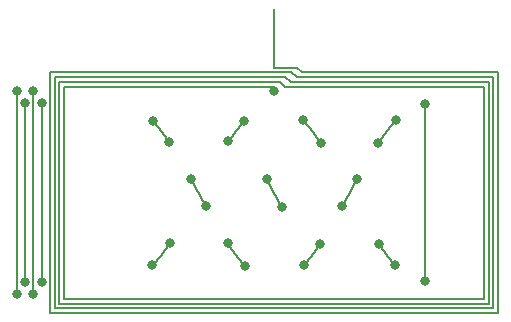
<source format=gbl>
%FSLAX36Y36*%
%MOMM*%
%TF.FileFunction,Copper,L2,Bot*%
%TF.Part,Single*%
%LPD*%
%ADD10C,0.2*%
%TA.AperFunction,ViaPad*%
%ADD20C,0.8*%
G01*
D10*
D20*
X0632679Y-1160261D03*
D10*
X0632679Y-1160261D02*
X0619897Y-1137005D01*
X0607116Y-1113738D01*
X0594335Y-1090459D01*
X0581553Y-1067171D01*
X0568772Y-1043871D01*
X0555990Y-1020561D01*
X0543209Y-0997242D01*
X0530428Y-0973912D01*
X0517646Y-0950573D01*
X0504865Y-0927224D01*
X0492084Y-0903866D01*
X0479302Y-0880499D01*
X0466521Y-0857124D01*
X0453739Y-0833740D01*
X0440958Y-0810348D01*
X0428177Y-0786948D01*
X0415395Y-0763540D01*
X0402614Y-0740124D01*
X0389832Y-0716702D01*
X0377051Y-0693272D01*
X0364270Y-0669835D01*
X0351488Y-0646392D01*
X0338707Y-0622942D01*
X0325925Y-0599486D01*
X0313144Y-0576024D01*
X0300363Y-0552557D01*
X0287581Y-0529084D01*
X0274800Y-0505605D01*
X0262019Y-0482122D01*
X0249237Y-0458634D01*
X0236456Y-0435142D01*
X0223674Y-0411645D01*
X0210893Y-0388144D01*
X0198112Y-0364640D01*
X0185330Y-0341131D01*
X0172549Y-0317620D01*
X0159767Y-0294105D01*
X0146986Y-0270587D01*
X0134205Y-0247067D01*
X0121423Y-0223544D01*
X0108642Y-0200019D01*
X0095860Y-0176492D01*
X0083079Y-0152963D01*
X0070298Y-0129433D01*
X0057516Y-0105901D01*
X0044735Y-0082369D01*
X0031953Y-0058836D01*
X0019172Y-0035302D01*
X0006391Y-0011767D01*
X-0006391Y0011767D01*
X-0019172Y0035302D01*
X-0031953Y0058836D01*
X-0044735Y0082369D01*
X-0057516Y0105901D01*
X-0070298Y0129433D01*
X-0083079Y0152963D01*
X-0095860Y0176492D01*
X-0108642Y0200019D01*
X-0121423Y0223544D01*
X-0134205Y0247067D01*
X-0146986Y0270587D01*
X-0159767Y0294105D01*
X-0172549Y0317620D01*
X-0185330Y0341131D01*
X-0198112Y0364640D01*
X-0210893Y0388144D01*
X-0223674Y0411645D01*
X-0236456Y0435142D01*
X-0249237Y0458634D01*
X-0262019Y0482122D01*
X-0274800Y0505605D01*
X-0287581Y0529084D01*
X-0300363Y0552557D01*
X-0313144Y0576024D01*
X-0325925Y0599486D01*
X-0338707Y0622942D01*
X-0351488Y0646392D01*
X-0364270Y0669835D01*
X-0377051Y0693272D01*
X-0389832Y0716702D01*
X-0402614Y0740124D01*
X-0415395Y0763540D01*
X-0428177Y0786948D01*
X-0440958Y0810348D01*
X-0453739Y0833740D01*
X-0466521Y0857124D01*
X-0479302Y0880499D01*
X-0492084Y0903866D01*
X-0504865Y0927224D01*
X-0517646Y0950573D01*
X-0530428Y0973912D01*
X-0543209Y0997242D01*
X-0555990Y1020561D01*
X-0568772Y1043871D01*
X-0581553Y1067171D01*
X-0594335Y1090459D01*
X-0607116Y1113738D01*
X-0619897Y1137005D01*
X-0632679Y1160261D01*
D20*
X-0632679Y1160261D03*
D10*
D20*
X-10308192Y-6151532D03*
D10*
X-10308192Y-6151532D02*
X-10295410Y-6138084D01*
X-10282629Y-6124576D01*
X-10269847Y-6111008D01*
X-10257066Y-6097379D01*
X-10244285Y-6083690D01*
X-10231503Y-6069940D01*
X-10218722Y-6056131D01*
X-10205940Y-6042262D01*
X-10193159Y-6028333D01*
X-10180378Y-6014345D01*
X-10167596Y-6000297D01*
X-10154815Y-5986190D01*
X-10142034Y-5972024D01*
X-10129252Y-5957799D01*
X-10116471Y-5943515D01*
X-10103689Y-5929172D01*
X-10090908Y-5914771D01*
X-10078127Y-5900311D01*
X-10065345Y-5885793D01*
X-10052564Y-5871217D01*
X-10039782Y-5856583D01*
X-10027001Y-5841891D01*
X-10014220Y-5827141D01*
X-10001438Y-5812333D01*
X-9988657Y-5797469D01*
X-9975875Y-5782547D01*
X-9963094Y-5767567D01*
X-9950313Y-5752531D01*
X-9937531Y-5737438D01*
X-9924750Y-5722289D01*
X-9911968Y-5707082D01*
X-9899187Y-5691820D01*
X-9886406Y-5676501D01*
X-9873624Y-5661126D01*
X-9860843Y-5645695D01*
X-9848062Y-5630209D01*
X-9835280Y-5614666D01*
X-9822499Y-5599069D01*
X-9809717Y-5583416D01*
X-9796936Y-5567708D01*
X-9784155Y-5551944D01*
X-9771373Y-5536126D01*
X-9758592Y-5520254D01*
X-9745810Y-5504326D01*
X-9733029Y-5488345D01*
X-9720248Y-5472309D01*
X-9707466Y-5456219D01*
X-9694685Y-5440075D01*
X-9681903Y-5423878D01*
X-9669122Y-5407626D01*
X-9656341Y-5391322D01*
X-9643559Y-5374964D01*
X-9630778Y-5358553D01*
X-9617996Y-5342089D01*
X-9605215Y-5325572D01*
X-9592434Y-5309003D01*
X-9579652Y-5292381D01*
X-9566871Y-5275707D01*
X-9554090Y-5258981D01*
X-9541308Y-5242203D01*
X-9528527Y-5225373D01*
X-9515745Y-5208492D01*
X-9502964Y-5191559D01*
X-9490183Y-5174575D01*
X-9477401Y-5157539D01*
X-9464620Y-5140453D01*
X-9451838Y-5123316D01*
X-9439057Y-5106128D01*
X-9426276Y-5088890D01*
X-9413494Y-5071601D01*
X-9400713Y-5054263D01*
X-9387931Y-5036874D01*
X-9375150Y-5019436D01*
X-9362369Y-5001948D01*
X-9349587Y-4984411D01*
X-9336806Y-4966825D01*
X-9324025Y-4949189D01*
X-9311243Y-4931504D01*
X-9298462Y-4913771D01*
X-9285680Y-4895990D01*
X-9272899Y-4878159D01*
X-9260118Y-4860281D01*
X-9247336Y-4842355D01*
X-9234555Y-4824381D01*
X-9221773Y-4806359D01*
X-9208992Y-4788290D01*
X-9196211Y-4770173D01*
X-9183429Y-4752009D01*
X-9170648Y-4733799D01*
X-9157866Y-4715541D01*
X-9145085Y-4697237D01*
X-9132304Y-4678887D01*
X-9119522Y-4660490D01*
X-9106741Y-4642047D01*
X-9093959Y-4623559D01*
X-9081178Y-4605024D01*
X-9068397Y-4586445D01*
X-9055615Y-4567820D01*
X-9042834Y-4549149D01*
X-9030053Y-4530434D01*
X-9017271Y-4511674D01*
X-9004490Y-4492870D01*
X-8991708Y-4474021D01*
X-8978927Y-4455128D01*
X-8966146Y-4436191D01*
X-8953364Y-4417210D01*
X-8940583Y-4398186D01*
X-8927801Y-4379118D01*
X-8915020Y-4360006D01*
X-8902239Y-4340852D01*
X-8889457Y-4321655D01*
X-8876676Y-4302415D01*
X-8863894Y-4283133D01*
X-8851113Y-4263808D01*
X-8838332Y-4244441D01*
D20*
X-8838332Y-4244441D03*
D10*
D20*
X-3866371Y4350435D03*
D10*
X-3866371Y4350435D02*
X-3853589Y4369567D01*
X-3840808Y4388657D01*
X-3828027Y4407703D01*
X-3815245Y4426706D01*
X-3802464Y4445665D01*
X-3789682Y4464580D01*
X-3776901Y4483451D01*
X-3764120Y4502278D01*
X-3751338Y4521060D01*
X-3738557Y4539797D01*
X-3725775Y4558490D01*
X-3712994Y4577138D01*
X-3700213Y4595740D01*
X-3687431Y4614297D01*
X-3674650Y4632809D01*
X-3661868Y4651274D01*
X-3649087Y4669694D01*
X-3636306Y4688068D01*
X-3623524Y4706395D01*
X-3610743Y4724676D01*
X-3597961Y4742910D01*
X-3585180Y4761097D01*
X-3572399Y4779237D01*
X-3559617Y4797330D01*
X-3546836Y4815376D01*
X-3534055Y4833374D01*
X-3521273Y4851324D01*
X-3508492Y4869226D01*
X-3495710Y4887081D01*
X-3482929Y4904886D01*
X-3470148Y4922644D01*
X-3457366Y4940353D01*
X-3444585Y4958013D01*
X-3431803Y4975624D01*
X-3419022Y4993186D01*
X-3406241Y5010698D01*
X-3393459Y5028161D01*
X-3380678Y5045575D01*
X-3367896Y5062938D01*
X-3355115Y5080252D01*
X-3342334Y5097515D01*
X-3329552Y5114728D01*
X-3316771Y5131891D01*
X-3303989Y5149002D01*
X-3291208Y5166063D01*
X-3278427Y5183073D01*
X-3265645Y5200032D01*
X-3252864Y5216939D01*
X-3240083Y5233795D01*
X-3227301Y5250599D01*
X-3214520Y5267351D01*
X-3201738Y5284051D01*
X-3188957Y5300699D01*
X-3176176Y5317294D01*
X-3163394Y5333837D01*
X-3150613Y5350328D01*
X-3137831Y5366765D01*
X-3125050Y5383150D01*
X-3112269Y5399481D01*
X-3099487Y5415759D01*
X-3086706Y5431983D01*
X-3073924Y5448154D01*
X-3061143Y5464271D01*
X-3048362Y5480334D01*
X-3035580Y5496342D01*
X-3022799Y5512297D01*
X-3010018Y5528197D01*
X-2997236Y5544042D01*
X-2984455Y5559833D01*
X-2971673Y5575569D01*
X-2958892Y5591249D01*
X-2946111Y5606875D01*
X-2933329Y5622445D01*
X-2920548Y5637959D01*
X-2907766Y5653418D01*
X-2894985Y5668821D01*
X-2882204Y5684167D01*
X-2869422Y5699458D01*
X-2856641Y5714693D01*
X-2843859Y5729871D01*
X-2831078Y5744992D01*
X-2818297Y5760056D01*
X-2805515Y5775064D01*
X-2792734Y5790015D01*
X-2779952Y5804908D01*
X-2767171Y5819744D01*
X-2754390Y5834523D01*
X-2741608Y5849244D01*
X-2728827Y5863907D01*
X-2716046Y5878512D01*
X-2703264Y5893059D01*
X-2690483Y5907548D01*
X-2677701Y5921979D01*
X-2664920Y5936351D01*
X-2652139Y5950664D01*
X-2639357Y5964919D01*
X-2626576Y5979114D01*
X-2613794Y5993251D01*
X-2601013Y6007329D01*
X-2588232Y6021347D01*
X-2575450Y6035305D01*
X-2562669Y6049204D01*
X-2549887Y6063043D01*
X-2537106Y6076823D01*
X-2524325Y6090542D01*
D20*
X-2524325Y6090542D03*
D10*
D20*
X2460418Y6158233D03*
D10*
X2460418Y6158233D02*
X2473199Y6144816D01*
X2485980Y6131338D01*
X2498762Y6117800D01*
X2511543Y6104201D01*
X2524325Y6090542D01*
X2537106Y6076823D01*
X2549887Y6063043D01*
X2562669Y6049204D01*
X2575450Y6035305D01*
X2588232Y6021347D01*
X2601013Y6007329D01*
X2613794Y5993251D01*
X2626576Y5979114D01*
X2639357Y5964919D01*
X2652139Y5950664D01*
X2664920Y5936351D01*
X2677701Y5921979D01*
X2690483Y5907548D01*
X2703264Y5893059D01*
X2716046Y5878512D01*
X2728827Y5863907D01*
X2741608Y5849244D01*
X2754390Y5834523D01*
X2767171Y5819744D01*
X2779952Y5804908D01*
X2792734Y5790015D01*
X2805515Y5775064D01*
X2818297Y5760056D01*
X2831078Y5744992D01*
X2843859Y5729871D01*
X2856641Y5714693D01*
X2869422Y5699458D01*
X2882204Y5684167D01*
X2894985Y5668821D01*
X2907766Y5653418D01*
X2920548Y5637959D01*
X2933329Y5622445D01*
X2946111Y5606875D01*
X2958892Y5591249D01*
X2971673Y5575569D01*
X2984455Y5559833D01*
X2997236Y5544042D01*
X3010018Y5528197D01*
X3022799Y5512297D01*
X3035580Y5496342D01*
X3048362Y5480334D01*
X3061143Y5464271D01*
X3073924Y5448154D01*
X3086706Y5431983D01*
X3099487Y5415759D01*
X3112269Y5399481D01*
X3125050Y5383150D01*
X3137831Y5366765D01*
X3150613Y5350328D01*
X3163394Y5333837D01*
X3176176Y5317294D01*
X3188957Y5300699D01*
X3201738Y5284051D01*
X3214520Y5267351D01*
X3227301Y5250599D01*
X3240083Y5233795D01*
X3252864Y5216939D01*
X3265645Y5200032D01*
X3278427Y5183073D01*
X3291208Y5166063D01*
X3303989Y5149002D01*
X3316771Y5131891D01*
X3329552Y5114728D01*
X3342334Y5097515D01*
X3355115Y5080252D01*
X3367896Y5062938D01*
X3380678Y5045575D01*
X3393459Y5028161D01*
X3406241Y5010698D01*
X3419022Y4993186D01*
X3431803Y4975624D01*
X3444585Y4958013D01*
X3457366Y4940353D01*
X3470148Y4922644D01*
X3482929Y4904886D01*
X3495710Y4887081D01*
X3508492Y4869226D01*
X3521273Y4851324D01*
X3534055Y4833374D01*
X3546836Y4815376D01*
X3559617Y4797330D01*
X3572399Y4779237D01*
X3585180Y4761097D01*
X3597961Y4742910D01*
X3610743Y4724676D01*
X3623524Y4706395D01*
X3636306Y4688068D01*
X3649087Y4669694D01*
X3661868Y4651274D01*
X3674650Y4632809D01*
X3687431Y4614297D01*
X3700213Y4595740D01*
X3712994Y4577138D01*
X3725775Y4558490D01*
X3738557Y4539797D01*
X3751338Y4521060D01*
X3764120Y4502278D01*
X3776901Y4483451D01*
X3789682Y4464580D01*
X3802464Y4445665D01*
X3815245Y4426706D01*
X3828027Y4407703D01*
X3840808Y4388657D01*
X3853589Y4369567D01*
X3866371Y4350435D01*
X3879152Y4331259D01*
X3891933Y4312040D01*
X3904715Y4292779D01*
X3917496Y4273476D01*
X3930278Y4254130D01*
D20*
X3930278Y4254130D03*
D10*
D20*
X8902239Y-4340852D03*
D10*
X8902239Y-4340852D02*
X8915020Y-4360006D01*
X8927801Y-4379118D01*
X8940583Y-4398186D01*
X8953364Y-4417210D01*
X8966146Y-4436191D01*
X8978927Y-4455128D01*
X8991708Y-4474021D01*
X9004490Y-4492870D01*
X9017271Y-4511674D01*
X9030053Y-4530434D01*
X9042834Y-4549149D01*
X9055615Y-4567820D01*
X9068397Y-4586445D01*
X9081178Y-4605024D01*
X9093959Y-4623559D01*
X9106741Y-4642047D01*
X9119522Y-4660490D01*
X9132304Y-4678887D01*
X9145085Y-4697237D01*
X9157866Y-4715541D01*
X9170648Y-4733799D01*
X9183429Y-4752009D01*
X9196211Y-4770173D01*
X9208992Y-4788290D01*
X9221773Y-4806359D01*
X9234555Y-4824381D01*
X9247336Y-4842355D01*
X9260118Y-4860281D01*
X9272899Y-4878159D01*
X9285680Y-4895990D01*
X9298462Y-4913771D01*
X9311243Y-4931504D01*
X9324025Y-4949189D01*
X9336806Y-4966825D01*
X9349587Y-4984411D01*
X9362369Y-5001948D01*
X9375150Y-5019436D01*
X9387931Y-5036874D01*
X9400713Y-5054263D01*
X9413494Y-5071601D01*
X9426276Y-5088890D01*
X9439057Y-5106128D01*
X9451838Y-5123316D01*
X9464620Y-5140453D01*
X9477401Y-5157539D01*
X9490183Y-5174575D01*
X9502964Y-5191559D01*
X9515745Y-5208492D01*
X9528527Y-5225373D01*
X9541308Y-5242203D01*
X9554090Y-5258981D01*
X9566871Y-5275707D01*
X9579652Y-5292381D01*
X9592434Y-5309003D01*
X9605215Y-5325572D01*
X9617996Y-5342089D01*
X9630778Y-5358553D01*
X9643559Y-5374964D01*
X9656341Y-5391322D01*
X9669122Y-5407626D01*
X9681903Y-5423878D01*
X9694685Y-5440075D01*
X9707466Y-5456219D01*
X9720248Y-5472309D01*
X9733029Y-5488345D01*
X9745810Y-5504326D01*
X9758592Y-5520254D01*
X9771373Y-5536126D01*
X9784155Y-5551944D01*
X9796936Y-5567708D01*
X9809717Y-5583416D01*
X9822499Y-5599069D01*
X9835280Y-5614666D01*
X9848062Y-5630209D01*
X9860843Y-5645695D01*
X9873624Y-5661126D01*
X9886406Y-5676501D01*
X9899187Y-5691820D01*
X9911968Y-5707082D01*
X9924750Y-5722289D01*
X9937531Y-5737438D01*
X9950313Y-5752531D01*
X9963094Y-5767567D01*
X9975875Y-5782547D01*
X9988657Y-5797469D01*
X10001438Y-5812333D01*
X10014220Y-5827141D01*
X10027001Y-5841891D01*
X10039782Y-5856583D01*
X10052564Y-5871217D01*
X10065345Y-5885793D01*
X10078127Y-5900311D01*
X10090908Y-5914771D01*
X10103689Y-5929172D01*
X10116471Y-5943515D01*
X10129252Y-5957799D01*
X10142034Y-5972024D01*
X10154815Y-5986190D01*
X10167596Y-6000297D01*
X10180378Y-6014345D01*
X10193159Y-6028333D01*
X10205940Y-6042262D01*
X10218722Y-6056131D01*
X10231503Y-6069940D01*
X10244285Y-6083690D01*
D20*
X10244285Y-6083690D03*
D10*
D20*
X12775000Y-7487500D03*
D10*
X12775000Y-7487500D02*
X12775000Y7487500D01*
D20*
X12775000Y7487500D03*
D10*
D20*
X10308192Y6151532D03*
D10*
X10308192Y6151532D02*
X10295410Y6138084D01*
X10282629Y6124576D01*
X10269847Y6111008D01*
X10257066Y6097379D01*
X10244285Y6083690D01*
X10231503Y6069940D01*
X10218722Y6056131D01*
X10205940Y6042262D01*
X10193159Y6028333D01*
X10180378Y6014345D01*
X10167596Y6000297D01*
X10154815Y5986190D01*
X10142034Y5972024D01*
X10129252Y5957799D01*
X10116471Y5943515D01*
X10103689Y5929172D01*
X10090908Y5914771D01*
X10078127Y5900311D01*
X10065345Y5885793D01*
X10052564Y5871217D01*
X10039782Y5856583D01*
X10027001Y5841891D01*
X10014220Y5827141D01*
X10001438Y5812333D01*
X9988657Y5797469D01*
X9975875Y5782547D01*
X9963094Y5767567D01*
X9950313Y5752531D01*
X9937531Y5737438D01*
X9924750Y5722289D01*
X9911968Y5707082D01*
X9899187Y5691820D01*
X9886406Y5676501D01*
X9873624Y5661126D01*
X9860843Y5645695D01*
X9848062Y5630209D01*
X9835280Y5614666D01*
X9822499Y5599069D01*
X9809717Y5583416D01*
X9796936Y5567708D01*
X9784155Y5551944D01*
X9771373Y5536126D01*
X9758592Y5520254D01*
X9745810Y5504326D01*
X9733029Y5488345D01*
X9720248Y5472309D01*
X9707466Y5456219D01*
X9694685Y5440075D01*
X9681903Y5423878D01*
X9669122Y5407626D01*
X9656341Y5391322D01*
X9643559Y5374964D01*
X9630778Y5358553D01*
X9617996Y5342089D01*
X9605215Y5325572D01*
X9592434Y5309003D01*
X9579652Y5292381D01*
X9566871Y5275707D01*
X9554090Y5258981D01*
X9541308Y5242203D01*
X9528527Y5225373D01*
X9515745Y5208492D01*
X9502964Y5191559D01*
X9490183Y5174575D01*
X9477401Y5157539D01*
X9464620Y5140453D01*
X9451838Y5123316D01*
X9439057Y5106128D01*
X9426276Y5088890D01*
X9413494Y5071601D01*
X9400713Y5054263D01*
X9387931Y5036874D01*
X9375150Y5019436D01*
X9362369Y5001948D01*
X9349587Y4984411D01*
X9336806Y4966825D01*
X9324025Y4949189D01*
X9311243Y4931504D01*
X9298462Y4913771D01*
X9285680Y4895990D01*
X9272899Y4878159D01*
X9260118Y4860281D01*
X9247336Y4842355D01*
X9234555Y4824381D01*
X9221773Y4806359D01*
X9208992Y4788290D01*
X9196211Y4770173D01*
X9183429Y4752009D01*
X9170648Y4733799D01*
X9157866Y4715541D01*
X9145085Y4697237D01*
X9132304Y4678887D01*
X9119522Y4660490D01*
X9106741Y4642047D01*
X9093959Y4623559D01*
X9081178Y4605024D01*
X9068397Y4586445D01*
X9055615Y4567820D01*
X9042834Y4549149D01*
X9030053Y4530434D01*
X9017271Y4511674D01*
X9004490Y4492870D01*
X8991708Y4474021D01*
X8978927Y4455128D01*
X8966146Y4436191D01*
X8953364Y4417210D01*
X8940583Y4398186D01*
X8927801Y4379118D01*
X8915020Y4360006D01*
X8902239Y4340852D01*
X8889457Y4321655D01*
X8876676Y4302415D01*
X8863894Y4283133D01*
X8851113Y4263808D01*
X8838332Y4244441D01*
D20*
X8838332Y4244441D03*
D10*
D20*
X7023374Y1166073D03*
D10*
X7023374Y1166073D02*
X7010593Y1142820D01*
X6997811Y1119555D01*
X6985030Y1096280D01*
X6972249Y1072994D01*
X6959467Y1049697D01*
X6946686Y1026390D01*
X6933904Y1003073D01*
X6921123Y0979745D01*
X6908342Y0956408D01*
X6895560Y0933062D01*
X6882779Y0909707D01*
X6869997Y0886342D01*
X6857216Y0862969D01*
X6844435Y0839587D01*
X6831653Y0816197D01*
X6818872Y0792799D01*
X6806091Y0769393D01*
X6793309Y0745979D01*
X6780528Y0722558D01*
X6767746Y0699130D01*
X6754965Y0675695D01*
X6742184Y0652253D01*
X6729402Y0628805D01*
X6716621Y0605350D01*
X6703839Y0581890D01*
X6691058Y0558424D01*
X6678277Y0534952D01*
X6665495Y0511475D01*
X6652714Y0487994D01*
X6639932Y0464507D01*
X6627151Y0441015D01*
X6614370Y0417520D01*
X6601588Y0394020D01*
X6588807Y0370516D01*
X6576026Y0347009D01*
X6563244Y0323498D01*
X6550463Y0299984D01*
X6537681Y0276467D01*
X6524900Y0252947D01*
X6512119Y0229425D01*
X6499337Y0205900D01*
X6486556Y0182374D01*
X6473774Y0158846D01*
X6460993Y0135316D01*
X6448212Y0111784D01*
X6435430Y0088252D01*
X6422649Y0064719D01*
X6409867Y0041185D01*
X6397086Y0017651D01*
X6384305Y-0005884D01*
X6371523Y-0029418D01*
X6358742Y-0052952D01*
X6345960Y-0076486D01*
X6333179Y-0100018D01*
X6320398Y-0123550D01*
X6307616Y-0147081D01*
X6294835Y-0170610D01*
X6282054Y-0194137D01*
X6269272Y-0217663D01*
X6256491Y-0241186D01*
X6243709Y-0264707D01*
X6230928Y-0288226D01*
X6218147Y-0311741D01*
X6205365Y-0335254D01*
X6192584Y-0358763D01*
X6179802Y-0382268D01*
X6167021Y-0405770D01*
X6154240Y-0429268D01*
X6141458Y-0452762D01*
X6128677Y-0476251D01*
X6115895Y-0499735D01*
X6103114Y-0523215D01*
X6090333Y-0546689D01*
X6077551Y-0570158D01*
X6064770Y-0593621D01*
X6051988Y-0617078D01*
X6039207Y-0640530D01*
X6026426Y-0663975D01*
X6013644Y-0687413D01*
X6000863Y-0710845D01*
X5988082Y-0734269D01*
X5975300Y-0757687D01*
X5962519Y-0781096D01*
X5949737Y-0804499D01*
X5936956Y-0827893D01*
X5924175Y-0851279D01*
X5911393Y-0874656D01*
X5898612Y-0898025D01*
X5885830Y-0921385D01*
X5873049Y-0944736D01*
X5860268Y-0968078D01*
X5847486Y-0991410D01*
X5834705Y-1014732D01*
X5821923Y-1038045D01*
X5809142Y-1061347D01*
X5796361Y-1084638D01*
X5783579Y-1107919D01*
X5770798Y-1131189D01*
X5758017Y-1154448D01*
D20*
X5758017Y-1154448D03*
D10*
D20*
X3866371Y-4350435D03*
D10*
X3866371Y-4350435D02*
X3853589Y-4369567D01*
X3840808Y-4388657D01*
X3828027Y-4407703D01*
X3815245Y-4426706D01*
X3802464Y-4445665D01*
X3789682Y-4464580D01*
X3776901Y-4483451D01*
X3764120Y-4502278D01*
X3751338Y-4521060D01*
X3738557Y-4539797D01*
X3725775Y-4558490D01*
X3712994Y-4577138D01*
X3700213Y-4595740D01*
X3687431Y-4614297D01*
X3674650Y-4632809D01*
X3661868Y-4651274D01*
X3649087Y-4669694D01*
X3636306Y-4688068D01*
X3623524Y-4706395D01*
X3610743Y-4724676D01*
X3597961Y-4742910D01*
X3585180Y-4761097D01*
X3572399Y-4779237D01*
X3559617Y-4797330D01*
X3546836Y-4815376D01*
X3534055Y-4833374D01*
X3521273Y-4851324D01*
X3508492Y-4869226D01*
X3495710Y-4887081D01*
X3482929Y-4904886D01*
X3470148Y-4922644D01*
X3457366Y-4940353D01*
X3444585Y-4958013D01*
X3431803Y-4975624D01*
X3419022Y-4993186D01*
X3406241Y-5010698D01*
X3393459Y-5028161D01*
X3380678Y-5045575D01*
X3367896Y-5062938D01*
X3355115Y-5080252D01*
X3342334Y-5097515D01*
X3329552Y-5114728D01*
X3316771Y-5131891D01*
X3303989Y-5149002D01*
X3291208Y-5166063D01*
X3278427Y-5183073D01*
X3265645Y-5200032D01*
X3252864Y-5216939D01*
X3240083Y-5233795D01*
X3227301Y-5250599D01*
X3214520Y-5267351D01*
X3201738Y-5284051D01*
X3188957Y-5300699D01*
X3176176Y-5317294D01*
X3163394Y-5333837D01*
X3150613Y-5350328D01*
X3137831Y-5366765D01*
X3125050Y-5383150D01*
X3112269Y-5399481D01*
X3099487Y-5415759D01*
X3086706Y-5431983D01*
X3073924Y-5448154D01*
X3061143Y-5464271D01*
X3048362Y-5480334D01*
X3035580Y-5496342D01*
X3022799Y-5512297D01*
X3010018Y-5528197D01*
X2997236Y-5544042D01*
X2984455Y-5559833D01*
X2971673Y-5575569D01*
X2958892Y-5591249D01*
X2946111Y-5606875D01*
X2933329Y-5622445D01*
X2920548Y-5637959D01*
X2907766Y-5653418D01*
X2894985Y-5668821D01*
X2882204Y-5684167D01*
X2869422Y-5699458D01*
X2856641Y-5714693D01*
X2843859Y-5729871D01*
X2831078Y-5744992D01*
X2818297Y-5760056D01*
X2805515Y-5775064D01*
X2792734Y-5790015D01*
X2779952Y-5804908D01*
X2767171Y-5819744D01*
X2754390Y-5834523D01*
X2741608Y-5849244D01*
X2728827Y-5863907D01*
X2716046Y-5878512D01*
X2703264Y-5893059D01*
X2690483Y-5907548D01*
X2677701Y-5921979D01*
X2664920Y-5936351D01*
X2652139Y-5950664D01*
X2639357Y-5964919D01*
X2626576Y-5979114D01*
X2613794Y-5993251D01*
X2601013Y-6007329D01*
X2588232Y-6021347D01*
X2575450Y-6035305D01*
X2562669Y-6049204D01*
X2549887Y-6063043D01*
X2537106Y-6076823D01*
X2524325Y-6090542D01*
D20*
X2524325Y-6090542D03*
D10*
D20*
X-2460418Y-6158233D03*
D10*
X-2460418Y-6158233D02*
X-2473199Y-6144816D01*
X-2485980Y-6131338D01*
X-2498762Y-6117800D01*
X-2511543Y-6104201D01*
X-2524325Y-6090542D01*
X-2537106Y-6076823D01*
X-2549887Y-6063043D01*
X-2562669Y-6049204D01*
X-2575450Y-6035305D01*
X-2588232Y-6021347D01*
X-2601013Y-6007329D01*
X-2613794Y-5993251D01*
X-2626576Y-5979114D01*
X-2639357Y-5964919D01*
X-2652139Y-5950664D01*
X-2664920Y-5936351D01*
X-2677701Y-5921979D01*
X-2690483Y-5907548D01*
X-2703264Y-5893059D01*
X-2716046Y-5878512D01*
X-2728827Y-5863907D01*
X-2741608Y-5849244D01*
X-2754390Y-5834523D01*
X-2767171Y-5819744D01*
X-2779952Y-5804908D01*
X-2792734Y-5790015D01*
X-2805515Y-5775064D01*
X-2818297Y-5760056D01*
X-2831078Y-5744992D01*
X-2843859Y-5729871D01*
X-2856641Y-5714693D01*
X-2869422Y-5699458D01*
X-2882204Y-5684167D01*
X-2894985Y-5668821D01*
X-2907766Y-5653418D01*
X-2920548Y-5637959D01*
X-2933329Y-5622445D01*
X-2946111Y-5606875D01*
X-2958892Y-5591249D01*
X-2971673Y-5575569D01*
X-2984455Y-5559833D01*
X-2997236Y-5544042D01*
X-3010018Y-5528197D01*
X-3022799Y-5512297D01*
X-3035580Y-5496342D01*
X-3048362Y-5480334D01*
X-3061143Y-5464271D01*
X-3073924Y-5448154D01*
X-3086706Y-5431983D01*
X-3099487Y-5415759D01*
X-3112269Y-5399481D01*
X-3125050Y-5383150D01*
X-3137831Y-5366765D01*
X-3150613Y-5350328D01*
X-3163394Y-5333837D01*
X-3176176Y-5317294D01*
X-3188957Y-5300699D01*
X-3201738Y-5284051D01*
X-3214520Y-5267351D01*
X-3227301Y-5250599D01*
X-3240083Y-5233795D01*
X-3252864Y-5216939D01*
X-3265645Y-5200032D01*
X-3278427Y-5183073D01*
X-3291208Y-5166063D01*
X-3303989Y-5149002D01*
X-3316771Y-5131891D01*
X-3329552Y-5114728D01*
X-3342334Y-5097515D01*
X-3355115Y-5080252D01*
X-3367896Y-5062938D01*
X-3380678Y-5045575D01*
X-3393459Y-5028161D01*
X-3406241Y-5010698D01*
X-3419022Y-4993186D01*
X-3431803Y-4975624D01*
X-3444585Y-4958013D01*
X-3457366Y-4940353D01*
X-3470148Y-4922644D01*
X-3482929Y-4904886D01*
X-3495710Y-4887081D01*
X-3508492Y-4869226D01*
X-3521273Y-4851324D01*
X-3534055Y-4833374D01*
X-3546836Y-4815376D01*
X-3559617Y-4797330D01*
X-3572399Y-4779237D01*
X-3585180Y-4761097D01*
X-3597961Y-4742910D01*
X-3610743Y-4724676D01*
X-3623524Y-4706395D01*
X-3636306Y-4688068D01*
X-3649087Y-4669694D01*
X-3661868Y-4651274D01*
X-3674650Y-4632809D01*
X-3687431Y-4614297D01*
X-3700213Y-4595740D01*
X-3712994Y-4577138D01*
X-3725775Y-4558490D01*
X-3738557Y-4539797D01*
X-3751338Y-4521060D01*
X-3764120Y-4502278D01*
X-3776901Y-4483451D01*
X-3789682Y-4464580D01*
X-3802464Y-4445665D01*
X-3815245Y-4426706D01*
X-3828027Y-4407703D01*
X-3840808Y-4388657D01*
X-3853589Y-4369567D01*
X-3866371Y-4350435D01*
X-3879152Y-4331259D01*
X-3891933Y-4312040D01*
X-3904715Y-4292779D01*
X-3917496Y-4273476D01*
X-3930278Y-4254130D01*
D20*
X-3930278Y-4254130D03*
D10*
D20*
X-5758017Y-1154448D03*
D10*
X-5758017Y-1154448D02*
X-5770798Y-1131189D01*
X-5783579Y-1107919D01*
X-5796361Y-1084638D01*
X-5809142Y-1061347D01*
X-5821923Y-1038045D01*
X-5834705Y-1014732D01*
X-5847486Y-0991410D01*
X-5860268Y-0968078D01*
X-5873049Y-0944736D01*
X-5885830Y-0921385D01*
X-5898612Y-0898025D01*
X-5911393Y-0874656D01*
X-5924175Y-0851279D01*
X-5936956Y-0827893D01*
X-5949737Y-0804499D01*
X-5962519Y-0781096D01*
X-5975300Y-0757687D01*
X-5988082Y-0734269D01*
X-6000863Y-0710845D01*
X-6013644Y-0687413D01*
X-6026426Y-0663975D01*
X-6039207Y-0640530D01*
X-6051988Y-0617078D01*
X-6064770Y-0593621D01*
X-6077551Y-0570158D01*
X-6090333Y-0546689D01*
X-6103114Y-0523215D01*
X-6115895Y-0499735D01*
X-6128677Y-0476251D01*
X-6141458Y-0452762D01*
X-6154240Y-0429268D01*
X-6167021Y-0405770D01*
X-6179802Y-0382268D01*
X-6192584Y-0358763D01*
X-6205365Y-0335254D01*
X-6218147Y-0311741D01*
X-6230928Y-0288226D01*
X-6243709Y-0264707D01*
X-6256491Y-0241186D01*
X-6269272Y-0217663D01*
X-6282054Y-0194137D01*
X-6294835Y-0170610D01*
X-6307616Y-0147081D01*
X-6320398Y-0123550D01*
X-6333179Y-0100018D01*
X-6345960Y-0076486D01*
X-6358742Y-0052952D01*
X-6371523Y-0029418D01*
X-6384305Y-0005884D01*
X-6397086Y0017651D01*
X-6409867Y0041185D01*
X-6422649Y0064719D01*
X-6435430Y0088252D01*
X-6448212Y0111784D01*
X-6460993Y0135316D01*
X-6473774Y0158846D01*
X-6486556Y0182374D01*
X-6499337Y0205900D01*
X-6512119Y0229425D01*
X-6524900Y0252947D01*
X-6537681Y0276467D01*
X-6550463Y0299984D01*
X-6563244Y0323498D01*
X-6576026Y0347009D01*
X-6588807Y0370516D01*
X-6601588Y0394020D01*
X-6614370Y0417520D01*
X-6627151Y0441015D01*
X-6639932Y0464507D01*
X-6652714Y0487994D01*
X-6665495Y0511475D01*
X-6678277Y0534952D01*
X-6691058Y0558424D01*
X-6703839Y0581890D01*
X-6716621Y0605350D01*
X-6729402Y0628805D01*
X-6742184Y0652253D01*
X-6754965Y0675695D01*
X-6767746Y0699130D01*
X-6780528Y0722558D01*
X-6793309Y0745979D01*
X-6806091Y0769393D01*
X-6818872Y0792799D01*
X-6831653Y0816197D01*
X-6844435Y0839587D01*
X-6857216Y0862969D01*
X-6869997Y0886342D01*
X-6882779Y0909707D01*
X-6895560Y0933062D01*
X-6908342Y0956408D01*
X-6921123Y0979745D01*
X-6933904Y1003073D01*
X-6946686Y1026390D01*
X-6959467Y1049697D01*
X-6972249Y1072994D01*
X-6985030Y1096280D01*
X-6997811Y1119555D01*
X-7010593Y1142820D01*
X-7023374Y1166073D01*
D20*
X-7023374Y1166073D03*
D10*
D20*
X-8902239Y4340852D03*
D10*
X-8902239Y4340852D02*
X-8915020Y4360006D01*
X-8927801Y4379118D01*
X-8940583Y4398186D01*
X-8953364Y4417210D01*
X-8966146Y4436191D01*
X-8978927Y4455128D01*
X-8991708Y4474021D01*
X-9004490Y4492870D01*
X-9017271Y4511674D01*
X-9030053Y4530434D01*
X-9042834Y4549149D01*
X-9055615Y4567820D01*
X-9068397Y4586445D01*
X-9081178Y4605024D01*
X-9093959Y4623559D01*
X-9106741Y4642047D01*
X-9119522Y4660490D01*
X-9132304Y4678887D01*
X-9145085Y4697237D01*
X-9157866Y4715541D01*
X-9170648Y4733799D01*
X-9183429Y4752009D01*
X-9196211Y4770173D01*
X-9208992Y4788290D01*
X-9221773Y4806359D01*
X-9234555Y4824381D01*
X-9247336Y4842355D01*
X-9260118Y4860281D01*
X-9272899Y4878159D01*
X-9285680Y4895990D01*
X-9298462Y4913771D01*
X-9311243Y4931504D01*
X-9324025Y4949189D01*
X-9336806Y4966825D01*
X-9349587Y4984411D01*
X-9362369Y5001948D01*
X-9375150Y5019436D01*
X-9387931Y5036874D01*
X-9400713Y5054263D01*
X-9413494Y5071601D01*
X-9426276Y5088890D01*
X-9439057Y5106128D01*
X-9451838Y5123316D01*
X-9464620Y5140453D01*
X-9477401Y5157539D01*
X-9490183Y5174575D01*
X-9502964Y5191559D01*
X-9515745Y5208492D01*
X-9528527Y5225373D01*
X-9541308Y5242203D01*
X-9554090Y5258981D01*
X-9566871Y5275707D01*
X-9579652Y5292381D01*
X-9592434Y5309003D01*
X-9605215Y5325572D01*
X-9617996Y5342089D01*
X-9630778Y5358553D01*
X-9643559Y5374964D01*
X-9656341Y5391322D01*
X-9669122Y5407626D01*
X-9681903Y5423878D01*
X-9694685Y5440075D01*
X-9707466Y5456219D01*
X-9720248Y5472309D01*
X-9733029Y5488345D01*
X-9745810Y5504326D01*
X-9758592Y5520254D01*
X-9771373Y5536126D01*
X-9784155Y5551944D01*
X-9796936Y5567708D01*
X-9809717Y5583416D01*
X-9822499Y5599069D01*
X-9835280Y5614666D01*
X-9848062Y5630209D01*
X-9860843Y5645695D01*
X-9873624Y5661126D01*
X-9886406Y5676501D01*
X-9899187Y5691820D01*
X-9911968Y5707082D01*
X-9924750Y5722289D01*
X-9937531Y5737438D01*
X-9950313Y5752531D01*
X-9963094Y5767567D01*
X-9975875Y5782547D01*
X-9988657Y5797469D01*
X-10001438Y5812333D01*
X-10014220Y5827141D01*
X-10027001Y5841891D01*
X-10039782Y5856583D01*
X-10052564Y5871217D01*
X-10065345Y5885793D01*
X-10078127Y5900311D01*
X-10090908Y5914771D01*
X-10103689Y5929172D01*
X-10116471Y5943515D01*
X-10129252Y5957799D01*
X-10142034Y5972024D01*
X-10154815Y5986190D01*
X-10167596Y6000297D01*
X-10180378Y6014345D01*
X-10193159Y6028333D01*
X-10205940Y6042262D01*
X-10218722Y6056131D01*
X-10231503Y6069940D01*
X-10244285Y6083690D01*
D20*
X-10244285Y6083690D03*
D10*
X0000000Y15587500D02*
X0000000Y10587500D01*
X1920000Y10587500D01*
X2400000Y10187500D01*
X2495259Y10187500D01*
X2590517Y10187500D01*
X2685776Y10187500D01*
X2781034Y10187500D01*
X2876293Y10187500D01*
X2971552Y10187500D01*
X3066810Y10187500D01*
X3162069Y10187500D01*
X3257328Y10187500D01*
X3352586Y10187500D01*
X3447845Y10187500D01*
X3543103Y10187500D01*
X3638362Y10187500D01*
X3733621Y10187500D01*
X3828879Y10187500D01*
X3924138Y10187500D01*
X4019397Y10187500D01*
X4114655Y10187500D01*
X4209914Y10187500D01*
X4305172Y10187500D01*
X4400431Y10187500D01*
X4495690Y10187500D01*
X4590948Y10187500D01*
X4686207Y10187500D01*
X4781466Y10187500D01*
X4876724Y10187500D01*
X4971983Y10187500D01*
X5067241Y10187500D01*
X5162500Y10187500D01*
X5257759Y10187500D01*
X5353017Y10187500D01*
X5448276Y10187500D01*
X5543534Y10187500D01*
X5638793Y10187500D01*
X5734052Y10187500D01*
X5829310Y10187500D01*
X5924569Y10187500D01*
X6019828Y10187500D01*
X6115086Y10187500D01*
X6210345Y10187500D01*
X6305603Y10187500D01*
X6400862Y10187500D01*
X6496121Y10187500D01*
X6591379Y10187500D01*
X6686638Y10187500D01*
X6781897Y10187500D01*
X6877155Y10187500D01*
X6972414Y10187500D01*
X7067672Y10187500D01*
X7162931Y10187500D01*
X7258190Y10187500D01*
X7353448Y10187500D01*
X7448707Y10187500D01*
X7543966Y10187500D01*
X7639224Y10187500D01*
X7734483Y10187500D01*
X7829741Y10187500D01*
X7925000Y10187500D01*
X8020259Y10187500D01*
X8115517Y10187500D01*
X8210776Y10187500D01*
X8306034Y10187500D01*
X8401293Y10187500D01*
X8496552Y10187500D01*
X8591810Y10187500D01*
X8687069Y10187500D01*
X8782328Y10187500D01*
X8877586Y10187500D01*
X8972845Y10187500D01*
X9068103Y10187500D01*
X9163362Y10187500D01*
X9258621Y10187500D01*
X9353879Y10187500D01*
X9449138Y10187500D01*
X9544397Y10187500D01*
X9639655Y10187500D01*
X9734914Y10187500D01*
X9830172Y10187500D01*
X9925431Y10187500D01*
X10020690Y10187500D01*
X10115948Y10187500D01*
X10211207Y10187500D01*
X10306466Y10187500D01*
X10401724Y10187500D01*
X10496983Y10187500D01*
X10592241Y10187500D01*
X10687500Y10187500D01*
X10782759Y10187500D01*
X10878017Y10187500D01*
X10973276Y10187500D01*
X11068534Y10187500D01*
X11163793Y10187500D01*
X11259052Y10187500D01*
X11354310Y10187500D01*
X11449569Y10187500D01*
X11544828Y10187500D01*
X11640086Y10187500D01*
X11735345Y10187500D01*
X11830603Y10187500D01*
X11925862Y10187500D01*
X12021121Y10187500D01*
X12116379Y10187500D01*
X12211638Y10187500D01*
X12306897Y10187500D01*
X12402155Y10187500D01*
X12497414Y10187500D01*
X12592672Y10187500D01*
X12687931Y10187500D01*
X12783190Y10187500D01*
X12878448Y10187500D01*
X12973707Y10187500D01*
X13068966Y10187500D01*
X13164224Y10187500D01*
X13259483Y10187500D01*
X13354741Y10187500D01*
X13450000Y10187500D01*
X13545259Y10187500D01*
X13640517Y10187500D01*
X13735776Y10187500D01*
X13831034Y10187500D01*
X13926293Y10187500D01*
X14021552Y10187500D01*
X14116810Y10187500D01*
X14212069Y10187500D01*
X14307328Y10187500D01*
X14402586Y10187500D01*
X14497845Y10187500D01*
X14593103Y10187500D01*
X14688362Y10187500D01*
X14783621Y10187500D01*
X14878879Y10187500D01*
X14974138Y10187500D01*
X15069397Y10187500D01*
X15164655Y10187500D01*
X15259914Y10187500D01*
X15355172Y10187500D01*
X15450431Y10187500D01*
X15545690Y10187500D01*
X15640948Y10187500D01*
X15736207Y10187500D01*
X15831466Y10187500D01*
X15926724Y10187500D01*
X16021983Y10187500D01*
X16117241Y10187500D01*
X16212500Y10187500D01*
X16307759Y10187500D01*
X16403017Y10187500D01*
X16498276Y10187500D01*
X16593534Y10187500D01*
X16688793Y10187500D01*
X16784052Y10187500D01*
X16879310Y10187500D01*
X16974569Y10187500D01*
X17069828Y10187500D01*
X17165086Y10187500D01*
X17260345Y10187500D01*
X17355603Y10187500D01*
X17450862Y10187500D01*
X17546121Y10187500D01*
X17641379Y10187500D01*
X17736638Y10187500D01*
X17831897Y10187500D01*
X17927155Y10187500D01*
X18022414Y10187500D01*
X18117672Y10187500D01*
X18212931Y10187500D01*
X18308190Y10187500D01*
X18403448Y10187500D01*
X18498707Y10187500D01*
X18593966Y10187500D01*
X18689224Y10187500D01*
X18784483Y10187500D01*
X18879741Y10187500D01*
X18975000Y10187500D01*
X18975000Y10187500D01*
X18975000Y10156154D01*
X18975000Y10124808D01*
X18975000Y10093462D01*
X18975000Y10062115D01*
X18975000Y10030769D01*
X18975000Y9999423D01*
X18975000Y9968077D01*
X18975000Y9936731D01*
X18975000Y9905385D01*
X18975000Y9874038D01*
X18975000Y9842692D01*
X18975000Y9811346D01*
X18975000Y9780000D01*
X18975000Y9748654D01*
X18975000Y9717308D01*
X18975000Y9685962D01*
X18975000Y9654615D01*
X18975000Y9623269D01*
X18975000Y9591923D01*
X18975000Y9560577D01*
X18975000Y9529231D01*
X18975000Y9497885D01*
X18975000Y9466538D01*
X18975000Y9435192D01*
X18975000Y9403846D01*
X18975000Y9372500D01*
X18975000Y9341154D01*
X18975000Y9309808D01*
X18975000Y9278462D01*
X18975000Y9247115D01*
X18975000Y9215769D01*
X18975000Y9184423D01*
X18975000Y9153077D01*
X18975000Y9121731D01*
X18975000Y9090385D01*
X18975000Y9059038D01*
X18975000Y9027692D01*
X18975000Y8996346D01*
X18975000Y8965000D01*
X18975000Y8933654D01*
X18975000Y8902308D01*
X18975000Y8870962D01*
X18975000Y8839615D01*
X18975000Y8808269D01*
X18975000Y8776923D01*
X18975000Y8745577D01*
X18975000Y8714231D01*
X18975000Y8682885D01*
X18975000Y8651538D01*
X18975000Y8620192D01*
X18975000Y8588846D01*
X18975000Y8557500D01*
X18975000Y8526154D01*
X18975000Y8494808D01*
X18975000Y8463462D01*
X18975000Y8432115D01*
X18975000Y8400769D01*
X18975000Y8369423D01*
X18975000Y8338077D01*
X18975000Y8306731D01*
X18975000Y8275385D01*
X18975000Y8244038D01*
X18975000Y8212692D01*
X18975000Y8181346D01*
X18975000Y8150000D01*
X18975000Y8118654D01*
X18975000Y8087308D01*
X18975000Y8055962D01*
X18975000Y8024615D01*
X18975000Y7993269D01*
X18975000Y7961923D01*
X18975000Y7930577D01*
X18975000Y7899231D01*
X18975000Y7867885D01*
X18975000Y7836538D01*
X18975000Y7805192D01*
X18975000Y7773846D01*
X18975000Y7742500D01*
X18975000Y7711154D01*
X18975000Y7679808D01*
X18975000Y7648462D01*
X18975000Y7617115D01*
X18975000Y7585769D01*
X18975000Y7554423D01*
X18975000Y7523077D01*
X18975000Y7491731D01*
X18975000Y7460385D01*
X18975000Y7429038D01*
X18975000Y7397692D01*
X18975000Y7366346D01*
X18975000Y7335000D01*
X18975000Y7303654D01*
X18975000Y7272308D01*
X18975000Y7240962D01*
X18975000Y7209615D01*
X18975000Y7178269D01*
X18975000Y7146923D01*
X18975000Y7115577D01*
X18975000Y7084231D01*
X18975000Y7052885D01*
X18975000Y7021538D01*
X18975000Y6990192D01*
X18975000Y6958846D01*
X18975000Y6927500D01*
X18975000Y6896154D01*
X18975000Y6864808D01*
X18975000Y6833462D01*
X18975000Y6802115D01*
X18975000Y6770769D01*
X18975000Y6739423D01*
X18975000Y6708077D01*
X18975000Y6676731D01*
X18975000Y6645385D01*
X18975000Y6614038D01*
X18975000Y6582692D01*
X18975000Y6551346D01*
X18975000Y6520000D01*
X18975000Y6488654D01*
X18975000Y6457308D01*
X18975000Y6425962D01*
X18975000Y6394615D01*
X18975000Y6363269D01*
X18975000Y6331923D01*
X18975000Y6300577D01*
X18975000Y6269231D01*
X18975000Y6237885D01*
X18975000Y6206538D01*
X18975000Y6175192D01*
X18975000Y6143846D01*
X18975000Y6112500D01*
X18975000Y6081154D01*
X18975000Y6049808D01*
X18975000Y6018462D01*
X18975000Y5987115D01*
X18975000Y5955769D01*
X18975000Y5924423D01*
X18975000Y5893077D01*
X18975000Y5861731D01*
X18975000Y5830385D01*
X18975000Y5799038D01*
X18975000Y5767692D01*
X18975000Y5736346D01*
X18975000Y5705000D01*
X18975000Y5673654D01*
X18975000Y5642308D01*
X18975000Y5610962D01*
X18975000Y5579615D01*
X18975000Y5548269D01*
X18975000Y5516923D01*
X18975000Y5485577D01*
X18975000Y5454231D01*
X18975000Y5422885D01*
X18975000Y5391538D01*
X18975000Y5360192D01*
X18975000Y5328846D01*
X18975000Y5297500D01*
X18975000Y5266154D01*
X18975000Y5234808D01*
X18975000Y5203462D01*
X18975000Y5172115D01*
X18975000Y5140769D01*
X18975000Y5109423D01*
X18975000Y5078077D01*
X18975000Y5046731D01*
X18975000Y5015385D01*
X18975000Y4984038D01*
X18975000Y4952692D01*
X18975000Y4921346D01*
X18975000Y4890000D01*
X18975000Y4858654D01*
X18975000Y4827308D01*
X18975000Y4795962D01*
X18975000Y4764615D01*
X18975000Y4733269D01*
X18975000Y4701923D01*
X18975000Y4670577D01*
X18975000Y4639231D01*
X18975000Y4607885D01*
X18975000Y4576538D01*
X18975000Y4545192D01*
X18975000Y4513846D01*
X18975000Y4482500D01*
X18975000Y4451154D01*
X18975000Y4419808D01*
X18975000Y4388462D01*
X18975000Y4357115D01*
X18975000Y4325769D01*
X18975000Y4294423D01*
X18975000Y4263077D01*
X18975000Y4231731D01*
X18975000Y4200385D01*
X18975000Y4169038D01*
X18975000Y4137692D01*
X18975000Y4106346D01*
X18975000Y4075000D01*
X18975000Y4043654D01*
X18975000Y4012308D01*
X18975000Y3980962D01*
X18975000Y3949615D01*
X18975000Y3918269D01*
X18975000Y3886923D01*
X18975000Y3855577D01*
X18975000Y3824231D01*
X18975000Y3792885D01*
X18975000Y3761538D01*
X18975000Y3730192D01*
X18975000Y3698846D01*
X18975000Y3667500D01*
X18975000Y3636154D01*
X18975000Y3604808D01*
X18975000Y3573462D01*
X18975000Y3542115D01*
X18975000Y3510769D01*
X18975000Y3479423D01*
X18975000Y3448077D01*
X18975000Y3416731D01*
X18975000Y3385385D01*
X18975000Y3354038D01*
X18975000Y3322692D01*
X18975000Y3291346D01*
X18975000Y3260000D01*
X18975000Y3228654D01*
X18975000Y3197308D01*
X18975000Y3165962D01*
X18975000Y3134615D01*
X18975000Y3103269D01*
X18975000Y3071923D01*
X18975000Y3040577D01*
X18975000Y3009231D01*
X18975000Y2977885D01*
X18975000Y2946538D01*
X18975000Y2915192D01*
X18975000Y2883846D01*
X18975000Y2852500D01*
X18975000Y2821154D01*
X18975000Y2789808D01*
X18975000Y2758462D01*
X18975000Y2727115D01*
X18975000Y2695769D01*
X18975000Y2664423D01*
X18975000Y2633077D01*
X18975000Y2601731D01*
X18975000Y2570385D01*
X18975000Y2539038D01*
X18975000Y2507692D01*
X18975000Y2476346D01*
X18975000Y2445000D01*
X18975000Y2413654D01*
X18975000Y2382308D01*
X18975000Y2350962D01*
X18975000Y2319615D01*
X18975000Y2288269D01*
X18975000Y2256923D01*
X18975000Y2225577D01*
X18975000Y2194231D01*
X18975000Y2162885D01*
X18975000Y2131538D01*
X18975000Y2100192D01*
X18975000Y2068846D01*
X18975000Y2037500D01*
X18975000Y2006154D01*
X18975000Y1974808D01*
X18975000Y1943462D01*
X18975000Y1912115D01*
X18975000Y1880769D01*
X18975000Y1849423D01*
X18975000Y1818077D01*
X18975000Y1786731D01*
X18975000Y1755385D01*
X18975000Y1724038D01*
X18975000Y1692692D01*
X18975000Y1661346D01*
X18975000Y1630000D01*
X18975000Y1598654D01*
X18975000Y1567308D01*
X18975000Y1535962D01*
X18975000Y1504615D01*
X18975000Y1473269D01*
X18975000Y1441923D01*
X18975000Y1410577D01*
X18975000Y1379231D01*
X18975000Y1347885D01*
X18975000Y1316538D01*
X18975000Y1285192D01*
X18975000Y1253846D01*
X18975000Y1222500D01*
X18975000Y1191154D01*
X18975000Y1159808D01*
X18975000Y1128462D01*
X18975000Y1097115D01*
X18975000Y1065769D01*
X18975000Y1034423D01*
X18975000Y1003077D01*
X18975000Y0971731D01*
X18975000Y0940385D01*
X18975000Y0909038D01*
X18975000Y0877692D01*
X18975000Y0846346D01*
X18975000Y0815000D01*
X18975000Y0783654D01*
X18975000Y0752308D01*
X18975000Y0720962D01*
X18975000Y0689615D01*
X18975000Y0658269D01*
X18975000Y0626923D01*
X18975000Y0595577D01*
X18975000Y0564231D01*
X18975000Y0532885D01*
X18975000Y0501538D01*
X18975000Y0470192D01*
X18975000Y0438846D01*
X18975000Y0407500D01*
X18975000Y0376154D01*
X18975000Y0344808D01*
X18975000Y0313462D01*
X18975000Y0282115D01*
X18975000Y0250769D01*
X18975000Y0219423D01*
X18975000Y0188077D01*
X18975000Y0156731D01*
X18975000Y0125385D01*
X18975000Y0094038D01*
X18975000Y0062692D01*
X18975000Y0031346D01*
X18975000Y0000000D01*
X18975000Y-0031346D01*
X18975000Y-0062692D01*
X18975000Y-0094038D01*
X18975000Y-0125385D01*
X18975000Y-0156731D01*
X18975000Y-0188077D01*
X18975000Y-0219423D01*
X18975000Y-0250769D01*
X18975000Y-0282115D01*
X18975000Y-0313462D01*
X18975000Y-0344808D01*
X18975000Y-0376154D01*
X18975000Y-0407500D01*
X18975000Y-0438846D01*
X18975000Y-0470192D01*
X18975000Y-0501538D01*
X18975000Y-0532885D01*
X18975000Y-0564231D01*
X18975000Y-0595577D01*
X18975000Y-0626923D01*
X18975000Y-0658269D01*
X18975000Y-0689615D01*
X18975000Y-0720962D01*
X18975000Y-0752308D01*
X18975000Y-0783654D01*
X18975000Y-0815000D01*
X18975000Y-0846346D01*
X18975000Y-0877692D01*
X18975000Y-0909038D01*
X18975000Y-0940385D01*
X18975000Y-0971731D01*
X18975000Y-1003077D01*
X18975000Y-1034423D01*
X18975000Y-1065769D01*
X18975000Y-1097115D01*
X18975000Y-1128462D01*
X18975000Y-1159808D01*
X18975000Y-1191154D01*
X18975000Y-1222500D01*
X18975000Y-1253846D01*
X18975000Y-1285192D01*
X18975000Y-1316538D01*
X18975000Y-1347885D01*
X18975000Y-1379231D01*
X18975000Y-1410577D01*
X18975000Y-1441923D01*
X18975000Y-1473269D01*
X18975000Y-1504615D01*
X18975000Y-1535962D01*
X18975000Y-1567308D01*
X18975000Y-1598654D01*
X18975000Y-1630000D01*
X18975000Y-1661346D01*
X18975000Y-1692692D01*
X18975000Y-1724038D01*
X18975000Y-1755385D01*
X18975000Y-1786731D01*
X18975000Y-1818077D01*
X18975000Y-1849423D01*
X18975000Y-1880769D01*
X18975000Y-1912115D01*
X18975000Y-1943462D01*
X18975000Y-1974808D01*
X18975000Y-2006154D01*
X18975000Y-2037500D01*
X18975000Y-2068846D01*
X18975000Y-2100192D01*
X18975000Y-2131538D01*
X18975000Y-2162885D01*
X18975000Y-2194231D01*
X18975000Y-2225577D01*
X18975000Y-2256923D01*
X18975000Y-2288269D01*
X18975000Y-2319615D01*
X18975000Y-2350962D01*
X18975000Y-2382308D01*
X18975000Y-2413654D01*
X18975000Y-2445000D01*
X18975000Y-2476346D01*
X18975000Y-2507692D01*
X18975000Y-2539038D01*
X18975000Y-2570385D01*
X18975000Y-2601731D01*
X18975000Y-2633077D01*
X18975000Y-2664423D01*
X18975000Y-2695769D01*
X18975000Y-2727115D01*
X18975000Y-2758462D01*
X18975000Y-2789808D01*
X18975000Y-2821154D01*
X18975000Y-2852500D01*
X18975000Y-2883846D01*
X18975000Y-2915192D01*
X18975000Y-2946538D01*
X18975000Y-2977885D01*
X18975000Y-3009231D01*
X18975000Y-3040577D01*
X18975000Y-3071923D01*
X18975000Y-3103269D01*
X18975000Y-3134615D01*
X18975000Y-3165962D01*
X18975000Y-3197308D01*
X18975000Y-3228654D01*
X18975000Y-3260000D01*
X18975000Y-3291346D01*
X18975000Y-3322692D01*
X18975000Y-3354038D01*
X18975000Y-3385385D01*
X18975000Y-3416731D01*
X18975000Y-3448077D01*
X18975000Y-3479423D01*
X18975000Y-3510769D01*
X18975000Y-3542115D01*
X18975000Y-3573462D01*
X18975000Y-3604808D01*
X18975000Y-3636154D01*
X18975000Y-3667500D01*
X18975000Y-3698846D01*
X18975000Y-3730192D01*
X18975000Y-3761538D01*
X18975000Y-3792885D01*
X18975000Y-3824231D01*
X18975000Y-3855577D01*
X18975000Y-3886923D01*
X18975000Y-3918269D01*
X18975000Y-3949615D01*
X18975000Y-3980962D01*
X18975000Y-4012308D01*
X18975000Y-4043654D01*
X18975000Y-4075000D01*
X18975000Y-4106346D01*
X18975000Y-4137692D01*
X18975000Y-4169038D01*
X18975000Y-4200385D01*
X18975000Y-4231731D01*
X18975000Y-4263077D01*
X18975000Y-4294423D01*
X18975000Y-4325769D01*
X18975000Y-4357115D01*
X18975000Y-4388462D01*
X18975000Y-4419808D01*
X18975000Y-4451154D01*
X18975000Y-4482500D01*
X18975000Y-4513846D01*
X18975000Y-4545192D01*
X18975000Y-4576538D01*
X18975000Y-4607885D01*
X18975000Y-4639231D01*
X18975000Y-4670577D01*
X18975000Y-4701923D01*
X18975000Y-4733269D01*
X18975000Y-4764615D01*
X18975000Y-4795962D01*
X18975000Y-4827308D01*
X18975000Y-4858654D01*
X18975000Y-4890000D01*
X18975000Y-4921346D01*
X18975000Y-4952692D01*
X18975000Y-4984038D01*
X18975000Y-5015385D01*
X18975000Y-5046731D01*
X18975000Y-5078077D01*
X18975000Y-5109423D01*
X18975000Y-5140769D01*
X18975000Y-5172115D01*
X18975000Y-5203462D01*
X18975000Y-5234808D01*
X18975000Y-5266154D01*
X18975000Y-5297500D01*
X18975000Y-5328846D01*
X18975000Y-5360192D01*
X18975000Y-5391538D01*
X18975000Y-5422885D01*
X18975000Y-5454231D01*
X18975000Y-5485577D01*
X18975000Y-5516923D01*
X18975000Y-5548269D01*
X18975000Y-5579615D01*
X18975000Y-5610962D01*
X18975000Y-5642308D01*
X18975000Y-5673654D01*
X18975000Y-5705000D01*
X18975000Y-5736346D01*
X18975000Y-5767692D01*
X18975000Y-5799038D01*
X18975000Y-5830385D01*
X18975000Y-5861731D01*
X18975000Y-5893077D01*
X18975000Y-5924423D01*
X18975000Y-5955769D01*
X18975000Y-5987115D01*
X18975000Y-6018462D01*
X18975000Y-6049808D01*
X18975000Y-6081154D01*
X18975000Y-6112500D01*
X18975000Y-6143846D01*
X18975000Y-6175192D01*
X18975000Y-6206538D01*
X18975000Y-6237885D01*
X18975000Y-6269231D01*
X18975000Y-6300577D01*
X18975000Y-6331923D01*
X18975000Y-6363269D01*
X18975000Y-6394615D01*
X18975000Y-6425962D01*
X18975000Y-6457308D01*
X18975000Y-6488654D01*
X18975000Y-6520000D01*
X18975000Y-6551346D01*
X18975000Y-6582692D01*
X18975000Y-6614038D01*
X18975000Y-6645385D01*
X18975000Y-6676731D01*
X18975000Y-6708077D01*
X18975000Y-6739423D01*
X18975000Y-6770769D01*
X18975000Y-6802115D01*
X18975000Y-6833462D01*
X18975000Y-6864808D01*
X18975000Y-6896154D01*
X18975000Y-6927500D01*
X18975000Y-6958846D01*
X18975000Y-6990192D01*
X18975000Y-7021538D01*
X18975000Y-7052885D01*
X18975000Y-7084231D01*
X18975000Y-7115577D01*
X18975000Y-7146923D01*
X18975000Y-7178269D01*
X18975000Y-7209615D01*
X18975000Y-7240962D01*
X18975000Y-7272308D01*
X18975000Y-7303654D01*
X18975000Y-7335000D01*
X18975000Y-7366346D01*
X18975000Y-7397692D01*
X18975000Y-7429038D01*
X18975000Y-7460385D01*
X18975000Y-7491731D01*
X18975000Y-7523077D01*
X18975000Y-7554423D01*
X18975000Y-7585769D01*
X18975000Y-7617115D01*
X18975000Y-7648462D01*
X18975000Y-7679808D01*
X18975000Y-7711154D01*
X18975000Y-7742500D01*
X18975000Y-7773846D01*
X18975000Y-7805192D01*
X18975000Y-7836538D01*
X18975000Y-7867885D01*
X18975000Y-7899231D01*
X18975000Y-7930577D01*
X18975000Y-7961923D01*
X18975000Y-7993269D01*
X18975000Y-8024615D01*
X18975000Y-8055962D01*
X18975000Y-8087308D01*
X18975000Y-8118654D01*
X18975000Y-8150000D01*
X18975000Y-8181346D01*
X18975000Y-8212692D01*
X18975000Y-8244038D01*
X18975000Y-8275385D01*
X18975000Y-8306731D01*
X18975000Y-8338077D01*
X18975000Y-8369423D01*
X18975000Y-8400769D01*
X18975000Y-8432115D01*
X18975000Y-8463462D01*
X18975000Y-8494808D01*
X18975000Y-8526154D01*
X18975000Y-8557500D01*
X18975000Y-8588846D01*
X18975000Y-8620192D01*
X18975000Y-8651538D01*
X18975000Y-8682885D01*
X18975000Y-8714231D01*
X18975000Y-8745577D01*
X18975000Y-8776923D01*
X18975000Y-8808269D01*
X18975000Y-8839615D01*
X18975000Y-8870962D01*
X18975000Y-8902308D01*
X18975000Y-8933654D01*
X18975000Y-8965000D01*
X18975000Y-8996346D01*
X18975000Y-9027692D01*
X18975000Y-9059038D01*
X18975000Y-9090385D01*
X18975000Y-9121731D01*
X18975000Y-9153077D01*
X18975000Y-9184423D01*
X18975000Y-9215769D01*
X18975000Y-9247115D01*
X18975000Y-9278462D01*
X18975000Y-9309808D01*
X18975000Y-9341154D01*
X18975000Y-9372500D01*
X18975000Y-9403846D01*
X18975000Y-9435192D01*
X18975000Y-9466538D01*
X18975000Y-9497885D01*
X18975000Y-9529231D01*
X18975000Y-9560577D01*
X18975000Y-9591923D01*
X18975000Y-9623269D01*
X18975000Y-9654615D01*
X18975000Y-9685962D01*
X18975000Y-9717308D01*
X18975000Y-9748654D01*
X18975000Y-9780000D01*
X18975000Y-9811346D01*
X18975000Y-9842692D01*
X18975000Y-9874038D01*
X18975000Y-9905385D01*
X18975000Y-9936731D01*
X18975000Y-9968077D01*
X18975000Y-9999423D01*
X18975000Y-10030769D01*
X18975000Y-10062115D01*
X18975000Y-10093462D01*
X18975000Y-10124808D01*
X18975000Y-10156154D01*
X18975000Y-10187500D01*
X18975000Y-10187500D01*
X18866261Y-10187500D01*
X18757521Y-10187500D01*
X18648782Y-10187500D01*
X18540043Y-10187500D01*
X18431304Y-10187500D01*
X18322564Y-10187500D01*
X18213825Y-10187500D01*
X18105086Y-10187500D01*
X17996347Y-10187500D01*
X17887607Y-10187500D01*
X17778868Y-10187500D01*
X17670129Y-10187500D01*
X17561390Y-10187500D01*
X17452650Y-10187500D01*
X17343911Y-10187500D01*
X17235172Y-10187500D01*
X17126433Y-10187500D01*
X17017693Y-10187500D01*
X16908954Y-10187500D01*
X16800215Y-10187500D01*
X16691476Y-10187500D01*
X16582736Y-10187500D01*
X16473997Y-10187500D01*
X16365258Y-10187500D01*
X16256519Y-10187500D01*
X16147779Y-10187500D01*
X16039040Y-10187500D01*
X15930301Y-10187500D01*
X15821562Y-10187500D01*
X15712822Y-10187500D01*
X15604083Y-10187500D01*
X15495344Y-10187500D01*
X15386605Y-10187500D01*
X15277865Y-10187500D01*
X15169126Y-10187500D01*
X15060387Y-10187500D01*
X14951648Y-10187500D01*
X14842908Y-10187500D01*
X14734169Y-10187500D01*
X14625430Y-10187500D01*
X14516691Y-10187500D01*
X14407951Y-10187500D01*
X14299212Y-10187500D01*
X14190473Y-10187500D01*
X14081734Y-10187500D01*
X13972994Y-10187500D01*
X13864255Y-10187500D01*
X13755516Y-10187500D01*
X13646777Y-10187500D01*
X13538037Y-10187500D01*
X13429298Y-10187500D01*
X13320559Y-10187500D01*
X13211819Y-10187500D01*
X13103080Y-10187500D01*
X12994341Y-10187500D01*
X12885602Y-10187500D01*
X12776862Y-10187500D01*
X12668123Y-10187500D01*
X12559384Y-10187500D01*
X12450645Y-10187500D01*
X12341905Y-10187500D01*
X12233166Y-10187500D01*
X12124427Y-10187500D01*
X12015688Y-10187500D01*
X11906948Y-10187500D01*
X11798209Y-10187500D01*
X11689470Y-10187500D01*
X11580731Y-10187500D01*
X11471991Y-10187500D01*
X11363252Y-10187500D01*
X11254513Y-10187500D01*
X11145774Y-10187500D01*
X11037034Y-10187500D01*
X10928295Y-10187500D01*
X10819556Y-10187500D01*
X10710817Y-10187500D01*
X10602077Y-10187500D01*
X10493338Y-10187500D01*
X10384599Y-10187500D01*
X10275860Y-10187500D01*
X10167120Y-10187500D01*
X10058381Y-10187500D01*
X9949642Y-10187500D01*
X9840903Y-10187500D01*
X9732163Y-10187500D01*
X9623424Y-10187500D01*
X9514685Y-10187500D01*
X9405946Y-10187500D01*
X9297206Y-10187500D01*
X9188467Y-10187500D01*
X9079728Y-10187500D01*
X8970989Y-10187500D01*
X8862249Y-10187500D01*
X8753510Y-10187500D01*
X8644771Y-10187500D01*
X8536032Y-10187500D01*
X8427292Y-10187500D01*
X8318553Y-10187500D01*
X8209814Y-10187500D01*
X8101074Y-10187500D01*
X7992335Y-10187500D01*
X7883596Y-10187500D01*
X7774857Y-10187500D01*
X7666117Y-10187500D01*
X7557378Y-10187500D01*
X7448639Y-10187500D01*
X7339900Y-10187500D01*
X7231160Y-10187500D01*
X7122421Y-10187500D01*
X7013682Y-10187500D01*
X6904943Y-10187500D01*
X6796203Y-10187500D01*
X6687464Y-10187500D01*
X6578725Y-10187500D01*
X6469986Y-10187500D01*
X6361246Y-10187500D01*
X6252507Y-10187500D01*
X6143768Y-10187500D01*
X6035029Y-10187500D01*
X5926289Y-10187500D01*
X5817550Y-10187500D01*
X5708811Y-10187500D01*
X5600072Y-10187500D01*
X5491332Y-10187500D01*
X5382593Y-10187500D01*
X5273854Y-10187500D01*
X5165115Y-10187500D01*
X5056375Y-10187500D01*
X4947636Y-10187500D01*
X4838897Y-10187500D01*
X4730158Y-10187500D01*
X4621418Y-10187500D01*
X4512679Y-10187500D01*
X4403940Y-10187500D01*
X4295201Y-10187500D01*
X4186461Y-10187500D01*
X4077722Y-10187500D01*
X3968983Y-10187500D01*
X3860244Y-10187500D01*
X3751504Y-10187500D01*
X3642765Y-10187500D01*
X3534026Y-10187500D01*
X3425287Y-10187500D01*
X3316547Y-10187500D01*
X3207808Y-10187500D01*
X3099069Y-10187500D01*
X2990330Y-10187500D01*
X2881590Y-10187500D01*
X2772851Y-10187500D01*
X2664112Y-10187500D01*
X2555372Y-10187500D01*
X2446633Y-10187500D01*
X2337894Y-10187500D01*
X2229155Y-10187500D01*
X2120415Y-10187500D01*
X2011676Y-10187500D01*
X1902937Y-10187500D01*
X1794198Y-10187500D01*
X1685458Y-10187500D01*
X1576719Y-10187500D01*
X1467980Y-10187500D01*
X1359241Y-10187500D01*
X1250501Y-10187500D01*
X1141762Y-10187500D01*
X1033023Y-10187500D01*
X0924284Y-10187500D01*
X0815544Y-10187500D01*
X0706805Y-10187500D01*
X0598066Y-10187500D01*
X0489327Y-10187500D01*
X0380587Y-10187500D01*
X0271848Y-10187500D01*
X0163109Y-10187500D01*
X0054370Y-10187500D01*
X-0054370Y-10187500D01*
X-0163109Y-10187500D01*
X-0271848Y-10187500D01*
X-0380587Y-10187500D01*
X-0489327Y-10187500D01*
X-0598066Y-10187500D01*
X-0706805Y-10187500D01*
X-0815544Y-10187500D01*
X-0924284Y-10187500D01*
X-1033023Y-10187500D01*
X-1141762Y-10187500D01*
X-1250501Y-10187500D01*
X-1359241Y-10187500D01*
X-1467980Y-10187500D01*
X-1576719Y-10187500D01*
X-1685458Y-10187500D01*
X-1794198Y-10187500D01*
X-1902937Y-10187500D01*
X-2011676Y-10187500D01*
X-2120415Y-10187500D01*
X-2229155Y-10187500D01*
X-2337894Y-10187500D01*
X-2446633Y-10187500D01*
X-2555372Y-10187500D01*
X-2664112Y-10187500D01*
X-2772851Y-10187500D01*
X-2881590Y-10187500D01*
X-2990330Y-10187500D01*
X-3099069Y-10187500D01*
X-3207808Y-10187500D01*
X-3316547Y-10187500D01*
X-3425287Y-10187500D01*
X-3534026Y-10187500D01*
X-3642765Y-10187500D01*
X-3751504Y-10187500D01*
X-3860244Y-10187500D01*
X-3968983Y-10187500D01*
X-4077722Y-10187500D01*
X-4186461Y-10187500D01*
X-4295201Y-10187500D01*
X-4403940Y-10187500D01*
X-4512679Y-10187500D01*
X-4621418Y-10187500D01*
X-4730158Y-10187500D01*
X-4838897Y-10187500D01*
X-4947636Y-10187500D01*
X-5056375Y-10187500D01*
X-5165115Y-10187500D01*
X-5273854Y-10187500D01*
X-5382593Y-10187500D01*
X-5491332Y-10187500D01*
X-5600072Y-10187500D01*
X-5708811Y-10187500D01*
X-5817550Y-10187500D01*
X-5926289Y-10187500D01*
X-6035029Y-10187500D01*
X-6143768Y-10187500D01*
X-6252507Y-10187500D01*
X-6361246Y-10187500D01*
X-6469986Y-10187500D01*
X-6578725Y-10187500D01*
X-6687464Y-10187500D01*
X-6796203Y-10187500D01*
X-6904943Y-10187500D01*
X-7013682Y-10187500D01*
X-7122421Y-10187500D01*
X-7231160Y-10187500D01*
X-7339900Y-10187500D01*
X-7448639Y-10187500D01*
X-7557378Y-10187500D01*
X-7666117Y-10187500D01*
X-7774857Y-10187500D01*
X-7883596Y-10187500D01*
X-7992335Y-10187500D01*
X-8101074Y-10187500D01*
X-8209814Y-10187500D01*
X-8318553Y-10187500D01*
X-8427292Y-10187500D01*
X-8536032Y-10187500D01*
X-8644771Y-10187500D01*
X-8753510Y-10187500D01*
X-8862249Y-10187500D01*
X-8970989Y-10187500D01*
X-9079728Y-10187500D01*
X-9188467Y-10187500D01*
X-9297206Y-10187500D01*
X-9405946Y-10187500D01*
X-9514685Y-10187500D01*
X-9623424Y-10187500D01*
X-9732163Y-10187500D01*
X-9840903Y-10187500D01*
X-9949642Y-10187500D01*
X-10058381Y-10187500D01*
X-10167120Y-10187500D01*
X-10275860Y-10187500D01*
X-10384599Y-10187500D01*
X-10493338Y-10187500D01*
X-10602077Y-10187500D01*
X-10710817Y-10187500D01*
X-10819556Y-10187500D01*
X-10928295Y-10187500D01*
X-11037034Y-10187500D01*
X-11145774Y-10187500D01*
X-11254513Y-10187500D01*
X-11363252Y-10187500D01*
X-11471991Y-10187500D01*
X-11580731Y-10187500D01*
X-11689470Y-10187500D01*
X-11798209Y-10187500D01*
X-11906948Y-10187500D01*
X-12015688Y-10187500D01*
X-12124427Y-10187500D01*
X-12233166Y-10187500D01*
X-12341905Y-10187500D01*
X-12450645Y-10187500D01*
X-12559384Y-10187500D01*
X-12668123Y-10187500D01*
X-12776862Y-10187500D01*
X-12885602Y-10187500D01*
X-12994341Y-10187500D01*
X-13103080Y-10187500D01*
X-13211819Y-10187500D01*
X-13320559Y-10187500D01*
X-13429298Y-10187500D01*
X-13538037Y-10187500D01*
X-13646777Y-10187500D01*
X-13755516Y-10187500D01*
X-13864255Y-10187500D01*
X-13972994Y-10187500D01*
X-14081734Y-10187500D01*
X-14190473Y-10187500D01*
X-14299212Y-10187500D01*
X-14407951Y-10187500D01*
X-14516691Y-10187500D01*
X-14625430Y-10187500D01*
X-14734169Y-10187500D01*
X-14842908Y-10187500D01*
X-14951648Y-10187500D01*
X-15060387Y-10187500D01*
X-15169126Y-10187500D01*
X-15277865Y-10187500D01*
X-15386605Y-10187500D01*
X-15495344Y-10187500D01*
X-15604083Y-10187500D01*
X-15712822Y-10187500D01*
X-15821562Y-10187500D01*
X-15930301Y-10187500D01*
X-16039040Y-10187500D01*
X-16147779Y-10187500D01*
X-16256519Y-10187500D01*
X-16365258Y-10187500D01*
X-16473997Y-10187500D01*
X-16582736Y-10187500D01*
X-16691476Y-10187500D01*
X-16800215Y-10187500D01*
X-16908954Y-10187500D01*
X-17017693Y-10187500D01*
X-17126433Y-10187500D01*
X-17235172Y-10187500D01*
X-17343911Y-10187500D01*
X-17452650Y-10187500D01*
X-17561390Y-10187500D01*
X-17670129Y-10187500D01*
X-17778868Y-10187500D01*
X-17887607Y-10187500D01*
X-17996347Y-10187500D01*
X-18105086Y-10187500D01*
X-18213825Y-10187500D01*
X-18322564Y-10187500D01*
X-18431304Y-10187500D01*
X-18540043Y-10187500D01*
X-18648782Y-10187500D01*
X-18757521Y-10187500D01*
X-18866261Y-10187500D01*
X-18975000Y-10187500D01*
X-18975000Y-10187500D01*
X-18975000Y-10156154D01*
X-18975000Y-10124808D01*
X-18975000Y-10093462D01*
X-18975000Y-10062115D01*
X-18975000Y-10030769D01*
X-18975000Y-9999423D01*
X-18975000Y-9968077D01*
X-18975000Y-9936731D01*
X-18975000Y-9905385D01*
X-18975000Y-9874038D01*
X-18975000Y-9842692D01*
X-18975000Y-9811346D01*
X-18975000Y-9780000D01*
X-18975000Y-9748654D01*
X-18975000Y-9717308D01*
X-18975000Y-9685962D01*
X-18975000Y-9654615D01*
X-18975000Y-9623269D01*
X-18975000Y-9591923D01*
X-18975000Y-9560577D01*
X-18975000Y-9529231D01*
X-18975000Y-9497885D01*
X-18975000Y-9466538D01*
X-18975000Y-9435192D01*
X-18975000Y-9403846D01*
X-18975000Y-9372500D01*
X-18975000Y-9341154D01*
X-18975000Y-9309808D01*
X-18975000Y-9278462D01*
X-18975000Y-9247115D01*
X-18975000Y-9215769D01*
X-18975000Y-9184423D01*
X-18975000Y-9153077D01*
X-18975000Y-9121731D01*
X-18975000Y-9090385D01*
X-18975000Y-9059038D01*
X-18975000Y-9027692D01*
X-18975000Y-8996346D01*
X-18975000Y-8965000D01*
X-18975000Y-8933654D01*
X-18975000Y-8902308D01*
X-18975000Y-8870962D01*
X-18975000Y-8839615D01*
X-18975000Y-8808269D01*
X-18975000Y-8776923D01*
X-18975000Y-8745577D01*
X-18975000Y-8714231D01*
X-18975000Y-8682885D01*
X-18975000Y-8651538D01*
X-18975000Y-8620192D01*
X-18975000Y-8588846D01*
X-18975000Y-8557500D01*
X-18975000Y-8526154D01*
X-18975000Y-8494808D01*
X-18975000Y-8463462D01*
X-18975000Y-8432115D01*
X-18975000Y-8400769D01*
X-18975000Y-8369423D01*
X-18975000Y-8338077D01*
X-18975000Y-8306731D01*
X-18975000Y-8275385D01*
X-18975000Y-8244038D01*
X-18975000Y-8212692D01*
X-18975000Y-8181346D01*
X-18975000Y-8150000D01*
X-18975000Y-8118654D01*
X-18975000Y-8087308D01*
X-18975000Y-8055962D01*
X-18975000Y-8024615D01*
X-18975000Y-7993269D01*
X-18975000Y-7961923D01*
X-18975000Y-7930577D01*
X-18975000Y-7899231D01*
X-18975000Y-7867885D01*
X-18975000Y-7836538D01*
X-18975000Y-7805192D01*
X-18975000Y-7773846D01*
X-18975000Y-7742500D01*
X-18975000Y-7711154D01*
X-18975000Y-7679808D01*
X-18975000Y-7648462D01*
X-18975000Y-7617115D01*
X-18975000Y-7585769D01*
X-18975000Y-7554423D01*
X-18975000Y-7523077D01*
X-18975000Y-7491731D01*
X-18975000Y-7460385D01*
X-18975000Y-7429038D01*
X-18975000Y-7397692D01*
X-18975000Y-7366346D01*
X-18975000Y-7335000D01*
X-18975000Y-7303654D01*
X-18975000Y-7272308D01*
X-18975000Y-7240962D01*
X-18975000Y-7209615D01*
X-18975000Y-7178269D01*
X-18975000Y-7146923D01*
X-18975000Y-7115577D01*
X-18975000Y-7084231D01*
X-18975000Y-7052885D01*
X-18975000Y-7021538D01*
X-18975000Y-6990192D01*
X-18975000Y-6958846D01*
X-18975000Y-6927500D01*
X-18975000Y-6896154D01*
X-18975000Y-6864808D01*
X-18975000Y-6833462D01*
X-18975000Y-6802115D01*
X-18975000Y-6770769D01*
X-18975000Y-6739423D01*
X-18975000Y-6708077D01*
X-18975000Y-6676731D01*
X-18975000Y-6645385D01*
X-18975000Y-6614038D01*
X-18975000Y-6582692D01*
X-18975000Y-6551346D01*
X-18975000Y-6520000D01*
X-18975000Y-6488654D01*
X-18975000Y-6457308D01*
X-18975000Y-6425962D01*
X-18975000Y-6394615D01*
X-18975000Y-6363269D01*
X-18975000Y-6331923D01*
X-18975000Y-6300577D01*
X-18975000Y-6269231D01*
X-18975000Y-6237885D01*
X-18975000Y-6206538D01*
X-18975000Y-6175192D01*
X-18975000Y-6143846D01*
X-18975000Y-6112500D01*
X-18975000Y-6081154D01*
X-18975000Y-6049808D01*
X-18975000Y-6018462D01*
X-18975000Y-5987115D01*
X-18975000Y-5955769D01*
X-18975000Y-5924423D01*
X-18975000Y-5893077D01*
X-18975000Y-5861731D01*
X-18975000Y-5830385D01*
X-18975000Y-5799038D01*
X-18975000Y-5767692D01*
X-18975000Y-5736346D01*
X-18975000Y-5705000D01*
X-18975000Y-5673654D01*
X-18975000Y-5642308D01*
X-18975000Y-5610962D01*
X-18975000Y-5579615D01*
X-18975000Y-5548269D01*
X-18975000Y-5516923D01*
X-18975000Y-5485577D01*
X-18975000Y-5454231D01*
X-18975000Y-5422885D01*
X-18975000Y-5391538D01*
X-18975000Y-5360192D01*
X-18975000Y-5328846D01*
X-18975000Y-5297500D01*
X-18975000Y-5266154D01*
X-18975000Y-5234808D01*
X-18975000Y-5203462D01*
X-18975000Y-5172115D01*
X-18975000Y-5140769D01*
X-18975000Y-5109423D01*
X-18975000Y-5078077D01*
X-18975000Y-5046731D01*
X-18975000Y-5015385D01*
X-18975000Y-4984038D01*
X-18975000Y-4952692D01*
X-18975000Y-4921346D01*
X-18975000Y-4890000D01*
X-18975000Y-4858654D01*
X-18975000Y-4827308D01*
X-18975000Y-4795962D01*
X-18975000Y-4764615D01*
X-18975000Y-4733269D01*
X-18975000Y-4701923D01*
X-18975000Y-4670577D01*
X-18975000Y-4639231D01*
X-18975000Y-4607885D01*
X-18975000Y-4576538D01*
X-18975000Y-4545192D01*
X-18975000Y-4513846D01*
X-18975000Y-4482500D01*
X-18975000Y-4451154D01*
X-18975000Y-4419808D01*
X-18975000Y-4388462D01*
X-18975000Y-4357115D01*
X-18975000Y-4325769D01*
X-18975000Y-4294423D01*
X-18975000Y-4263077D01*
X-18975000Y-4231731D01*
X-18975000Y-4200385D01*
X-18975000Y-4169038D01*
X-18975000Y-4137692D01*
X-18975000Y-4106346D01*
X-18975000Y-4075000D01*
X-18975000Y-4043654D01*
X-18975000Y-4012308D01*
X-18975000Y-3980962D01*
X-18975000Y-3949615D01*
X-18975000Y-3918269D01*
X-18975000Y-3886923D01*
X-18975000Y-3855577D01*
X-18975000Y-3824231D01*
X-18975000Y-3792885D01*
X-18975000Y-3761538D01*
X-18975000Y-3730192D01*
X-18975000Y-3698846D01*
X-18975000Y-3667500D01*
X-18975000Y-3636154D01*
X-18975000Y-3604808D01*
X-18975000Y-3573462D01*
X-18975000Y-3542115D01*
X-18975000Y-3510769D01*
X-18975000Y-3479423D01*
X-18975000Y-3448077D01*
X-18975000Y-3416731D01*
X-18975000Y-3385385D01*
X-18975000Y-3354038D01*
X-18975000Y-3322692D01*
X-18975000Y-3291346D01*
X-18975000Y-3260000D01*
X-18975000Y-3228654D01*
X-18975000Y-3197308D01*
X-18975000Y-3165962D01*
X-18975000Y-3134615D01*
X-18975000Y-3103269D01*
X-18975000Y-3071923D01*
X-18975000Y-3040577D01*
X-18975000Y-3009231D01*
X-18975000Y-2977885D01*
X-18975000Y-2946538D01*
X-18975000Y-2915192D01*
X-18975000Y-2883846D01*
X-18975000Y-2852500D01*
X-18975000Y-2821154D01*
X-18975000Y-2789808D01*
X-18975000Y-2758462D01*
X-18975000Y-2727115D01*
X-18975000Y-2695769D01*
X-18975000Y-2664423D01*
X-18975000Y-2633077D01*
X-18975000Y-2601731D01*
X-18975000Y-2570385D01*
X-18975000Y-2539038D01*
X-18975000Y-2507692D01*
X-18975000Y-2476346D01*
X-18975000Y-2445000D01*
X-18975000Y-2413654D01*
X-18975000Y-2382308D01*
X-18975000Y-2350962D01*
X-18975000Y-2319615D01*
X-18975000Y-2288269D01*
X-18975000Y-2256923D01*
X-18975000Y-2225577D01*
X-18975000Y-2194231D01*
X-18975000Y-2162885D01*
X-18975000Y-2131538D01*
X-18975000Y-2100192D01*
X-18975000Y-2068846D01*
X-18975000Y-2037500D01*
X-18975000Y-2006154D01*
X-18975000Y-1974808D01*
X-18975000Y-1943462D01*
X-18975000Y-1912115D01*
X-18975000Y-1880769D01*
X-18975000Y-1849423D01*
X-18975000Y-1818077D01*
X-18975000Y-1786731D01*
X-18975000Y-1755385D01*
X-18975000Y-1724038D01*
X-18975000Y-1692692D01*
X-18975000Y-1661346D01*
X-18975000Y-1630000D01*
X-18975000Y-1598654D01*
X-18975000Y-1567308D01*
X-18975000Y-1535962D01*
X-18975000Y-1504615D01*
X-18975000Y-1473269D01*
X-18975000Y-1441923D01*
X-18975000Y-1410577D01*
X-18975000Y-1379231D01*
X-18975000Y-1347885D01*
X-18975000Y-1316538D01*
X-18975000Y-1285192D01*
X-18975000Y-1253846D01*
X-18975000Y-1222500D01*
X-18975000Y-1191154D01*
X-18975000Y-1159808D01*
X-18975000Y-1128462D01*
X-18975000Y-1097115D01*
X-18975000Y-1065769D01*
X-18975000Y-1034423D01*
X-18975000Y-1003077D01*
X-18975000Y-0971731D01*
X-18975000Y-0940385D01*
X-18975000Y-0909038D01*
X-18975000Y-0877692D01*
X-18975000Y-0846346D01*
X-18975000Y-0815000D01*
X-18975000Y-0783654D01*
X-18975000Y-0752308D01*
X-18975000Y-0720962D01*
X-18975000Y-0689615D01*
X-18975000Y-0658269D01*
X-18975000Y-0626923D01*
X-18975000Y-0595577D01*
X-18975000Y-0564231D01*
X-18975000Y-0532885D01*
X-18975000Y-0501538D01*
X-18975000Y-0470192D01*
X-18975000Y-0438846D01*
X-18975000Y-0407500D01*
X-18975000Y-0376154D01*
X-18975000Y-0344808D01*
X-18975000Y-0313462D01*
X-18975000Y-0282115D01*
X-18975000Y-0250769D01*
X-18975000Y-0219423D01*
X-18975000Y-0188077D01*
X-18975000Y-0156731D01*
X-18975000Y-0125385D01*
X-18975000Y-0094038D01*
X-18975000Y-0062692D01*
X-18975000Y-0031346D01*
X-18975000Y0000000D01*
X-18975000Y0031346D01*
X-18975000Y0062692D01*
X-18975000Y0094038D01*
X-18975000Y0125385D01*
X-18975000Y0156731D01*
X-18975000Y0188077D01*
X-18975000Y0219423D01*
X-18975000Y0250769D01*
X-18975000Y0282115D01*
X-18975000Y0313462D01*
X-18975000Y0344808D01*
X-18975000Y0376154D01*
X-18975000Y0407500D01*
X-18975000Y0438846D01*
X-18975000Y0470192D01*
X-18975000Y0501538D01*
X-18975000Y0532885D01*
X-18975000Y0564231D01*
X-18975000Y0595577D01*
X-18975000Y0626923D01*
X-18975000Y0658269D01*
X-18975000Y0689615D01*
X-18975000Y0720962D01*
X-18975000Y0752308D01*
X-18975000Y0783654D01*
X-18975000Y0815000D01*
X-18975000Y0846346D01*
X-18975000Y0877692D01*
X-18975000Y0909038D01*
X-18975000Y0940385D01*
X-18975000Y0971731D01*
X-18975000Y1003077D01*
X-18975000Y1034423D01*
X-18975000Y1065769D01*
X-18975000Y1097115D01*
X-18975000Y1128462D01*
X-18975000Y1159808D01*
X-18975000Y1191154D01*
X-18975000Y1222500D01*
X-18975000Y1253846D01*
X-18975000Y1285192D01*
X-18975000Y1316538D01*
X-18975000Y1347885D01*
X-18975000Y1379231D01*
X-18975000Y1410577D01*
X-18975000Y1441923D01*
X-18975000Y1473269D01*
X-18975000Y1504615D01*
X-18975000Y1535962D01*
X-18975000Y1567308D01*
X-18975000Y1598654D01*
X-18975000Y1630000D01*
X-18975000Y1661346D01*
X-18975000Y1692692D01*
X-18975000Y1724038D01*
X-18975000Y1755385D01*
X-18975000Y1786731D01*
X-18975000Y1818077D01*
X-18975000Y1849423D01*
X-18975000Y1880769D01*
X-18975000Y1912115D01*
X-18975000Y1943462D01*
X-18975000Y1974808D01*
X-18975000Y2006154D01*
X-18975000Y2037500D01*
X-18975000Y2068846D01*
X-18975000Y2100192D01*
X-18975000Y2131538D01*
X-18975000Y2162885D01*
X-18975000Y2194231D01*
X-18975000Y2225577D01*
X-18975000Y2256923D01*
X-18975000Y2288269D01*
X-18975000Y2319615D01*
X-18975000Y2350962D01*
X-18975000Y2382308D01*
X-18975000Y2413654D01*
X-18975000Y2445000D01*
X-18975000Y2476346D01*
X-18975000Y2507692D01*
X-18975000Y2539038D01*
X-18975000Y2570385D01*
X-18975000Y2601731D01*
X-18975000Y2633077D01*
X-18975000Y2664423D01*
X-18975000Y2695769D01*
X-18975000Y2727115D01*
X-18975000Y2758462D01*
X-18975000Y2789808D01*
X-18975000Y2821154D01*
X-18975000Y2852500D01*
X-18975000Y2883846D01*
X-18975000Y2915192D01*
X-18975000Y2946538D01*
X-18975000Y2977885D01*
X-18975000Y3009231D01*
X-18975000Y3040577D01*
X-18975000Y3071923D01*
X-18975000Y3103269D01*
X-18975000Y3134615D01*
X-18975000Y3165962D01*
X-18975000Y3197308D01*
X-18975000Y3228654D01*
X-18975000Y3260000D01*
X-18975000Y3291346D01*
X-18975000Y3322692D01*
X-18975000Y3354038D01*
X-18975000Y3385385D01*
X-18975000Y3416731D01*
X-18975000Y3448077D01*
X-18975000Y3479423D01*
X-18975000Y3510769D01*
X-18975000Y3542115D01*
X-18975000Y3573462D01*
X-18975000Y3604808D01*
X-18975000Y3636154D01*
X-18975000Y3667500D01*
X-18975000Y3698846D01*
X-18975000Y3730192D01*
X-18975000Y3761538D01*
X-18975000Y3792885D01*
X-18975000Y3824231D01*
X-18975000Y3855577D01*
X-18975000Y3886923D01*
X-18975000Y3918269D01*
X-18975000Y3949615D01*
X-18975000Y3980962D01*
X-18975000Y4012308D01*
X-18975000Y4043654D01*
X-18975000Y4075000D01*
X-18975000Y4106346D01*
X-18975000Y4137692D01*
X-18975000Y4169038D01*
X-18975000Y4200385D01*
X-18975000Y4231731D01*
X-18975000Y4263077D01*
X-18975000Y4294423D01*
X-18975000Y4325769D01*
X-18975000Y4357115D01*
X-18975000Y4388462D01*
X-18975000Y4419808D01*
X-18975000Y4451154D01*
X-18975000Y4482500D01*
X-18975000Y4513846D01*
X-18975000Y4545192D01*
X-18975000Y4576538D01*
X-18975000Y4607885D01*
X-18975000Y4639231D01*
X-18975000Y4670577D01*
X-18975000Y4701923D01*
X-18975000Y4733269D01*
X-18975000Y4764615D01*
X-18975000Y4795962D01*
X-18975000Y4827308D01*
X-18975000Y4858654D01*
X-18975000Y4890000D01*
X-18975000Y4921346D01*
X-18975000Y4952692D01*
X-18975000Y4984038D01*
X-18975000Y5015385D01*
X-18975000Y5046731D01*
X-18975000Y5078077D01*
X-18975000Y5109423D01*
X-18975000Y5140769D01*
X-18975000Y5172115D01*
X-18975000Y5203462D01*
X-18975000Y5234808D01*
X-18975000Y5266154D01*
X-18975000Y5297500D01*
X-18975000Y5328846D01*
X-18975000Y5360192D01*
X-18975000Y5391538D01*
X-18975000Y5422885D01*
X-18975000Y5454231D01*
X-18975000Y5485577D01*
X-18975000Y5516923D01*
X-18975000Y5548269D01*
X-18975000Y5579615D01*
X-18975000Y5610962D01*
X-18975000Y5642308D01*
X-18975000Y5673654D01*
X-18975000Y5705000D01*
X-18975000Y5736346D01*
X-18975000Y5767692D01*
X-18975000Y5799038D01*
X-18975000Y5830385D01*
X-18975000Y5861731D01*
X-18975000Y5893077D01*
X-18975000Y5924423D01*
X-18975000Y5955769D01*
X-18975000Y5987115D01*
X-18975000Y6018462D01*
X-18975000Y6049808D01*
X-18975000Y6081154D01*
X-18975000Y6112500D01*
X-18975000Y6143846D01*
X-18975000Y6175192D01*
X-18975000Y6206538D01*
X-18975000Y6237885D01*
X-18975000Y6269231D01*
X-18975000Y6300577D01*
X-18975000Y6331923D01*
X-18975000Y6363269D01*
X-18975000Y6394615D01*
X-18975000Y6425962D01*
X-18975000Y6457308D01*
X-18975000Y6488654D01*
X-18975000Y6520000D01*
X-18975000Y6551346D01*
X-18975000Y6582692D01*
X-18975000Y6614038D01*
X-18975000Y6645385D01*
X-18975000Y6676731D01*
X-18975000Y6708077D01*
X-18975000Y6739423D01*
X-18975000Y6770769D01*
X-18975000Y6802115D01*
X-18975000Y6833462D01*
X-18975000Y6864808D01*
X-18975000Y6896154D01*
X-18975000Y6927500D01*
X-18975000Y6958846D01*
X-18975000Y6990192D01*
X-18975000Y7021538D01*
X-18975000Y7052885D01*
X-18975000Y7084231D01*
X-18975000Y7115577D01*
X-18975000Y7146923D01*
X-18975000Y7178269D01*
X-18975000Y7209615D01*
X-18975000Y7240962D01*
X-18975000Y7272308D01*
X-18975000Y7303654D01*
X-18975000Y7335000D01*
X-18975000Y7366346D01*
X-18975000Y7397692D01*
X-18975000Y7429038D01*
X-18975000Y7460385D01*
X-18975000Y7491731D01*
X-18975000Y7523077D01*
X-18975000Y7554423D01*
X-18975000Y7585769D01*
X-18975000Y7617115D01*
X-18975000Y7648462D01*
X-18975000Y7679808D01*
X-18975000Y7711154D01*
X-18975000Y7742500D01*
X-18975000Y7773846D01*
X-18975000Y7805192D01*
X-18975000Y7836538D01*
X-18975000Y7867885D01*
X-18975000Y7899231D01*
X-18975000Y7930577D01*
X-18975000Y7961923D01*
X-18975000Y7993269D01*
X-18975000Y8024615D01*
X-18975000Y8055962D01*
X-18975000Y8087308D01*
X-18975000Y8118654D01*
X-18975000Y8150000D01*
X-18975000Y8181346D01*
X-18975000Y8212692D01*
X-18975000Y8244038D01*
X-18975000Y8275385D01*
X-18975000Y8306731D01*
X-18975000Y8338077D01*
X-18975000Y8369423D01*
X-18975000Y8400769D01*
X-18975000Y8432115D01*
X-18975000Y8463462D01*
X-18975000Y8494808D01*
X-18975000Y8526154D01*
X-18975000Y8557500D01*
X-18975000Y8588846D01*
X-18975000Y8620192D01*
X-18975000Y8651538D01*
X-18975000Y8682885D01*
X-18975000Y8714231D01*
X-18975000Y8745577D01*
X-18975000Y8776923D01*
X-18975000Y8808269D01*
X-18975000Y8839615D01*
X-18975000Y8870962D01*
X-18975000Y8902308D01*
X-18975000Y8933654D01*
X-18975000Y8965000D01*
X-18975000Y8996346D01*
X-18975000Y9027692D01*
X-18975000Y9059038D01*
X-18975000Y9090385D01*
X-18975000Y9121731D01*
X-18975000Y9153077D01*
X-18975000Y9184423D01*
X-18975000Y9215769D01*
X-18975000Y9247115D01*
X-18975000Y9278462D01*
X-18975000Y9309808D01*
X-18975000Y9341154D01*
X-18975000Y9372500D01*
X-18975000Y9403846D01*
X-18975000Y9435192D01*
X-18975000Y9466538D01*
X-18975000Y9497885D01*
X-18975000Y9529231D01*
X-18975000Y9560577D01*
X-18975000Y9591923D01*
X-18975000Y9623269D01*
X-18975000Y9654615D01*
X-18975000Y9685962D01*
X-18975000Y9717308D01*
X-18975000Y9748654D01*
X-18975000Y9780000D01*
X-18975000Y9811346D01*
X-18975000Y9842692D01*
X-18975000Y9874038D01*
X-18975000Y9905385D01*
X-18975000Y9936731D01*
X-18975000Y9968077D01*
X-18975000Y9999423D01*
X-18975000Y10030769D01*
X-18975000Y10062115D01*
X-18975000Y10093462D01*
X-18975000Y10124808D01*
X-18975000Y10156154D01*
X-18975000Y10187500D01*
X-18975000Y10187500D01*
X-18857672Y10187500D01*
X-18740345Y10187500D01*
X-18623017Y10187500D01*
X-18505690Y10187500D01*
X-18388362Y10187500D01*
X-18271034Y10187500D01*
X-18153707Y10187500D01*
X-18036379Y10187500D01*
X-17919052Y10187500D01*
X-17801724Y10187500D01*
X-17684397Y10187500D01*
X-17567069Y10187500D01*
X-17449741Y10187500D01*
X-17332414Y10187500D01*
X-17215086Y10187500D01*
X-17097759Y10187500D01*
X-16980431Y10187500D01*
X-16863103Y10187500D01*
X-16745776Y10187500D01*
X-16628448Y10187500D01*
X-16511121Y10187500D01*
X-16393793Y10187500D01*
X-16276466Y10187500D01*
X-16159138Y10187500D01*
X-16041810Y10187500D01*
X-15924483Y10187500D01*
X-15807155Y10187500D01*
X-15689828Y10187500D01*
X-15572500Y10187500D01*
X-15455172Y10187500D01*
X-15337845Y10187500D01*
X-15220517Y10187500D01*
X-15103190Y10187500D01*
X-14985862Y10187500D01*
X-14868534Y10187500D01*
X-14751207Y10187500D01*
X-14633879Y10187500D01*
X-14516552Y10187500D01*
X-14399224Y10187500D01*
X-14281897Y10187500D01*
X-14164569Y10187500D01*
X-14047241Y10187500D01*
X-13929914Y10187500D01*
X-13812586Y10187500D01*
X-13695259Y10187500D01*
X-13577931Y10187500D01*
X-13460603Y10187500D01*
X-13343276Y10187500D01*
X-13225948Y10187500D01*
X-13108621Y10187500D01*
X-12991293Y10187500D01*
X-12873966Y10187500D01*
X-12756638Y10187500D01*
X-12639310Y10187500D01*
X-12521983Y10187500D01*
X-12404655Y10187500D01*
X-12287328Y10187500D01*
X-12170000Y10187500D01*
X-12052672Y10187500D01*
X-11935345Y10187500D01*
X-11818017Y10187500D01*
X-11700690Y10187500D01*
X-11583362Y10187500D01*
X-11466034Y10187500D01*
X-11348707Y10187500D01*
X-11231379Y10187500D01*
X-11114052Y10187500D01*
X-10996724Y10187500D01*
X-10879397Y10187500D01*
X-10762069Y10187500D01*
X-10644741Y10187500D01*
X-10527414Y10187500D01*
X-10410086Y10187500D01*
X-10292759Y10187500D01*
X-10175431Y10187500D01*
X-10058103Y10187500D01*
X-9940776Y10187500D01*
X-9823448Y10187500D01*
X-9706121Y10187500D01*
X-9588793Y10187500D01*
X-9471466Y10187500D01*
X-9354138Y10187500D01*
X-9236810Y10187500D01*
X-9119483Y10187500D01*
X-9002155Y10187500D01*
X-8884828Y10187500D01*
X-8767500Y10187500D01*
X-8650172Y10187500D01*
X-8532845Y10187500D01*
X-8415517Y10187500D01*
X-8298190Y10187500D01*
X-8180862Y10187500D01*
X-8063534Y10187500D01*
X-7946207Y10187500D01*
X-7828879Y10187500D01*
X-7711552Y10187500D01*
X-7594224Y10187500D01*
X-7476897Y10187500D01*
X-7359569Y10187500D01*
X-7242241Y10187500D01*
X-7124914Y10187500D01*
X-7007586Y10187500D01*
X-6890259Y10187500D01*
X-6772931Y10187500D01*
X-6655603Y10187500D01*
X-6538276Y10187500D01*
X-6420948Y10187500D01*
X-6303621Y10187500D01*
X-6186293Y10187500D01*
X-6068966Y10187500D01*
X-5951638Y10187500D01*
X-5834310Y10187500D01*
X-5716983Y10187500D01*
X-5599655Y10187500D01*
X-5482328Y10187500D01*
X-5365000Y10187500D01*
X-5247672Y10187500D01*
X-5130345Y10187500D01*
X-5013017Y10187500D01*
X-4895690Y10187500D01*
X-4778362Y10187500D01*
X-4661034Y10187500D01*
X-4543707Y10187500D01*
X-4426379Y10187500D01*
X-4309052Y10187500D01*
X-4191724Y10187500D01*
X-4074397Y10187500D01*
X-3957069Y10187500D01*
X-3839741Y10187500D01*
X-3722414Y10187500D01*
X-3605086Y10187500D01*
X-3487759Y10187500D01*
X-3370431Y10187500D01*
X-3253103Y10187500D01*
X-3135776Y10187500D01*
X-3018448Y10187500D01*
X-2901121Y10187500D01*
X-2783793Y10187500D01*
X-2666466Y10187500D01*
X-2549138Y10187500D01*
X-2431810Y10187500D01*
X-2314483Y10187500D01*
X-2197155Y10187500D01*
X-2079828Y10187500D01*
X-1962500Y10187500D01*
X-1845172Y10187500D01*
X-1727845Y10187500D01*
X-1610517Y10187500D01*
X-1493190Y10187500D01*
X-1375862Y10187500D01*
X-1258534Y10187500D01*
X-1141207Y10187500D01*
X-1023879Y10187500D01*
X-0906552Y10187500D01*
X-0789224Y10187500D01*
X-0671897Y10187500D01*
X-0554569Y10187500D01*
X-0437241Y10187500D01*
X-0319914Y10187500D01*
X-0202586Y10187500D01*
X-0085259Y10187500D01*
X0032069Y10187500D01*
X0149397Y10187500D01*
X0266724Y10187500D01*
X0384052Y10187500D01*
X0501379Y10187500D01*
X0618707Y10187500D01*
X0736034Y10187500D01*
X0853362Y10187500D01*
X0970690Y10187500D01*
X1088017Y10187500D01*
X1205345Y10187500D01*
X1322672Y10187500D01*
X1440000Y10187500D01*
X1920000Y9787500D01*
X2016831Y9787500D01*
X2113663Y9787500D01*
X2210494Y9787500D01*
X2307326Y9787500D01*
X2404157Y9787500D01*
X2500988Y9787500D01*
X2597820Y9787500D01*
X2694651Y9787500D01*
X2791483Y9787500D01*
X2888314Y9787500D01*
X2985145Y9787500D01*
X3081977Y9787500D01*
X3178808Y9787500D01*
X3275640Y9787500D01*
X3372471Y9787500D01*
X3469302Y9787500D01*
X3566134Y9787500D01*
X3662965Y9787500D01*
X3759797Y9787500D01*
X3856628Y9787500D01*
X3953459Y9787500D01*
X4050291Y9787500D01*
X4147122Y9787500D01*
X4243953Y9787500D01*
X4340785Y9787500D01*
X4437616Y9787500D01*
X4534448Y9787500D01*
X4631279Y9787500D01*
X4728110Y9787500D01*
X4824942Y9787500D01*
X4921773Y9787500D01*
X5018605Y9787500D01*
X5115436Y9787500D01*
X5212267Y9787500D01*
X5309099Y9787500D01*
X5405930Y9787500D01*
X5502762Y9787500D01*
X5599593Y9787500D01*
X5696424Y9787500D01*
X5793256Y9787500D01*
X5890087Y9787500D01*
X5986919Y9787500D01*
X6083750Y9787500D01*
X6180581Y9787500D01*
X6277413Y9787500D01*
X6374244Y9787500D01*
X6471076Y9787500D01*
X6567907Y9787500D01*
X6664738Y9787500D01*
X6761570Y9787500D01*
X6858401Y9787500D01*
X6955233Y9787500D01*
X7052064Y9787500D01*
X7148895Y9787500D01*
X7245727Y9787500D01*
X7342558Y9787500D01*
X7439390Y9787500D01*
X7536221Y9787500D01*
X7633052Y9787500D01*
X7729884Y9787500D01*
X7826715Y9787500D01*
X7923547Y9787500D01*
X8020378Y9787500D01*
X8117209Y9787500D01*
X8214041Y9787500D01*
X8310872Y9787500D01*
X8407703Y9787500D01*
X8504535Y9787500D01*
X8601366Y9787500D01*
X8698198Y9787500D01*
X8795029Y9787500D01*
X8891860Y9787500D01*
X8988692Y9787500D01*
X9085523Y9787500D01*
X9182355Y9787500D01*
X9279186Y9787500D01*
X9376017Y9787500D01*
X9472849Y9787500D01*
X9569680Y9787500D01*
X9666512Y9787500D01*
X9763343Y9787500D01*
X9860174Y9787500D01*
X9957006Y9787500D01*
X10053837Y9787500D01*
X10150669Y9787500D01*
X10247500Y9787500D01*
X10344331Y9787500D01*
X10441163Y9787500D01*
X10537994Y9787500D01*
X10634826Y9787500D01*
X10731657Y9787500D01*
X10828488Y9787500D01*
X10925320Y9787500D01*
X11022151Y9787500D01*
X11118983Y9787500D01*
X11215814Y9787500D01*
X11312645Y9787500D01*
X11409477Y9787500D01*
X11506308Y9787500D01*
X11603140Y9787500D01*
X11699971Y9787500D01*
X11796802Y9787500D01*
X11893634Y9787500D01*
X11990465Y9787500D01*
X12087297Y9787500D01*
X12184128Y9787500D01*
X12280959Y9787500D01*
X12377791Y9787500D01*
X12474622Y9787500D01*
X12571453Y9787500D01*
X12668285Y9787500D01*
X12765116Y9787500D01*
X12861948Y9787500D01*
X12958779Y9787500D01*
X13055610Y9787500D01*
X13152442Y9787500D01*
X13249273Y9787500D01*
X13346105Y9787500D01*
X13442936Y9787500D01*
X13539767Y9787500D01*
X13636599Y9787500D01*
X13733430Y9787500D01*
X13830262Y9787500D01*
X13927093Y9787500D01*
X14023924Y9787500D01*
X14120756Y9787500D01*
X14217587Y9787500D01*
X14314419Y9787500D01*
X14411250Y9787500D01*
X14508081Y9787500D01*
X14604913Y9787500D01*
X14701744Y9787500D01*
X14798576Y9787500D01*
X14895407Y9787500D01*
X14992238Y9787500D01*
X15089070Y9787500D01*
X15185901Y9787500D01*
X15282733Y9787500D01*
X15379564Y9787500D01*
X15476395Y9787500D01*
X15573227Y9787500D01*
X15670058Y9787500D01*
X15766890Y9787500D01*
X15863721Y9787500D01*
X15960552Y9787500D01*
X16057384Y9787500D01*
X16154215Y9787500D01*
X16251047Y9787500D01*
X16347878Y9787500D01*
X16444709Y9787500D01*
X16541541Y9787500D01*
X16638372Y9787500D01*
X16735203Y9787500D01*
X16832035Y9787500D01*
X16928866Y9787500D01*
X17025698Y9787500D01*
X17122529Y9787500D01*
X17219360Y9787500D01*
X17316192Y9787500D01*
X17413023Y9787500D01*
X17509855Y9787500D01*
X17606686Y9787500D01*
X17703517Y9787500D01*
X17800349Y9787500D01*
X17897180Y9787500D01*
X17994012Y9787500D01*
X18090843Y9787500D01*
X18187674Y9787500D01*
X18284506Y9787500D01*
X18381337Y9787500D01*
X18478169Y9787500D01*
X18575000Y9787500D01*
X18575000Y9787500D01*
X18575000Y9757569D01*
X18575000Y9727638D01*
X18575000Y9697706D01*
X18575000Y9667775D01*
X18575000Y9637844D01*
X18575000Y9607913D01*
X18575000Y9577982D01*
X18575000Y9548050D01*
X18575000Y9518119D01*
X18575000Y9488188D01*
X18575000Y9458257D01*
X18575000Y9428326D01*
X18575000Y9398394D01*
X18575000Y9368463D01*
X18575000Y9338532D01*
X18575000Y9308601D01*
X18575000Y9278670D01*
X18575000Y9248739D01*
X18575000Y9218807D01*
X18575000Y9188876D01*
X18575000Y9158945D01*
X18575000Y9129014D01*
X18575000Y9099083D01*
X18575000Y9069151D01*
X18575000Y9039220D01*
X18575000Y9009289D01*
X18575000Y8979358D01*
X18575000Y8949427D01*
X18575000Y8919495D01*
X18575000Y8889564D01*
X18575000Y8859633D01*
X18575000Y8829702D01*
X18575000Y8799771D01*
X18575000Y8769839D01*
X18575000Y8739908D01*
X18575000Y8709977D01*
X18575000Y8680046D01*
X18575000Y8650115D01*
X18575000Y8620183D01*
X18575000Y8590252D01*
X18575000Y8560321D01*
X18575000Y8530390D01*
X18575000Y8500459D01*
X18575000Y8470528D01*
X18575000Y8440596D01*
X18575000Y8410665D01*
X18575000Y8380734D01*
X18575000Y8350803D01*
X18575000Y8320872D01*
X18575000Y8290940D01*
X18575000Y8261009D01*
X18575000Y8231078D01*
X18575000Y8201147D01*
X18575000Y8171216D01*
X18575000Y8141284D01*
X18575000Y8111353D01*
X18575000Y8081422D01*
X18575000Y8051491D01*
X18575000Y8021560D01*
X18575000Y7991628D01*
X18575000Y7961697D01*
X18575000Y7931766D01*
X18575000Y7901835D01*
X18575000Y7871904D01*
X18575000Y7841972D01*
X18575000Y7812041D01*
X18575000Y7782110D01*
X18575000Y7752179D01*
X18575000Y7722248D01*
X18575000Y7692317D01*
X18575000Y7662385D01*
X18575000Y7632454D01*
X18575000Y7602523D01*
X18575000Y7572592D01*
X18575000Y7542661D01*
X18575000Y7512729D01*
X18575000Y7482798D01*
X18575000Y7452867D01*
X18575000Y7422936D01*
X18575000Y7393005D01*
X18575000Y7363073D01*
X18575000Y7333142D01*
X18575000Y7303211D01*
X18575000Y7273280D01*
X18575000Y7243349D01*
X18575000Y7213417D01*
X18575000Y7183486D01*
X18575000Y7153555D01*
X18575000Y7123624D01*
X18575000Y7093693D01*
X18575000Y7063761D01*
X18575000Y7033830D01*
X18575000Y7003899D01*
X18575000Y6973968D01*
X18575000Y6944037D01*
X18575000Y6914106D01*
X18575000Y6884174D01*
X18575000Y6854243D01*
X18575000Y6824312D01*
X18575000Y6794381D01*
X18575000Y6764450D01*
X18575000Y6734518D01*
X18575000Y6704587D01*
X18575000Y6674656D01*
X18575000Y6644725D01*
X18575000Y6614794D01*
X18575000Y6584862D01*
X18575000Y6554931D01*
X18575000Y6525000D01*
X18575000Y6495069D01*
X18575000Y6465138D01*
X18575000Y6435206D01*
X18575000Y6405275D01*
X18575000Y6375344D01*
X18575000Y6345413D01*
X18575000Y6315482D01*
X18575000Y6285550D01*
X18575000Y6255619D01*
X18575000Y6225688D01*
X18575000Y6195757D01*
X18575000Y6165826D01*
X18575000Y6135894D01*
X18575000Y6105963D01*
X18575000Y6076032D01*
X18575000Y6046101D01*
X18575000Y6016170D01*
X18575000Y5986239D01*
X18575000Y5956307D01*
X18575000Y5926376D01*
X18575000Y5896445D01*
X18575000Y5866514D01*
X18575000Y5836583D01*
X18575000Y5806651D01*
X18575000Y5776720D01*
X18575000Y5746789D01*
X18575000Y5716858D01*
X18575000Y5686927D01*
X18575000Y5656995D01*
X18575000Y5627064D01*
X18575000Y5597133D01*
X18575000Y5567202D01*
X18575000Y5537271D01*
X18575000Y5507339D01*
X18575000Y5477408D01*
X18575000Y5447477D01*
X18575000Y5417546D01*
X18575000Y5387615D01*
X18575000Y5357683D01*
X18575000Y5327752D01*
X18575000Y5297821D01*
X18575000Y5267890D01*
X18575000Y5237959D01*
X18575000Y5208028D01*
X18575000Y5178096D01*
X18575000Y5148165D01*
X18575000Y5118234D01*
X18575000Y5088303D01*
X18575000Y5058372D01*
X18575000Y5028440D01*
X18575000Y4998509D01*
X18575000Y4968578D01*
X18575000Y4938647D01*
X18575000Y4908716D01*
X18575000Y4878784D01*
X18575000Y4848853D01*
X18575000Y4818922D01*
X18575000Y4788991D01*
X18575000Y4759060D01*
X18575000Y4729128D01*
X18575000Y4699197D01*
X18575000Y4669266D01*
X18575000Y4639335D01*
X18575000Y4609404D01*
X18575000Y4579472D01*
X18575000Y4549541D01*
X18575000Y4519610D01*
X18575000Y4489679D01*
X18575000Y4459748D01*
X18575000Y4429817D01*
X18575000Y4399885D01*
X18575000Y4369954D01*
X18575000Y4340023D01*
X18575000Y4310092D01*
X18575000Y4280161D01*
X18575000Y4250229D01*
X18575000Y4220298D01*
X18575000Y4190367D01*
X18575000Y4160436D01*
X18575000Y4130505D01*
X18575000Y4100573D01*
X18575000Y4070642D01*
X18575000Y4040711D01*
X18575000Y4010780D01*
X18575000Y3980849D01*
X18575000Y3950917D01*
X18575000Y3920986D01*
X18575000Y3891055D01*
X18575000Y3861124D01*
X18575000Y3831193D01*
X18575000Y3801261D01*
X18575000Y3771330D01*
X18575000Y3741399D01*
X18575000Y3711468D01*
X18575000Y3681537D01*
X18575000Y3651606D01*
X18575000Y3621674D01*
X18575000Y3591743D01*
X18575000Y3561812D01*
X18575000Y3531881D01*
X18575000Y3501950D01*
X18575000Y3472018D01*
X18575000Y3442087D01*
X18575000Y3412156D01*
X18575000Y3382225D01*
X18575000Y3352294D01*
X18575000Y3322362D01*
X18575000Y3292431D01*
X18575000Y3262500D01*
X18575000Y3232569D01*
X18575000Y3202638D01*
X18575000Y3172706D01*
X18575000Y3142775D01*
X18575000Y3112844D01*
X18575000Y3082913D01*
X18575000Y3052982D01*
X18575000Y3023050D01*
X18575000Y2993119D01*
X18575000Y2963188D01*
X18575000Y2933257D01*
X18575000Y2903326D01*
X18575000Y2873394D01*
X18575000Y2843463D01*
X18575000Y2813532D01*
X18575000Y2783601D01*
X18575000Y2753670D01*
X18575000Y2723739D01*
X18575000Y2693807D01*
X18575000Y2663876D01*
X18575000Y2633945D01*
X18575000Y2604014D01*
X18575000Y2574083D01*
X18575000Y2544151D01*
X18575000Y2514220D01*
X18575000Y2484289D01*
X18575000Y2454358D01*
X18575000Y2424427D01*
X18575000Y2394495D01*
X18575000Y2364564D01*
X18575000Y2334633D01*
X18575000Y2304702D01*
X18575000Y2274771D01*
X18575000Y2244839D01*
X18575000Y2214908D01*
X18575000Y2184977D01*
X18575000Y2155046D01*
X18575000Y2125115D01*
X18575000Y2095183D01*
X18575000Y2065252D01*
X18575000Y2035321D01*
X18575000Y2005390D01*
X18575000Y1975459D01*
X18575000Y1945528D01*
X18575000Y1915596D01*
X18575000Y1885665D01*
X18575000Y1855734D01*
X18575000Y1825803D01*
X18575000Y1795872D01*
X18575000Y1765940D01*
X18575000Y1736009D01*
X18575000Y1706078D01*
X18575000Y1676147D01*
X18575000Y1646216D01*
X18575000Y1616284D01*
X18575000Y1586353D01*
X18575000Y1556422D01*
X18575000Y1526491D01*
X18575000Y1496560D01*
X18575000Y1466628D01*
X18575000Y1436697D01*
X18575000Y1406766D01*
X18575000Y1376835D01*
X18575000Y1346904D01*
X18575000Y1316972D01*
X18575000Y1287041D01*
X18575000Y1257110D01*
X18575000Y1227179D01*
X18575000Y1197248D01*
X18575000Y1167317D01*
X18575000Y1137385D01*
X18575000Y1107454D01*
X18575000Y1077523D01*
X18575000Y1047592D01*
X18575000Y1017661D01*
X18575000Y0987729D01*
X18575000Y0957798D01*
X18575000Y0927867D01*
X18575000Y0897936D01*
X18575000Y0868005D01*
X18575000Y0838073D01*
X18575000Y0808142D01*
X18575000Y0778211D01*
X18575000Y0748280D01*
X18575000Y0718349D01*
X18575000Y0688417D01*
X18575000Y0658486D01*
X18575000Y0628555D01*
X18575000Y0598624D01*
X18575000Y0568693D01*
X18575000Y0538761D01*
X18575000Y0508830D01*
X18575000Y0478899D01*
X18575000Y0448968D01*
X18575000Y0419037D01*
X18575000Y0389106D01*
X18575000Y0359174D01*
X18575000Y0329243D01*
X18575000Y0299312D01*
X18575000Y0269381D01*
X18575000Y0239450D01*
X18575000Y0209518D01*
X18575000Y0179587D01*
X18575000Y0149656D01*
X18575000Y0119725D01*
X18575000Y0089794D01*
X18575000Y0059862D01*
X18575000Y0029931D01*
X18575000Y0000000D01*
X18575000Y-0029931D01*
X18575000Y-0059862D01*
X18575000Y-0089794D01*
X18575000Y-0119725D01*
X18575000Y-0149656D01*
X18575000Y-0179587D01*
X18575000Y-0209518D01*
X18575000Y-0239450D01*
X18575000Y-0269381D01*
X18575000Y-0299312D01*
X18575000Y-0329243D01*
X18575000Y-0359174D01*
X18575000Y-0389106D01*
X18575000Y-0419037D01*
X18575000Y-0448968D01*
X18575000Y-0478899D01*
X18575000Y-0508830D01*
X18575000Y-0538761D01*
X18575000Y-0568693D01*
X18575000Y-0598624D01*
X18575000Y-0628555D01*
X18575000Y-0658486D01*
X18575000Y-0688417D01*
X18575000Y-0718349D01*
X18575000Y-0748280D01*
X18575000Y-0778211D01*
X18575000Y-0808142D01*
X18575000Y-0838073D01*
X18575000Y-0868005D01*
X18575000Y-0897936D01*
X18575000Y-0927867D01*
X18575000Y-0957798D01*
X18575000Y-0987729D01*
X18575000Y-1017661D01*
X18575000Y-1047592D01*
X18575000Y-1077523D01*
X18575000Y-1107454D01*
X18575000Y-1137385D01*
X18575000Y-1167317D01*
X18575000Y-1197248D01*
X18575000Y-1227179D01*
X18575000Y-1257110D01*
X18575000Y-1287041D01*
X18575000Y-1316972D01*
X18575000Y-1346904D01*
X18575000Y-1376835D01*
X18575000Y-1406766D01*
X18575000Y-1436697D01*
X18575000Y-1466628D01*
X18575000Y-1496560D01*
X18575000Y-1526491D01*
X18575000Y-1556422D01*
X18575000Y-1586353D01*
X18575000Y-1616284D01*
X18575000Y-1646216D01*
X18575000Y-1676147D01*
X18575000Y-1706078D01*
X18575000Y-1736009D01*
X18575000Y-1765940D01*
X18575000Y-1795872D01*
X18575000Y-1825803D01*
X18575000Y-1855734D01*
X18575000Y-1885665D01*
X18575000Y-1915596D01*
X18575000Y-1945528D01*
X18575000Y-1975459D01*
X18575000Y-2005390D01*
X18575000Y-2035321D01*
X18575000Y-2065252D01*
X18575000Y-2095183D01*
X18575000Y-2125115D01*
X18575000Y-2155046D01*
X18575000Y-2184977D01*
X18575000Y-2214908D01*
X18575000Y-2244839D01*
X18575000Y-2274771D01*
X18575000Y-2304702D01*
X18575000Y-2334633D01*
X18575000Y-2364564D01*
X18575000Y-2394495D01*
X18575000Y-2424427D01*
X18575000Y-2454358D01*
X18575000Y-2484289D01*
X18575000Y-2514220D01*
X18575000Y-2544151D01*
X18575000Y-2574083D01*
X18575000Y-2604014D01*
X18575000Y-2633945D01*
X18575000Y-2663876D01*
X18575000Y-2693807D01*
X18575000Y-2723739D01*
X18575000Y-2753670D01*
X18575000Y-2783601D01*
X18575000Y-2813532D01*
X18575000Y-2843463D01*
X18575000Y-2873394D01*
X18575000Y-2903326D01*
X18575000Y-2933257D01*
X18575000Y-2963188D01*
X18575000Y-2993119D01*
X18575000Y-3023050D01*
X18575000Y-3052982D01*
X18575000Y-3082913D01*
X18575000Y-3112844D01*
X18575000Y-3142775D01*
X18575000Y-3172706D01*
X18575000Y-3202638D01*
X18575000Y-3232569D01*
X18575000Y-3262500D01*
X18575000Y-3292431D01*
X18575000Y-3322362D01*
X18575000Y-3352294D01*
X18575000Y-3382225D01*
X18575000Y-3412156D01*
X18575000Y-3442087D01*
X18575000Y-3472018D01*
X18575000Y-3501950D01*
X18575000Y-3531881D01*
X18575000Y-3561812D01*
X18575000Y-3591743D01*
X18575000Y-3621674D01*
X18575000Y-3651606D01*
X18575000Y-3681537D01*
X18575000Y-3711468D01*
X18575000Y-3741399D01*
X18575000Y-3771330D01*
X18575000Y-3801261D01*
X18575000Y-3831193D01*
X18575000Y-3861124D01*
X18575000Y-3891055D01*
X18575000Y-3920986D01*
X18575000Y-3950917D01*
X18575000Y-3980849D01*
X18575000Y-4010780D01*
X18575000Y-4040711D01*
X18575000Y-4070642D01*
X18575000Y-4100573D01*
X18575000Y-4130505D01*
X18575000Y-4160436D01*
X18575000Y-4190367D01*
X18575000Y-4220298D01*
X18575000Y-4250229D01*
X18575000Y-4280161D01*
X18575000Y-4310092D01*
X18575000Y-4340023D01*
X18575000Y-4369954D01*
X18575000Y-4399885D01*
X18575000Y-4429817D01*
X18575000Y-4459748D01*
X18575000Y-4489679D01*
X18575000Y-4519610D01*
X18575000Y-4549541D01*
X18575000Y-4579472D01*
X18575000Y-4609404D01*
X18575000Y-4639335D01*
X18575000Y-4669266D01*
X18575000Y-4699197D01*
X18575000Y-4729128D01*
X18575000Y-4759060D01*
X18575000Y-4788991D01*
X18575000Y-4818922D01*
X18575000Y-4848853D01*
X18575000Y-4878784D01*
X18575000Y-4908716D01*
X18575000Y-4938647D01*
X18575000Y-4968578D01*
X18575000Y-4998509D01*
X18575000Y-5028440D01*
X18575000Y-5058372D01*
X18575000Y-5088303D01*
X18575000Y-5118234D01*
X18575000Y-5148165D01*
X18575000Y-5178096D01*
X18575000Y-5208028D01*
X18575000Y-5237959D01*
X18575000Y-5267890D01*
X18575000Y-5297821D01*
X18575000Y-5327752D01*
X18575000Y-5357683D01*
X18575000Y-5387615D01*
X18575000Y-5417546D01*
X18575000Y-5447477D01*
X18575000Y-5477408D01*
X18575000Y-5507339D01*
X18575000Y-5537271D01*
X18575000Y-5567202D01*
X18575000Y-5597133D01*
X18575000Y-5627064D01*
X18575000Y-5656995D01*
X18575000Y-5686927D01*
X18575000Y-5716858D01*
X18575000Y-5746789D01*
X18575000Y-5776720D01*
X18575000Y-5806651D01*
X18575000Y-5836583D01*
X18575000Y-5866514D01*
X18575000Y-5896445D01*
X18575000Y-5926376D01*
X18575000Y-5956307D01*
X18575000Y-5986239D01*
X18575000Y-6016170D01*
X18575000Y-6046101D01*
X18575000Y-6076032D01*
X18575000Y-6105963D01*
X18575000Y-6135894D01*
X18575000Y-6165826D01*
X18575000Y-6195757D01*
X18575000Y-6225688D01*
X18575000Y-6255619D01*
X18575000Y-6285550D01*
X18575000Y-6315482D01*
X18575000Y-6345413D01*
X18575000Y-6375344D01*
X18575000Y-6405275D01*
X18575000Y-6435206D01*
X18575000Y-6465138D01*
X18575000Y-6495069D01*
X18575000Y-6525000D01*
X18575000Y-6554931D01*
X18575000Y-6584862D01*
X18575000Y-6614794D01*
X18575000Y-6644725D01*
X18575000Y-6674656D01*
X18575000Y-6704587D01*
X18575000Y-6734518D01*
X18575000Y-6764450D01*
X18575000Y-6794381D01*
X18575000Y-6824312D01*
X18575000Y-6854243D01*
X18575000Y-6884174D01*
X18575000Y-6914106D01*
X18575000Y-6944037D01*
X18575000Y-6973968D01*
X18575000Y-7003899D01*
X18575000Y-7033830D01*
X18575000Y-7063761D01*
X18575000Y-7093693D01*
X18575000Y-7123624D01*
X18575000Y-7153555D01*
X18575000Y-7183486D01*
X18575000Y-7213417D01*
X18575000Y-7243349D01*
X18575000Y-7273280D01*
X18575000Y-7303211D01*
X18575000Y-7333142D01*
X18575000Y-7363073D01*
X18575000Y-7393005D01*
X18575000Y-7422936D01*
X18575000Y-7452867D01*
X18575000Y-7482798D01*
X18575000Y-7512729D01*
X18575000Y-7542661D01*
X18575000Y-7572592D01*
X18575000Y-7602523D01*
X18575000Y-7632454D01*
X18575000Y-7662385D01*
X18575000Y-7692317D01*
X18575000Y-7722248D01*
X18575000Y-7752179D01*
X18575000Y-7782110D01*
X18575000Y-7812041D01*
X18575000Y-7841972D01*
X18575000Y-7871904D01*
X18575000Y-7901835D01*
X18575000Y-7931766D01*
X18575000Y-7961697D01*
X18575000Y-7991628D01*
X18575000Y-8021560D01*
X18575000Y-8051491D01*
X18575000Y-8081422D01*
X18575000Y-8111353D01*
X18575000Y-8141284D01*
X18575000Y-8171216D01*
X18575000Y-8201147D01*
X18575000Y-8231078D01*
X18575000Y-8261009D01*
X18575000Y-8290940D01*
X18575000Y-8320872D01*
X18575000Y-8350803D01*
X18575000Y-8380734D01*
X18575000Y-8410665D01*
X18575000Y-8440596D01*
X18575000Y-8470528D01*
X18575000Y-8500459D01*
X18575000Y-8530390D01*
X18575000Y-8560321D01*
X18575000Y-8590252D01*
X18575000Y-8620183D01*
X18575000Y-8650115D01*
X18575000Y-8680046D01*
X18575000Y-8709977D01*
X18575000Y-8739908D01*
X18575000Y-8769839D01*
X18575000Y-8799771D01*
X18575000Y-8829702D01*
X18575000Y-8859633D01*
X18575000Y-8889564D01*
X18575000Y-8919495D01*
X18575000Y-8949427D01*
X18575000Y-8979358D01*
X18575000Y-9009289D01*
X18575000Y-9039220D01*
X18575000Y-9069151D01*
X18575000Y-9099083D01*
X18575000Y-9129014D01*
X18575000Y-9158945D01*
X18575000Y-9188876D01*
X18575000Y-9218807D01*
X18575000Y-9248739D01*
X18575000Y-9278670D01*
X18575000Y-9308601D01*
X18575000Y-9338532D01*
X18575000Y-9368463D01*
X18575000Y-9398394D01*
X18575000Y-9428326D01*
X18575000Y-9458257D01*
X18575000Y-9488188D01*
X18575000Y-9518119D01*
X18575000Y-9548050D01*
X18575000Y-9577982D01*
X18575000Y-9607913D01*
X18575000Y-9637844D01*
X18575000Y-9667775D01*
X18575000Y-9697706D01*
X18575000Y-9727638D01*
X18575000Y-9757569D01*
X18575000Y-9787500D01*
X18575000Y-9787500D01*
X18467319Y-9787500D01*
X18359638Y-9787500D01*
X18251957Y-9787500D01*
X18144275Y-9787500D01*
X18036594Y-9787500D01*
X17928913Y-9787500D01*
X17821232Y-9787500D01*
X17713551Y-9787500D01*
X17605870Y-9787500D01*
X17498188Y-9787500D01*
X17390507Y-9787500D01*
X17282826Y-9787500D01*
X17175145Y-9787500D01*
X17067464Y-9787500D01*
X16959783Y-9787500D01*
X16852101Y-9787500D01*
X16744420Y-9787500D01*
X16636739Y-9787500D01*
X16529058Y-9787500D01*
X16421377Y-9787500D01*
X16313696Y-9787500D01*
X16206014Y-9787500D01*
X16098333Y-9787500D01*
X15990652Y-9787500D01*
X15882971Y-9787500D01*
X15775290Y-9787500D01*
X15667609Y-9787500D01*
X15559928Y-9787500D01*
X15452246Y-9787500D01*
X15344565Y-9787500D01*
X15236884Y-9787500D01*
X15129203Y-9787500D01*
X15021522Y-9787500D01*
X14913841Y-9787500D01*
X14806159Y-9787500D01*
X14698478Y-9787500D01*
X14590797Y-9787500D01*
X14483116Y-9787500D01*
X14375435Y-9787500D01*
X14267754Y-9787500D01*
X14160072Y-9787500D01*
X14052391Y-9787500D01*
X13944710Y-9787500D01*
X13837029Y-9787500D01*
X13729348Y-9787500D01*
X13621667Y-9787500D01*
X13513986Y-9787500D01*
X13406304Y-9787500D01*
X13298623Y-9787500D01*
X13190942Y-9787500D01*
X13083261Y-9787500D01*
X12975580Y-9787500D01*
X12867899Y-9787500D01*
X12760217Y-9787500D01*
X12652536Y-9787500D01*
X12544855Y-9787500D01*
X12437174Y-9787500D01*
X12329493Y-9787500D01*
X12221812Y-9787500D01*
X12114130Y-9787500D01*
X12006449Y-9787500D01*
X11898768Y-9787500D01*
X11791087Y-9787500D01*
X11683406Y-9787500D01*
X11575725Y-9787500D01*
X11468043Y-9787500D01*
X11360362Y-9787500D01*
X11252681Y-9787500D01*
X11145000Y-9787500D01*
X11037319Y-9787500D01*
X10929638Y-9787500D01*
X10821957Y-9787500D01*
X10714275Y-9787500D01*
X10606594Y-9787500D01*
X10498913Y-9787500D01*
X10391232Y-9787500D01*
X10283551Y-9787500D01*
X10175870Y-9787500D01*
X10068188Y-9787500D01*
X9960507Y-9787500D01*
X9852826Y-9787500D01*
X9745145Y-9787500D01*
X9637464Y-9787500D01*
X9529783Y-9787500D01*
X9422101Y-9787500D01*
X9314420Y-9787500D01*
X9206739Y-9787500D01*
X9099058Y-9787500D01*
X8991377Y-9787500D01*
X8883696Y-9787500D01*
X8776014Y-9787500D01*
X8668333Y-9787500D01*
X8560652Y-9787500D01*
X8452971Y-9787500D01*
X8345290Y-9787500D01*
X8237609Y-9787500D01*
X8129928Y-9787500D01*
X8022246Y-9787500D01*
X7914565Y-9787500D01*
X7806884Y-9787500D01*
X7699203Y-9787500D01*
X7591522Y-9787500D01*
X7483841Y-9787500D01*
X7376159Y-9787500D01*
X7268478Y-9787500D01*
X7160797Y-9787500D01*
X7053116Y-9787500D01*
X6945435Y-9787500D01*
X6837754Y-9787500D01*
X6730072Y-9787500D01*
X6622391Y-9787500D01*
X6514710Y-9787500D01*
X6407029Y-9787500D01*
X6299348Y-9787500D01*
X6191667Y-9787500D01*
X6083986Y-9787500D01*
X5976304Y-9787500D01*
X5868623Y-9787500D01*
X5760942Y-9787500D01*
X5653261Y-9787500D01*
X5545580Y-9787500D01*
X5437899Y-9787500D01*
X5330217Y-9787500D01*
X5222536Y-9787500D01*
X5114855Y-9787500D01*
X5007174Y-9787500D01*
X4899493Y-9787500D01*
X4791812Y-9787500D01*
X4684130Y-9787500D01*
X4576449Y-9787500D01*
X4468768Y-9787500D01*
X4361087Y-9787500D01*
X4253406Y-9787500D01*
X4145725Y-9787500D01*
X4038043Y-9787500D01*
X3930362Y-9787500D01*
X3822681Y-9787500D01*
X3715000Y-9787500D01*
X3607319Y-9787500D01*
X3499638Y-9787500D01*
X3391957Y-9787500D01*
X3284275Y-9787500D01*
X3176594Y-9787500D01*
X3068913Y-9787500D01*
X2961232Y-9787500D01*
X2853551Y-9787500D01*
X2745870Y-9787500D01*
X2638188Y-9787500D01*
X2530507Y-9787500D01*
X2422826Y-9787500D01*
X2315145Y-9787500D01*
X2207464Y-9787500D01*
X2099783Y-9787500D01*
X1992101Y-9787500D01*
X1884420Y-9787500D01*
X1776739Y-9787500D01*
X1669058Y-9787500D01*
X1561377Y-9787500D01*
X1453696Y-9787500D01*
X1346014Y-9787500D01*
X1238333Y-9787500D01*
X1130652Y-9787500D01*
X1022971Y-9787500D01*
X0915290Y-9787500D01*
X0807609Y-9787500D01*
X0699928Y-9787500D01*
X0592246Y-9787500D01*
X0484565Y-9787500D01*
X0376884Y-9787500D01*
X0269203Y-9787500D01*
X0161522Y-9787500D01*
X0053841Y-9787500D01*
X-0053841Y-9787500D01*
X-0161522Y-9787500D01*
X-0269203Y-9787500D01*
X-0376884Y-9787500D01*
X-0484565Y-9787500D01*
X-0592246Y-9787500D01*
X-0699928Y-9787500D01*
X-0807609Y-9787500D01*
X-0915290Y-9787500D01*
X-1022971Y-9787500D01*
X-1130652Y-9787500D01*
X-1238333Y-9787500D01*
X-1346014Y-9787500D01*
X-1453696Y-9787500D01*
X-1561377Y-9787500D01*
X-1669058Y-9787500D01*
X-1776739Y-9787500D01*
X-1884420Y-9787500D01*
X-1992101Y-9787500D01*
X-2099783Y-9787500D01*
X-2207464Y-9787500D01*
X-2315145Y-9787500D01*
X-2422826Y-9787500D01*
X-2530507Y-9787500D01*
X-2638188Y-9787500D01*
X-2745870Y-9787500D01*
X-2853551Y-9787500D01*
X-2961232Y-9787500D01*
X-3068913Y-9787500D01*
X-3176594Y-9787500D01*
X-3284275Y-9787500D01*
X-3391957Y-9787500D01*
X-3499638Y-9787500D01*
X-3607319Y-9787500D01*
X-3715000Y-9787500D01*
X-3822681Y-9787500D01*
X-3930362Y-9787500D01*
X-4038043Y-9787500D01*
X-4145725Y-9787500D01*
X-4253406Y-9787500D01*
X-4361087Y-9787500D01*
X-4468768Y-9787500D01*
X-4576449Y-9787500D01*
X-4684130Y-9787500D01*
X-4791812Y-9787500D01*
X-4899493Y-9787500D01*
X-5007174Y-9787500D01*
X-5114855Y-9787500D01*
X-5222536Y-9787500D01*
X-5330217Y-9787500D01*
X-5437899Y-9787500D01*
X-5545580Y-9787500D01*
X-5653261Y-9787500D01*
X-5760942Y-9787500D01*
X-5868623Y-9787500D01*
X-5976304Y-9787500D01*
X-6083986Y-9787500D01*
X-6191667Y-9787500D01*
X-6299348Y-9787500D01*
X-6407029Y-9787500D01*
X-6514710Y-9787500D01*
X-6622391Y-9787500D01*
X-6730072Y-9787500D01*
X-6837754Y-9787500D01*
X-6945435Y-9787500D01*
X-7053116Y-9787500D01*
X-7160797Y-9787500D01*
X-7268478Y-9787500D01*
X-7376159Y-9787500D01*
X-7483841Y-9787500D01*
X-7591522Y-9787500D01*
X-7699203Y-9787500D01*
X-7806884Y-9787500D01*
X-7914565Y-9787500D01*
X-8022246Y-9787500D01*
X-8129928Y-9787500D01*
X-8237609Y-9787500D01*
X-8345290Y-9787500D01*
X-8452971Y-9787500D01*
X-8560652Y-9787500D01*
X-8668333Y-9787500D01*
X-8776014Y-9787500D01*
X-8883696Y-9787500D01*
X-8991377Y-9787500D01*
X-9099058Y-9787500D01*
X-9206739Y-9787500D01*
X-9314420Y-9787500D01*
X-9422101Y-9787500D01*
X-9529783Y-9787500D01*
X-9637464Y-9787500D01*
X-9745145Y-9787500D01*
X-9852826Y-9787500D01*
X-9960507Y-9787500D01*
X-10068188Y-9787500D01*
X-10175870Y-9787500D01*
X-10283551Y-9787500D01*
X-10391232Y-9787500D01*
X-10498913Y-9787500D01*
X-10606594Y-9787500D01*
X-10714275Y-9787500D01*
X-10821957Y-9787500D01*
X-10929638Y-9787500D01*
X-11037319Y-9787500D01*
X-11145000Y-9787500D01*
X-11252681Y-9787500D01*
X-11360362Y-9787500D01*
X-11468043Y-9787500D01*
X-11575725Y-9787500D01*
X-11683406Y-9787500D01*
X-11791087Y-9787500D01*
X-11898768Y-9787500D01*
X-12006449Y-9787500D01*
X-12114130Y-9787500D01*
X-12221812Y-9787500D01*
X-12329493Y-9787500D01*
X-12437174Y-9787500D01*
X-12544855Y-9787500D01*
X-12652536Y-9787500D01*
X-12760217Y-9787500D01*
X-12867899Y-9787500D01*
X-12975580Y-9787500D01*
X-13083261Y-9787500D01*
X-13190942Y-9787500D01*
X-13298623Y-9787500D01*
X-13406304Y-9787500D01*
X-13513986Y-9787500D01*
X-13621667Y-9787500D01*
X-13729348Y-9787500D01*
X-13837029Y-9787500D01*
X-13944710Y-9787500D01*
X-14052391Y-9787500D01*
X-14160072Y-9787500D01*
X-14267754Y-9787500D01*
X-14375435Y-9787500D01*
X-14483116Y-9787500D01*
X-14590797Y-9787500D01*
X-14698478Y-9787500D01*
X-14806159Y-9787500D01*
X-14913841Y-9787500D01*
X-15021522Y-9787500D01*
X-15129203Y-9787500D01*
X-15236884Y-9787500D01*
X-15344565Y-9787500D01*
X-15452246Y-9787500D01*
X-15559928Y-9787500D01*
X-15667609Y-9787500D01*
X-15775290Y-9787500D01*
X-15882971Y-9787500D01*
X-15990652Y-9787500D01*
X-16098333Y-9787500D01*
X-16206014Y-9787500D01*
X-16313696Y-9787500D01*
X-16421377Y-9787500D01*
X-16529058Y-9787500D01*
X-16636739Y-9787500D01*
X-16744420Y-9787500D01*
X-16852101Y-9787500D01*
X-16959783Y-9787500D01*
X-17067464Y-9787500D01*
X-17175145Y-9787500D01*
X-17282826Y-9787500D01*
X-17390507Y-9787500D01*
X-17498188Y-9787500D01*
X-17605870Y-9787500D01*
X-17713551Y-9787500D01*
X-17821232Y-9787500D01*
X-17928913Y-9787500D01*
X-18036594Y-9787500D01*
X-18144275Y-9787500D01*
X-18251957Y-9787500D01*
X-18359638Y-9787500D01*
X-18467319Y-9787500D01*
X-18575000Y-9787500D01*
X-18575000Y-9787500D01*
X-18575000Y-9757569D01*
X-18575000Y-9727638D01*
X-18575000Y-9697706D01*
X-18575000Y-9667775D01*
X-18575000Y-9637844D01*
X-18575000Y-9607913D01*
X-18575000Y-9577982D01*
X-18575000Y-9548050D01*
X-18575000Y-9518119D01*
X-18575000Y-9488188D01*
X-18575000Y-9458257D01*
X-18575000Y-9428326D01*
X-18575000Y-9398394D01*
X-18575000Y-9368463D01*
X-18575000Y-9338532D01*
X-18575000Y-9308601D01*
X-18575000Y-9278670D01*
X-18575000Y-9248739D01*
X-18575000Y-9218807D01*
X-18575000Y-9188876D01*
X-18575000Y-9158945D01*
X-18575000Y-9129014D01*
X-18575000Y-9099083D01*
X-18575000Y-9069151D01*
X-18575000Y-9039220D01*
X-18575000Y-9009289D01*
X-18575000Y-8979358D01*
X-18575000Y-8949427D01*
X-18575000Y-8919495D01*
X-18575000Y-8889564D01*
X-18575000Y-8859633D01*
X-18575000Y-8829702D01*
X-18575000Y-8799771D01*
X-18575000Y-8769839D01*
X-18575000Y-8739908D01*
X-18575000Y-8709977D01*
X-18575000Y-8680046D01*
X-18575000Y-8650115D01*
X-18575000Y-8620183D01*
X-18575000Y-8590252D01*
X-18575000Y-8560321D01*
X-18575000Y-8530390D01*
X-18575000Y-8500459D01*
X-18575000Y-8470528D01*
X-18575000Y-8440596D01*
X-18575000Y-8410665D01*
X-18575000Y-8380734D01*
X-18575000Y-8350803D01*
X-18575000Y-8320872D01*
X-18575000Y-8290940D01*
X-18575000Y-8261009D01*
X-18575000Y-8231078D01*
X-18575000Y-8201147D01*
X-18575000Y-8171216D01*
X-18575000Y-8141284D01*
X-18575000Y-8111353D01*
X-18575000Y-8081422D01*
X-18575000Y-8051491D01*
X-18575000Y-8021560D01*
X-18575000Y-7991628D01*
X-18575000Y-7961697D01*
X-18575000Y-7931766D01*
X-18575000Y-7901835D01*
X-18575000Y-7871904D01*
X-18575000Y-7841972D01*
X-18575000Y-7812041D01*
X-18575000Y-7782110D01*
X-18575000Y-7752179D01*
X-18575000Y-7722248D01*
X-18575000Y-7692317D01*
X-18575000Y-7662385D01*
X-18575000Y-7632454D01*
X-18575000Y-7602523D01*
X-18575000Y-7572592D01*
X-18575000Y-7542661D01*
X-18575000Y-7512729D01*
X-18575000Y-7482798D01*
X-18575000Y-7452867D01*
X-18575000Y-7422936D01*
X-18575000Y-7393005D01*
X-18575000Y-7363073D01*
X-18575000Y-7333142D01*
X-18575000Y-7303211D01*
X-18575000Y-7273280D01*
X-18575000Y-7243349D01*
X-18575000Y-7213417D01*
X-18575000Y-7183486D01*
X-18575000Y-7153555D01*
X-18575000Y-7123624D01*
X-18575000Y-7093693D01*
X-18575000Y-7063761D01*
X-18575000Y-7033830D01*
X-18575000Y-7003899D01*
X-18575000Y-6973968D01*
X-18575000Y-6944037D01*
X-18575000Y-6914106D01*
X-18575000Y-6884174D01*
X-18575000Y-6854243D01*
X-18575000Y-6824312D01*
X-18575000Y-6794381D01*
X-18575000Y-6764450D01*
X-18575000Y-6734518D01*
X-18575000Y-6704587D01*
X-18575000Y-6674656D01*
X-18575000Y-6644725D01*
X-18575000Y-6614794D01*
X-18575000Y-6584862D01*
X-18575000Y-6554931D01*
X-18575000Y-6525000D01*
X-18575000Y-6495069D01*
X-18575000Y-6465138D01*
X-18575000Y-6435206D01*
X-18575000Y-6405275D01*
X-18575000Y-6375344D01*
X-18575000Y-6345413D01*
X-18575000Y-6315482D01*
X-18575000Y-6285550D01*
X-18575000Y-6255619D01*
X-18575000Y-6225688D01*
X-18575000Y-6195757D01*
X-18575000Y-6165826D01*
X-18575000Y-6135894D01*
X-18575000Y-6105963D01*
X-18575000Y-6076032D01*
X-18575000Y-6046101D01*
X-18575000Y-6016170D01*
X-18575000Y-5986239D01*
X-18575000Y-5956307D01*
X-18575000Y-5926376D01*
X-18575000Y-5896445D01*
X-18575000Y-5866514D01*
X-18575000Y-5836583D01*
X-18575000Y-5806651D01*
X-18575000Y-5776720D01*
X-18575000Y-5746789D01*
X-18575000Y-5716858D01*
X-18575000Y-5686927D01*
X-18575000Y-5656995D01*
X-18575000Y-5627064D01*
X-18575000Y-5597133D01*
X-18575000Y-5567202D01*
X-18575000Y-5537271D01*
X-18575000Y-5507339D01*
X-18575000Y-5477408D01*
X-18575000Y-5447477D01*
X-18575000Y-5417546D01*
X-18575000Y-5387615D01*
X-18575000Y-5357683D01*
X-18575000Y-5327752D01*
X-18575000Y-5297821D01*
X-18575000Y-5267890D01*
X-18575000Y-5237959D01*
X-18575000Y-5208028D01*
X-18575000Y-5178096D01*
X-18575000Y-5148165D01*
X-18575000Y-5118234D01*
X-18575000Y-5088303D01*
X-18575000Y-5058372D01*
X-18575000Y-5028440D01*
X-18575000Y-4998509D01*
X-18575000Y-4968578D01*
X-18575000Y-4938647D01*
X-18575000Y-4908716D01*
X-18575000Y-4878784D01*
X-18575000Y-4848853D01*
X-18575000Y-4818922D01*
X-18575000Y-4788991D01*
X-18575000Y-4759060D01*
X-18575000Y-4729128D01*
X-18575000Y-4699197D01*
X-18575000Y-4669266D01*
X-18575000Y-4639335D01*
X-18575000Y-4609404D01*
X-18575000Y-4579472D01*
X-18575000Y-4549541D01*
X-18575000Y-4519610D01*
X-18575000Y-4489679D01*
X-18575000Y-4459748D01*
X-18575000Y-4429817D01*
X-18575000Y-4399885D01*
X-18575000Y-4369954D01*
X-18575000Y-4340023D01*
X-18575000Y-4310092D01*
X-18575000Y-4280161D01*
X-18575000Y-4250229D01*
X-18575000Y-4220298D01*
X-18575000Y-4190367D01*
X-18575000Y-4160436D01*
X-18575000Y-4130505D01*
X-18575000Y-4100573D01*
X-18575000Y-4070642D01*
X-18575000Y-4040711D01*
X-18575000Y-4010780D01*
X-18575000Y-3980849D01*
X-18575000Y-3950917D01*
X-18575000Y-3920986D01*
X-18575000Y-3891055D01*
X-18575000Y-3861124D01*
X-18575000Y-3831193D01*
X-18575000Y-3801261D01*
X-18575000Y-3771330D01*
X-18575000Y-3741399D01*
X-18575000Y-3711468D01*
X-18575000Y-3681537D01*
X-18575000Y-3651606D01*
X-18575000Y-3621674D01*
X-18575000Y-3591743D01*
X-18575000Y-3561812D01*
X-18575000Y-3531881D01*
X-18575000Y-3501950D01*
X-18575000Y-3472018D01*
X-18575000Y-3442087D01*
X-18575000Y-3412156D01*
X-18575000Y-3382225D01*
X-18575000Y-3352294D01*
X-18575000Y-3322362D01*
X-18575000Y-3292431D01*
X-18575000Y-3262500D01*
X-18575000Y-3232569D01*
X-18575000Y-3202638D01*
X-18575000Y-3172706D01*
X-18575000Y-3142775D01*
X-18575000Y-3112844D01*
X-18575000Y-3082913D01*
X-18575000Y-3052982D01*
X-18575000Y-3023050D01*
X-18575000Y-2993119D01*
X-18575000Y-2963188D01*
X-18575000Y-2933257D01*
X-18575000Y-2903326D01*
X-18575000Y-2873394D01*
X-18575000Y-2843463D01*
X-18575000Y-2813532D01*
X-18575000Y-2783601D01*
X-18575000Y-2753670D01*
X-18575000Y-2723739D01*
X-18575000Y-2693807D01*
X-18575000Y-2663876D01*
X-18575000Y-2633945D01*
X-18575000Y-2604014D01*
X-18575000Y-2574083D01*
X-18575000Y-2544151D01*
X-18575000Y-2514220D01*
X-18575000Y-2484289D01*
X-18575000Y-2454358D01*
X-18575000Y-2424427D01*
X-18575000Y-2394495D01*
X-18575000Y-2364564D01*
X-18575000Y-2334633D01*
X-18575000Y-2304702D01*
X-18575000Y-2274771D01*
X-18575000Y-2244839D01*
X-18575000Y-2214908D01*
X-18575000Y-2184977D01*
X-18575000Y-2155046D01*
X-18575000Y-2125115D01*
X-18575000Y-2095183D01*
X-18575000Y-2065252D01*
X-18575000Y-2035321D01*
X-18575000Y-2005390D01*
X-18575000Y-1975459D01*
X-18575000Y-1945528D01*
X-18575000Y-1915596D01*
X-18575000Y-1885665D01*
X-18575000Y-1855734D01*
X-18575000Y-1825803D01*
X-18575000Y-1795872D01*
X-18575000Y-1765940D01*
X-18575000Y-1736009D01*
X-18575000Y-1706078D01*
X-18575000Y-1676147D01*
X-18575000Y-1646216D01*
X-18575000Y-1616284D01*
X-18575000Y-1586353D01*
X-18575000Y-1556422D01*
X-18575000Y-1526491D01*
X-18575000Y-1496560D01*
X-18575000Y-1466628D01*
X-18575000Y-1436697D01*
X-18575000Y-1406766D01*
X-18575000Y-1376835D01*
X-18575000Y-1346904D01*
X-18575000Y-1316972D01*
X-18575000Y-1287041D01*
X-18575000Y-1257110D01*
X-18575000Y-1227179D01*
X-18575000Y-1197248D01*
X-18575000Y-1167317D01*
X-18575000Y-1137385D01*
X-18575000Y-1107454D01*
X-18575000Y-1077523D01*
X-18575000Y-1047592D01*
X-18575000Y-1017661D01*
X-18575000Y-0987729D01*
X-18575000Y-0957798D01*
X-18575000Y-0927867D01*
X-18575000Y-0897936D01*
X-18575000Y-0868005D01*
X-18575000Y-0838073D01*
X-18575000Y-0808142D01*
X-18575000Y-0778211D01*
X-18575000Y-0748280D01*
X-18575000Y-0718349D01*
X-18575000Y-0688417D01*
X-18575000Y-0658486D01*
X-18575000Y-0628555D01*
X-18575000Y-0598624D01*
X-18575000Y-0568693D01*
X-18575000Y-0538761D01*
X-18575000Y-0508830D01*
X-18575000Y-0478899D01*
X-18575000Y-0448968D01*
X-18575000Y-0419037D01*
X-18575000Y-0389106D01*
X-18575000Y-0359174D01*
X-18575000Y-0329243D01*
X-18575000Y-0299312D01*
X-18575000Y-0269381D01*
X-18575000Y-0239450D01*
X-18575000Y-0209518D01*
X-18575000Y-0179587D01*
X-18575000Y-0149656D01*
X-18575000Y-0119725D01*
X-18575000Y-0089794D01*
X-18575000Y-0059862D01*
X-18575000Y-0029931D01*
X-18575000Y0000000D01*
X-18575000Y0029931D01*
X-18575000Y0059862D01*
X-18575000Y0089794D01*
X-18575000Y0119725D01*
X-18575000Y0149656D01*
X-18575000Y0179587D01*
X-18575000Y0209518D01*
X-18575000Y0239450D01*
X-18575000Y0269381D01*
X-18575000Y0299312D01*
X-18575000Y0329243D01*
X-18575000Y0359174D01*
X-18575000Y0389106D01*
X-18575000Y0419037D01*
X-18575000Y0448968D01*
X-18575000Y0478899D01*
X-18575000Y0508830D01*
X-18575000Y0538761D01*
X-18575000Y0568693D01*
X-18575000Y0598624D01*
X-18575000Y0628555D01*
X-18575000Y0658486D01*
X-18575000Y0688417D01*
X-18575000Y0718349D01*
X-18575000Y0748280D01*
X-18575000Y0778211D01*
X-18575000Y0808142D01*
X-18575000Y0838073D01*
X-18575000Y0868005D01*
X-18575000Y0897936D01*
X-18575000Y0927867D01*
X-18575000Y0957798D01*
X-18575000Y0987729D01*
X-18575000Y1017661D01*
X-18575000Y1047592D01*
X-18575000Y1077523D01*
X-18575000Y1107454D01*
X-18575000Y1137385D01*
X-18575000Y1167317D01*
X-18575000Y1197248D01*
X-18575000Y1227179D01*
X-18575000Y1257110D01*
X-18575000Y1287041D01*
X-18575000Y1316972D01*
X-18575000Y1346904D01*
X-18575000Y1376835D01*
X-18575000Y1406766D01*
X-18575000Y1436697D01*
X-18575000Y1466628D01*
X-18575000Y1496560D01*
X-18575000Y1526491D01*
X-18575000Y1556422D01*
X-18575000Y1586353D01*
X-18575000Y1616284D01*
X-18575000Y1646216D01*
X-18575000Y1676147D01*
X-18575000Y1706078D01*
X-18575000Y1736009D01*
X-18575000Y1765940D01*
X-18575000Y1795872D01*
X-18575000Y1825803D01*
X-18575000Y1855734D01*
X-18575000Y1885665D01*
X-18575000Y1915596D01*
X-18575000Y1945528D01*
X-18575000Y1975459D01*
X-18575000Y2005390D01*
X-18575000Y2035321D01*
X-18575000Y2065252D01*
X-18575000Y2095183D01*
X-18575000Y2125115D01*
X-18575000Y2155046D01*
X-18575000Y2184977D01*
X-18575000Y2214908D01*
X-18575000Y2244839D01*
X-18575000Y2274771D01*
X-18575000Y2304702D01*
X-18575000Y2334633D01*
X-18575000Y2364564D01*
X-18575000Y2394495D01*
X-18575000Y2424427D01*
X-18575000Y2454358D01*
X-18575000Y2484289D01*
X-18575000Y2514220D01*
X-18575000Y2544151D01*
X-18575000Y2574083D01*
X-18575000Y2604014D01*
X-18575000Y2633945D01*
X-18575000Y2663876D01*
X-18575000Y2693807D01*
X-18575000Y2723739D01*
X-18575000Y2753670D01*
X-18575000Y2783601D01*
X-18575000Y2813532D01*
X-18575000Y2843463D01*
X-18575000Y2873394D01*
X-18575000Y2903326D01*
X-18575000Y2933257D01*
X-18575000Y2963188D01*
X-18575000Y2993119D01*
X-18575000Y3023050D01*
X-18575000Y3052982D01*
X-18575000Y3082913D01*
X-18575000Y3112844D01*
X-18575000Y3142775D01*
X-18575000Y3172706D01*
X-18575000Y3202638D01*
X-18575000Y3232569D01*
X-18575000Y3262500D01*
X-18575000Y3292431D01*
X-18575000Y3322362D01*
X-18575000Y3352294D01*
X-18575000Y3382225D01*
X-18575000Y3412156D01*
X-18575000Y3442087D01*
X-18575000Y3472018D01*
X-18575000Y3501950D01*
X-18575000Y3531881D01*
X-18575000Y3561812D01*
X-18575000Y3591743D01*
X-18575000Y3621674D01*
X-18575000Y3651606D01*
X-18575000Y3681537D01*
X-18575000Y3711468D01*
X-18575000Y3741399D01*
X-18575000Y3771330D01*
X-18575000Y3801261D01*
X-18575000Y3831193D01*
X-18575000Y3861124D01*
X-18575000Y3891055D01*
X-18575000Y3920986D01*
X-18575000Y3950917D01*
X-18575000Y3980849D01*
X-18575000Y4010780D01*
X-18575000Y4040711D01*
X-18575000Y4070642D01*
X-18575000Y4100573D01*
X-18575000Y4130505D01*
X-18575000Y4160436D01*
X-18575000Y4190367D01*
X-18575000Y4220298D01*
X-18575000Y4250229D01*
X-18575000Y4280161D01*
X-18575000Y4310092D01*
X-18575000Y4340023D01*
X-18575000Y4369954D01*
X-18575000Y4399885D01*
X-18575000Y4429817D01*
X-18575000Y4459748D01*
X-18575000Y4489679D01*
X-18575000Y4519610D01*
X-18575000Y4549541D01*
X-18575000Y4579472D01*
X-18575000Y4609404D01*
X-18575000Y4639335D01*
X-18575000Y4669266D01*
X-18575000Y4699197D01*
X-18575000Y4729128D01*
X-18575000Y4759060D01*
X-18575000Y4788991D01*
X-18575000Y4818922D01*
X-18575000Y4848853D01*
X-18575000Y4878784D01*
X-18575000Y4908716D01*
X-18575000Y4938647D01*
X-18575000Y4968578D01*
X-18575000Y4998509D01*
X-18575000Y5028440D01*
X-18575000Y5058372D01*
X-18575000Y5088303D01*
X-18575000Y5118234D01*
X-18575000Y5148165D01*
X-18575000Y5178096D01*
X-18575000Y5208028D01*
X-18575000Y5237959D01*
X-18575000Y5267890D01*
X-18575000Y5297821D01*
X-18575000Y5327752D01*
X-18575000Y5357683D01*
X-18575000Y5387615D01*
X-18575000Y5417546D01*
X-18575000Y5447477D01*
X-18575000Y5477408D01*
X-18575000Y5507339D01*
X-18575000Y5537271D01*
X-18575000Y5567202D01*
X-18575000Y5597133D01*
X-18575000Y5627064D01*
X-18575000Y5656995D01*
X-18575000Y5686927D01*
X-18575000Y5716858D01*
X-18575000Y5746789D01*
X-18575000Y5776720D01*
X-18575000Y5806651D01*
X-18575000Y5836583D01*
X-18575000Y5866514D01*
X-18575000Y5896445D01*
X-18575000Y5926376D01*
X-18575000Y5956307D01*
X-18575000Y5986239D01*
X-18575000Y6016170D01*
X-18575000Y6046101D01*
X-18575000Y6076032D01*
X-18575000Y6105963D01*
X-18575000Y6135894D01*
X-18575000Y6165826D01*
X-18575000Y6195757D01*
X-18575000Y6225688D01*
X-18575000Y6255619D01*
X-18575000Y6285550D01*
X-18575000Y6315482D01*
X-18575000Y6345413D01*
X-18575000Y6375344D01*
X-18575000Y6405275D01*
X-18575000Y6435206D01*
X-18575000Y6465138D01*
X-18575000Y6495069D01*
X-18575000Y6525000D01*
X-18575000Y6554931D01*
X-18575000Y6584862D01*
X-18575000Y6614794D01*
X-18575000Y6644725D01*
X-18575000Y6674656D01*
X-18575000Y6704587D01*
X-18575000Y6734518D01*
X-18575000Y6764450D01*
X-18575000Y6794381D01*
X-18575000Y6824312D01*
X-18575000Y6854243D01*
X-18575000Y6884174D01*
X-18575000Y6914106D01*
X-18575000Y6944037D01*
X-18575000Y6973968D01*
X-18575000Y7003899D01*
X-18575000Y7033830D01*
X-18575000Y7063761D01*
X-18575000Y7093693D01*
X-18575000Y7123624D01*
X-18575000Y7153555D01*
X-18575000Y7183486D01*
X-18575000Y7213417D01*
X-18575000Y7243349D01*
X-18575000Y7273280D01*
X-18575000Y7303211D01*
X-18575000Y7333142D01*
X-18575000Y7363073D01*
X-18575000Y7393005D01*
X-18575000Y7422936D01*
X-18575000Y7452867D01*
X-18575000Y7482798D01*
X-18575000Y7512729D01*
X-18575000Y7542661D01*
X-18575000Y7572592D01*
X-18575000Y7602523D01*
X-18575000Y7632454D01*
X-18575000Y7662385D01*
X-18575000Y7692317D01*
X-18575000Y7722248D01*
X-18575000Y7752179D01*
X-18575000Y7782110D01*
X-18575000Y7812041D01*
X-18575000Y7841972D01*
X-18575000Y7871904D01*
X-18575000Y7901835D01*
X-18575000Y7931766D01*
X-18575000Y7961697D01*
X-18575000Y7991628D01*
X-18575000Y8021560D01*
X-18575000Y8051491D01*
X-18575000Y8081422D01*
X-18575000Y8111353D01*
X-18575000Y8141284D01*
X-18575000Y8171216D01*
X-18575000Y8201147D01*
X-18575000Y8231078D01*
X-18575000Y8261009D01*
X-18575000Y8290940D01*
X-18575000Y8320872D01*
X-18575000Y8350803D01*
X-18575000Y8380734D01*
X-18575000Y8410665D01*
X-18575000Y8440596D01*
X-18575000Y8470528D01*
X-18575000Y8500459D01*
X-18575000Y8530390D01*
X-18575000Y8560321D01*
X-18575000Y8590252D01*
X-18575000Y8620183D01*
X-18575000Y8650115D01*
X-18575000Y8680046D01*
X-18575000Y8709977D01*
X-18575000Y8739908D01*
X-18575000Y8769839D01*
X-18575000Y8799771D01*
X-18575000Y8829702D01*
X-18575000Y8859633D01*
X-18575000Y8889564D01*
X-18575000Y8919495D01*
X-18575000Y8949427D01*
X-18575000Y8979358D01*
X-18575000Y9009289D01*
X-18575000Y9039220D01*
X-18575000Y9069151D01*
X-18575000Y9099083D01*
X-18575000Y9129014D01*
X-18575000Y9158945D01*
X-18575000Y9188876D01*
X-18575000Y9218807D01*
X-18575000Y9248739D01*
X-18575000Y9278670D01*
X-18575000Y9308601D01*
X-18575000Y9338532D01*
X-18575000Y9368463D01*
X-18575000Y9398394D01*
X-18575000Y9428326D01*
X-18575000Y9458257D01*
X-18575000Y9488188D01*
X-18575000Y9518119D01*
X-18575000Y9548050D01*
X-18575000Y9577982D01*
X-18575000Y9607913D01*
X-18575000Y9637844D01*
X-18575000Y9667775D01*
X-18575000Y9697706D01*
X-18575000Y9727638D01*
X-18575000Y9757569D01*
X-18575000Y9787500D01*
X-18575000Y9787500D01*
X-18461424Y9787500D01*
X-18347849Y9787500D01*
X-18234273Y9787500D01*
X-18120698Y9787500D01*
X-18007122Y9787500D01*
X-17893547Y9787500D01*
X-17779971Y9787500D01*
X-17666395Y9787500D01*
X-17552820Y9787500D01*
X-17439244Y9787500D01*
X-17325669Y9787500D01*
X-17212093Y9787500D01*
X-17098517Y9787500D01*
X-16984942Y9787500D01*
X-16871366Y9787500D01*
X-16757791Y9787500D01*
X-16644215Y9787500D01*
X-16530640Y9787500D01*
X-16417064Y9787500D01*
X-16303488Y9787500D01*
X-16189913Y9787500D01*
X-16076337Y9787500D01*
X-15962762Y9787500D01*
X-15849186Y9787500D01*
X-15735610Y9787500D01*
X-15622035Y9787500D01*
X-15508459Y9787500D01*
X-15394884Y9787500D01*
X-15281308Y9787500D01*
X-15167733Y9787500D01*
X-15054157Y9787500D01*
X-14940581Y9787500D01*
X-14827006Y9787500D01*
X-14713430Y9787500D01*
X-14599855Y9787500D01*
X-14486279Y9787500D01*
X-14372703Y9787500D01*
X-14259128Y9787500D01*
X-14145552Y9787500D01*
X-14031977Y9787500D01*
X-13918401Y9787500D01*
X-13804826Y9787500D01*
X-13691250Y9787500D01*
X-13577674Y9787500D01*
X-13464099Y9787500D01*
X-13350523Y9787500D01*
X-13236948Y9787500D01*
X-13123372Y9787500D01*
X-13009797Y9787500D01*
X-12896221Y9787500D01*
X-12782645Y9787500D01*
X-12669070Y9787500D01*
X-12555494Y9787500D01*
X-12441919Y9787500D01*
X-12328343Y9787500D01*
X-12214767Y9787500D01*
X-12101192Y9787500D01*
X-11987616Y9787500D01*
X-11874041Y9787500D01*
X-11760465Y9787500D01*
X-11646890Y9787500D01*
X-11533314Y9787500D01*
X-11419738Y9787500D01*
X-11306163Y9787500D01*
X-11192587Y9787500D01*
X-11079012Y9787500D01*
X-10965436Y9787500D01*
X-10851860Y9787500D01*
X-10738285Y9787500D01*
X-10624709Y9787500D01*
X-10511134Y9787500D01*
X-10397558Y9787500D01*
X-10283983Y9787500D01*
X-10170407Y9787500D01*
X-10056831Y9787500D01*
X-9943256Y9787500D01*
X-9829680Y9787500D01*
X-9716105Y9787500D01*
X-9602529Y9787500D01*
X-9488953Y9787500D01*
X-9375378Y9787500D01*
X-9261802Y9787500D01*
X-9148227Y9787500D01*
X-9034651Y9787500D01*
X-8921076Y9787500D01*
X-8807500Y9787500D01*
X-8693924Y9787500D01*
X-8580349Y9787500D01*
X-8466773Y9787500D01*
X-8353198Y9787500D01*
X-8239622Y9787500D01*
X-8126047Y9787500D01*
X-8012471Y9787500D01*
X-7898895Y9787500D01*
X-7785320Y9787500D01*
X-7671744Y9787500D01*
X-7558169Y9787500D01*
X-7444593Y9787500D01*
X-7331017Y9787500D01*
X-7217442Y9787500D01*
X-7103866Y9787500D01*
X-6990291Y9787500D01*
X-6876715Y9787500D01*
X-6763140Y9787500D01*
X-6649564Y9787500D01*
X-6535988Y9787500D01*
X-6422413Y9787500D01*
X-6308837Y9787500D01*
X-6195262Y9787500D01*
X-6081686Y9787500D01*
X-5968110Y9787500D01*
X-5854535Y9787500D01*
X-5740959Y9787500D01*
X-5627384Y9787500D01*
X-5513808Y9787500D01*
X-5400233Y9787500D01*
X-5286657Y9787500D01*
X-5173081Y9787500D01*
X-5059506Y9787500D01*
X-4945930Y9787500D01*
X-4832355Y9787500D01*
X-4718779Y9787500D01*
X-4605203Y9787500D01*
X-4491628Y9787500D01*
X-4378052Y9787500D01*
X-4264477Y9787500D01*
X-4150901Y9787500D01*
X-4037326Y9787500D01*
X-3923750Y9787500D01*
X-3810174Y9787500D01*
X-3696599Y9787500D01*
X-3583023Y9787500D01*
X-3469448Y9787500D01*
X-3355872Y9787500D01*
X-3242297Y9787500D01*
X-3128721Y9787500D01*
X-3015145Y9787500D01*
X-2901570Y9787500D01*
X-2787994Y9787500D01*
X-2674419Y9787500D01*
X-2560843Y9787500D01*
X-2447267Y9787500D01*
X-2333692Y9787500D01*
X-2220116Y9787500D01*
X-2106541Y9787500D01*
X-1992965Y9787500D01*
X-1879390Y9787500D01*
X-1765814Y9787500D01*
X-1652238Y9787500D01*
X-1538663Y9787500D01*
X-1425087Y9787500D01*
X-1311512Y9787500D01*
X-1197936Y9787500D01*
X-1084360Y9787500D01*
X-0970785Y9787500D01*
X-0857209Y9787500D01*
X-0743634Y9787500D01*
X-0630058Y9787500D01*
X-0516483Y9787500D01*
X-0402907Y9787500D01*
X-0289331Y9787500D01*
X-0175756Y9787500D01*
X-0062180Y9787500D01*
X0051395Y9787500D01*
X0164971Y9787500D01*
X0278547Y9787500D01*
X0392122Y9787500D01*
X0505698Y9787500D01*
X0619273Y9787500D01*
X0732849Y9787500D01*
X0846424Y9787500D01*
X0960000Y9787500D01*
X1440000Y9387500D01*
X1538441Y9387500D01*
X1636882Y9387500D01*
X1735324Y9387500D01*
X1833765Y9387500D01*
X1932206Y9387500D01*
X2030647Y9387500D01*
X2129088Y9387500D01*
X2227529Y9387500D01*
X2325971Y9387500D01*
X2424412Y9387500D01*
X2522853Y9387500D01*
X2621294Y9387500D01*
X2719735Y9387500D01*
X2818176Y9387500D01*
X2916618Y9387500D01*
X3015059Y9387500D01*
X3113500Y9387500D01*
X3211941Y9387500D01*
X3310382Y9387500D01*
X3408824Y9387500D01*
X3507265Y9387500D01*
X3605706Y9387500D01*
X3704147Y9387500D01*
X3802588Y9387500D01*
X3901029Y9387500D01*
X3999471Y9387500D01*
X4097912Y9387500D01*
X4196353Y9387500D01*
X4294794Y9387500D01*
X4393235Y9387500D01*
X4491676Y9387500D01*
X4590118Y9387500D01*
X4688559Y9387500D01*
X4787000Y9387500D01*
X4885441Y9387500D01*
X4983882Y9387500D01*
X5082324Y9387500D01*
X5180765Y9387500D01*
X5279206Y9387500D01*
X5377647Y9387500D01*
X5476088Y9387500D01*
X5574529Y9387500D01*
X5672971Y9387500D01*
X5771412Y9387500D01*
X5869853Y9387500D01*
X5968294Y9387500D01*
X6066735Y9387500D01*
X6165176Y9387500D01*
X6263618Y9387500D01*
X6362059Y9387500D01*
X6460500Y9387500D01*
X6558941Y9387500D01*
X6657382Y9387500D01*
X6755824Y9387500D01*
X6854265Y9387500D01*
X6952706Y9387500D01*
X7051147Y9387500D01*
X7149588Y9387500D01*
X7248029Y9387500D01*
X7346471Y9387500D01*
X7444912Y9387500D01*
X7543353Y9387500D01*
X7641794Y9387500D01*
X7740235Y9387500D01*
X7838676Y9387500D01*
X7937118Y9387500D01*
X8035559Y9387500D01*
X8134000Y9387500D01*
X8232441Y9387500D01*
X8330882Y9387500D01*
X8429324Y9387500D01*
X8527765Y9387500D01*
X8626206Y9387500D01*
X8724647Y9387500D01*
X8823088Y9387500D01*
X8921529Y9387500D01*
X9019971Y9387500D01*
X9118412Y9387500D01*
X9216853Y9387500D01*
X9315294Y9387500D01*
X9413735Y9387500D01*
X9512176Y9387500D01*
X9610618Y9387500D01*
X9709059Y9387500D01*
X9807500Y9387500D01*
X9905941Y9387500D01*
X10004382Y9387500D01*
X10102824Y9387500D01*
X10201265Y9387500D01*
X10299706Y9387500D01*
X10398147Y9387500D01*
X10496588Y9387500D01*
X10595029Y9387500D01*
X10693471Y9387500D01*
X10791912Y9387500D01*
X10890353Y9387500D01*
X10988794Y9387500D01*
X11087235Y9387500D01*
X11185676Y9387500D01*
X11284118Y9387500D01*
X11382559Y9387500D01*
X11481000Y9387500D01*
X11579441Y9387500D01*
X11677882Y9387500D01*
X11776324Y9387500D01*
X11874765Y9387500D01*
X11973206Y9387500D01*
X12071647Y9387500D01*
X12170088Y9387500D01*
X12268529Y9387500D01*
X12366971Y9387500D01*
X12465412Y9387500D01*
X12563853Y9387500D01*
X12662294Y9387500D01*
X12760735Y9387500D01*
X12859176Y9387500D01*
X12957618Y9387500D01*
X13056059Y9387500D01*
X13154500Y9387500D01*
X13252941Y9387500D01*
X13351382Y9387500D01*
X13449824Y9387500D01*
X13548265Y9387500D01*
X13646706Y9387500D01*
X13745147Y9387500D01*
X13843588Y9387500D01*
X13942029Y9387500D01*
X14040471Y9387500D01*
X14138912Y9387500D01*
X14237353Y9387500D01*
X14335794Y9387500D01*
X14434235Y9387500D01*
X14532676Y9387500D01*
X14631118Y9387500D01*
X14729559Y9387500D01*
X14828000Y9387500D01*
X14926441Y9387500D01*
X15024882Y9387500D01*
X15123324Y9387500D01*
X15221765Y9387500D01*
X15320206Y9387500D01*
X15418647Y9387500D01*
X15517088Y9387500D01*
X15615529Y9387500D01*
X15713971Y9387500D01*
X15812412Y9387500D01*
X15910853Y9387500D01*
X16009294Y9387500D01*
X16107735Y9387500D01*
X16206176Y9387500D01*
X16304618Y9387500D01*
X16403059Y9387500D01*
X16501500Y9387500D01*
X16599941Y9387500D01*
X16698382Y9387500D01*
X16796824Y9387500D01*
X16895265Y9387500D01*
X16993706Y9387500D01*
X17092147Y9387500D01*
X17190588Y9387500D01*
X17289029Y9387500D01*
X17387471Y9387500D01*
X17485912Y9387500D01*
X17584353Y9387500D01*
X17682794Y9387500D01*
X17781235Y9387500D01*
X17879676Y9387500D01*
X17978118Y9387500D01*
X18076559Y9387500D01*
X18175000Y9387500D01*
X18175000Y9387500D01*
X18175000Y9359053D01*
X18175000Y9330606D01*
X18175000Y9302159D01*
X18175000Y9273712D01*
X18175000Y9245265D01*
X18175000Y9216818D01*
X18175000Y9188371D01*
X18175000Y9159924D01*
X18175000Y9131477D01*
X18175000Y9103030D01*
X18175000Y9074583D01*
X18175000Y9046136D01*
X18175000Y9017689D01*
X18175000Y8989242D01*
X18175000Y8960795D01*
X18175000Y8932348D01*
X18175000Y8903902D01*
X18175000Y8875455D01*
X18175000Y8847008D01*
X18175000Y8818561D01*
X18175000Y8790114D01*
X18175000Y8761667D01*
X18175000Y8733220D01*
X18175000Y8704773D01*
X18175000Y8676326D01*
X18175000Y8647879D01*
X18175000Y8619432D01*
X18175000Y8590985D01*
X18175000Y8562538D01*
X18175000Y8534091D01*
X18175000Y8505644D01*
X18175000Y8477197D01*
X18175000Y8448750D01*
X18175000Y8420303D01*
X18175000Y8391856D01*
X18175000Y8363409D01*
X18175000Y8334962D01*
X18175000Y8306515D01*
X18175000Y8278068D01*
X18175000Y8249621D01*
X18175000Y8221174D01*
X18175000Y8192727D01*
X18175000Y8164280D01*
X18175000Y8135833D01*
X18175000Y8107386D01*
X18175000Y8078939D01*
X18175000Y8050492D01*
X18175000Y8022045D01*
X18175000Y7993598D01*
X18175000Y7965152D01*
X18175000Y7936705D01*
X18175000Y7908258D01*
X18175000Y7879811D01*
X18175000Y7851364D01*
X18175000Y7822917D01*
X18175000Y7794470D01*
X18175000Y7766023D01*
X18175000Y7737576D01*
X18175000Y7709129D01*
X18175000Y7680682D01*
X18175000Y7652235D01*
X18175000Y7623788D01*
X18175000Y7595341D01*
X18175000Y7566894D01*
X18175000Y7538447D01*
X18175000Y7510000D01*
X18175000Y7481553D01*
X18175000Y7453106D01*
X18175000Y7424659D01*
X18175000Y7396212D01*
X18175000Y7367765D01*
X18175000Y7339318D01*
X18175000Y7310871D01*
X18175000Y7282424D01*
X18175000Y7253977D01*
X18175000Y7225530D01*
X18175000Y7197083D01*
X18175000Y7168636D01*
X18175000Y7140189D01*
X18175000Y7111742D01*
X18175000Y7083295D01*
X18175000Y7054848D01*
X18175000Y7026402D01*
X18175000Y6997955D01*
X18175000Y6969508D01*
X18175000Y6941061D01*
X18175000Y6912614D01*
X18175000Y6884167D01*
X18175000Y6855720D01*
X18175000Y6827273D01*
X18175000Y6798826D01*
X18175000Y6770379D01*
X18175000Y6741932D01*
X18175000Y6713485D01*
X18175000Y6685038D01*
X18175000Y6656591D01*
X18175000Y6628144D01*
X18175000Y6599697D01*
X18175000Y6571250D01*
X18175000Y6542803D01*
X18175000Y6514356D01*
X18175000Y6485909D01*
X18175000Y6457462D01*
X18175000Y6429015D01*
X18175000Y6400568D01*
X18175000Y6372121D01*
X18175000Y6343674D01*
X18175000Y6315227D01*
X18175000Y6286780D01*
X18175000Y6258333D01*
X18175000Y6229886D01*
X18175000Y6201439D01*
X18175000Y6172992D01*
X18175000Y6144545D01*
X18175000Y6116098D01*
X18175000Y6087652D01*
X18175000Y6059205D01*
X18175000Y6030758D01*
X18175000Y6002311D01*
X18175000Y5973864D01*
X18175000Y5945417D01*
X18175000Y5916970D01*
X18175000Y5888523D01*
X18175000Y5860076D01*
X18175000Y5831629D01*
X18175000Y5803182D01*
X18175000Y5774735D01*
X18175000Y5746288D01*
X18175000Y5717841D01*
X18175000Y5689394D01*
X18175000Y5660947D01*
X18175000Y5632500D01*
X18175000Y5604053D01*
X18175000Y5575606D01*
X18175000Y5547159D01*
X18175000Y5518712D01*
X18175000Y5490265D01*
X18175000Y5461818D01*
X18175000Y5433371D01*
X18175000Y5404924D01*
X18175000Y5376477D01*
X18175000Y5348030D01*
X18175000Y5319583D01*
X18175000Y5291136D01*
X18175000Y5262689D01*
X18175000Y5234242D01*
X18175000Y5205795D01*
X18175000Y5177348D01*
X18175000Y5148902D01*
X18175000Y5120455D01*
X18175000Y5092008D01*
X18175000Y5063561D01*
X18175000Y5035114D01*
X18175000Y5006667D01*
X18175000Y4978220D01*
X18175000Y4949773D01*
X18175000Y4921326D01*
X18175000Y4892879D01*
X18175000Y4864432D01*
X18175000Y4835985D01*
X18175000Y4807538D01*
X18175000Y4779091D01*
X18175000Y4750644D01*
X18175000Y4722197D01*
X18175000Y4693750D01*
X18175000Y4665303D01*
X18175000Y4636856D01*
X18175000Y4608409D01*
X18175000Y4579962D01*
X18175000Y4551515D01*
X18175000Y4523068D01*
X18175000Y4494621D01*
X18175000Y4466174D01*
X18175000Y4437727D01*
X18175000Y4409280D01*
X18175000Y4380833D01*
X18175000Y4352386D01*
X18175000Y4323939D01*
X18175000Y4295492D01*
X18175000Y4267045D01*
X18175000Y4238598D01*
X18175000Y4210152D01*
X18175000Y4181705D01*
X18175000Y4153258D01*
X18175000Y4124811D01*
X18175000Y4096364D01*
X18175000Y4067917D01*
X18175000Y4039470D01*
X18175000Y4011023D01*
X18175000Y3982576D01*
X18175000Y3954129D01*
X18175000Y3925682D01*
X18175000Y3897235D01*
X18175000Y3868788D01*
X18175000Y3840341D01*
X18175000Y3811894D01*
X18175000Y3783447D01*
X18175000Y3755000D01*
X18175000Y3726553D01*
X18175000Y3698106D01*
X18175000Y3669659D01*
X18175000Y3641212D01*
X18175000Y3612765D01*
X18175000Y3584318D01*
X18175000Y3555871D01*
X18175000Y3527424D01*
X18175000Y3498977D01*
X18175000Y3470530D01*
X18175000Y3442083D01*
X18175000Y3413636D01*
X18175000Y3385189D01*
X18175000Y3356742D01*
X18175000Y3328295D01*
X18175000Y3299848D01*
X18175000Y3271402D01*
X18175000Y3242955D01*
X18175000Y3214508D01*
X18175000Y3186061D01*
X18175000Y3157614D01*
X18175000Y3129167D01*
X18175000Y3100720D01*
X18175000Y3072273D01*
X18175000Y3043826D01*
X18175000Y3015379D01*
X18175000Y2986932D01*
X18175000Y2958485D01*
X18175000Y2930038D01*
X18175000Y2901591D01*
X18175000Y2873144D01*
X18175000Y2844697D01*
X18175000Y2816250D01*
X18175000Y2787803D01*
X18175000Y2759356D01*
X18175000Y2730909D01*
X18175000Y2702462D01*
X18175000Y2674015D01*
X18175000Y2645568D01*
X18175000Y2617121D01*
X18175000Y2588674D01*
X18175000Y2560227D01*
X18175000Y2531780D01*
X18175000Y2503333D01*
X18175000Y2474886D01*
X18175000Y2446439D01*
X18175000Y2417992D01*
X18175000Y2389545D01*
X18175000Y2361098D01*
X18175000Y2332652D01*
X18175000Y2304205D01*
X18175000Y2275758D01*
X18175000Y2247311D01*
X18175000Y2218864D01*
X18175000Y2190417D01*
X18175000Y2161970D01*
X18175000Y2133523D01*
X18175000Y2105076D01*
X18175000Y2076629D01*
X18175000Y2048182D01*
X18175000Y2019735D01*
X18175000Y1991288D01*
X18175000Y1962841D01*
X18175000Y1934394D01*
X18175000Y1905947D01*
X18175000Y1877500D01*
X18175000Y1849053D01*
X18175000Y1820606D01*
X18175000Y1792159D01*
X18175000Y1763712D01*
X18175000Y1735265D01*
X18175000Y1706818D01*
X18175000Y1678371D01*
X18175000Y1649924D01*
X18175000Y1621477D01*
X18175000Y1593030D01*
X18175000Y1564583D01*
X18175000Y1536136D01*
X18175000Y1507689D01*
X18175000Y1479242D01*
X18175000Y1450795D01*
X18175000Y1422348D01*
X18175000Y1393902D01*
X18175000Y1365455D01*
X18175000Y1337008D01*
X18175000Y1308561D01*
X18175000Y1280114D01*
X18175000Y1251667D01*
X18175000Y1223220D01*
X18175000Y1194773D01*
X18175000Y1166326D01*
X18175000Y1137879D01*
X18175000Y1109432D01*
X18175000Y1080985D01*
X18175000Y1052538D01*
X18175000Y1024091D01*
X18175000Y0995644D01*
X18175000Y0967197D01*
X18175000Y0938750D01*
X18175000Y0910303D01*
X18175000Y0881856D01*
X18175000Y0853409D01*
X18175000Y0824962D01*
X18175000Y0796515D01*
X18175000Y0768068D01*
X18175000Y0739621D01*
X18175000Y0711174D01*
X18175000Y0682727D01*
X18175000Y0654280D01*
X18175000Y0625833D01*
X18175000Y0597386D01*
X18175000Y0568939D01*
X18175000Y0540492D01*
X18175000Y0512045D01*
X18175000Y0483598D01*
X18175000Y0455152D01*
X18175000Y0426705D01*
X18175000Y0398258D01*
X18175000Y0369811D01*
X18175000Y0341364D01*
X18175000Y0312917D01*
X18175000Y0284470D01*
X18175000Y0256023D01*
X18175000Y0227576D01*
X18175000Y0199129D01*
X18175000Y0170682D01*
X18175000Y0142235D01*
X18175000Y0113788D01*
X18175000Y0085341D01*
X18175000Y0056894D01*
X18175000Y0028447D01*
X18175000Y0000000D01*
X18175000Y-0028447D01*
X18175000Y-0056894D01*
X18175000Y-0085341D01*
X18175000Y-0113788D01*
X18175000Y-0142235D01*
X18175000Y-0170682D01*
X18175000Y-0199129D01*
X18175000Y-0227576D01*
X18175000Y-0256023D01*
X18175000Y-0284470D01*
X18175000Y-0312917D01*
X18175000Y-0341364D01*
X18175000Y-0369811D01*
X18175000Y-0398258D01*
X18175000Y-0426705D01*
X18175000Y-0455152D01*
X18175000Y-0483598D01*
X18175000Y-0512045D01*
X18175000Y-0540492D01*
X18175000Y-0568939D01*
X18175000Y-0597386D01*
X18175000Y-0625833D01*
X18175000Y-0654280D01*
X18175000Y-0682727D01*
X18175000Y-0711174D01*
X18175000Y-0739621D01*
X18175000Y-0768068D01*
X18175000Y-0796515D01*
X18175000Y-0824962D01*
X18175000Y-0853409D01*
X18175000Y-0881856D01*
X18175000Y-0910303D01*
X18175000Y-0938750D01*
X18175000Y-0967197D01*
X18175000Y-0995644D01*
X18175000Y-1024091D01*
X18175000Y-1052538D01*
X18175000Y-1080985D01*
X18175000Y-1109432D01*
X18175000Y-1137879D01*
X18175000Y-1166326D01*
X18175000Y-1194773D01*
X18175000Y-1223220D01*
X18175000Y-1251667D01*
X18175000Y-1280114D01*
X18175000Y-1308561D01*
X18175000Y-1337008D01*
X18175000Y-1365455D01*
X18175000Y-1393902D01*
X18175000Y-1422348D01*
X18175000Y-1450795D01*
X18175000Y-1479242D01*
X18175000Y-1507689D01*
X18175000Y-1536136D01*
X18175000Y-1564583D01*
X18175000Y-1593030D01*
X18175000Y-1621477D01*
X18175000Y-1649924D01*
X18175000Y-1678371D01*
X18175000Y-1706818D01*
X18175000Y-1735265D01*
X18175000Y-1763712D01*
X18175000Y-1792159D01*
X18175000Y-1820606D01*
X18175000Y-1849053D01*
X18175000Y-1877500D01*
X18175000Y-1905947D01*
X18175000Y-1934394D01*
X18175000Y-1962841D01*
X18175000Y-1991288D01*
X18175000Y-2019735D01*
X18175000Y-2048182D01*
X18175000Y-2076629D01*
X18175000Y-2105076D01*
X18175000Y-2133523D01*
X18175000Y-2161970D01*
X18175000Y-2190417D01*
X18175000Y-2218864D01*
X18175000Y-2247311D01*
X18175000Y-2275758D01*
X18175000Y-2304205D01*
X18175000Y-2332652D01*
X18175000Y-2361098D01*
X18175000Y-2389545D01*
X18175000Y-2417992D01*
X18175000Y-2446439D01*
X18175000Y-2474886D01*
X18175000Y-2503333D01*
X18175000Y-2531780D01*
X18175000Y-2560227D01*
X18175000Y-2588674D01*
X18175000Y-2617121D01*
X18175000Y-2645568D01*
X18175000Y-2674015D01*
X18175000Y-2702462D01*
X18175000Y-2730909D01*
X18175000Y-2759356D01*
X18175000Y-2787803D01*
X18175000Y-2816250D01*
X18175000Y-2844697D01*
X18175000Y-2873144D01*
X18175000Y-2901591D01*
X18175000Y-2930038D01*
X18175000Y-2958485D01*
X18175000Y-2986932D01*
X18175000Y-3015379D01*
X18175000Y-3043826D01*
X18175000Y-3072273D01*
X18175000Y-3100720D01*
X18175000Y-3129167D01*
X18175000Y-3157614D01*
X18175000Y-3186061D01*
X18175000Y-3214508D01*
X18175000Y-3242955D01*
X18175000Y-3271402D01*
X18175000Y-3299848D01*
X18175000Y-3328295D01*
X18175000Y-3356742D01*
X18175000Y-3385189D01*
X18175000Y-3413636D01*
X18175000Y-3442083D01*
X18175000Y-3470530D01*
X18175000Y-3498977D01*
X18175000Y-3527424D01*
X18175000Y-3555871D01*
X18175000Y-3584318D01*
X18175000Y-3612765D01*
X18175000Y-3641212D01*
X18175000Y-3669659D01*
X18175000Y-3698106D01*
X18175000Y-3726553D01*
X18175000Y-3755000D01*
X18175000Y-3783447D01*
X18175000Y-3811894D01*
X18175000Y-3840341D01*
X18175000Y-3868788D01*
X18175000Y-3897235D01*
X18175000Y-3925682D01*
X18175000Y-3954129D01*
X18175000Y-3982576D01*
X18175000Y-4011023D01*
X18175000Y-4039470D01*
X18175000Y-4067917D01*
X18175000Y-4096364D01*
X18175000Y-4124811D01*
X18175000Y-4153258D01*
X18175000Y-4181705D01*
X18175000Y-4210152D01*
X18175000Y-4238598D01*
X18175000Y-4267045D01*
X18175000Y-4295492D01*
X18175000Y-4323939D01*
X18175000Y-4352386D01*
X18175000Y-4380833D01*
X18175000Y-4409280D01*
X18175000Y-4437727D01*
X18175000Y-4466174D01*
X18175000Y-4494621D01*
X18175000Y-4523068D01*
X18175000Y-4551515D01*
X18175000Y-4579962D01*
X18175000Y-4608409D01*
X18175000Y-4636856D01*
X18175000Y-4665303D01*
X18175000Y-4693750D01*
X18175000Y-4722197D01*
X18175000Y-4750644D01*
X18175000Y-4779091D01*
X18175000Y-4807538D01*
X18175000Y-4835985D01*
X18175000Y-4864432D01*
X18175000Y-4892879D01*
X18175000Y-4921326D01*
X18175000Y-4949773D01*
X18175000Y-4978220D01*
X18175000Y-5006667D01*
X18175000Y-5035114D01*
X18175000Y-5063561D01*
X18175000Y-5092008D01*
X18175000Y-5120455D01*
X18175000Y-5148902D01*
X18175000Y-5177348D01*
X18175000Y-5205795D01*
X18175000Y-5234242D01*
X18175000Y-5262689D01*
X18175000Y-5291136D01*
X18175000Y-5319583D01*
X18175000Y-5348030D01*
X18175000Y-5376477D01*
X18175000Y-5404924D01*
X18175000Y-5433371D01*
X18175000Y-5461818D01*
X18175000Y-5490265D01*
X18175000Y-5518712D01*
X18175000Y-5547159D01*
X18175000Y-5575606D01*
X18175000Y-5604053D01*
X18175000Y-5632500D01*
X18175000Y-5660947D01*
X18175000Y-5689394D01*
X18175000Y-5717841D01*
X18175000Y-5746288D01*
X18175000Y-5774735D01*
X18175000Y-5803182D01*
X18175000Y-5831629D01*
X18175000Y-5860076D01*
X18175000Y-5888523D01*
X18175000Y-5916970D01*
X18175000Y-5945417D01*
X18175000Y-5973864D01*
X18175000Y-6002311D01*
X18175000Y-6030758D01*
X18175000Y-6059205D01*
X18175000Y-6087652D01*
X18175000Y-6116098D01*
X18175000Y-6144545D01*
X18175000Y-6172992D01*
X18175000Y-6201439D01*
X18175000Y-6229886D01*
X18175000Y-6258333D01*
X18175000Y-6286780D01*
X18175000Y-6315227D01*
X18175000Y-6343674D01*
X18175000Y-6372121D01*
X18175000Y-6400568D01*
X18175000Y-6429015D01*
X18175000Y-6457462D01*
X18175000Y-6485909D01*
X18175000Y-6514356D01*
X18175000Y-6542803D01*
X18175000Y-6571250D01*
X18175000Y-6599697D01*
X18175000Y-6628144D01*
X18175000Y-6656591D01*
X18175000Y-6685038D01*
X18175000Y-6713485D01*
X18175000Y-6741932D01*
X18175000Y-6770379D01*
X18175000Y-6798826D01*
X18175000Y-6827273D01*
X18175000Y-6855720D01*
X18175000Y-6884167D01*
X18175000Y-6912614D01*
X18175000Y-6941061D01*
X18175000Y-6969508D01*
X18175000Y-6997955D01*
X18175000Y-7026402D01*
X18175000Y-7054848D01*
X18175000Y-7083295D01*
X18175000Y-7111742D01*
X18175000Y-7140189D01*
X18175000Y-7168636D01*
X18175000Y-7197083D01*
X18175000Y-7225530D01*
X18175000Y-7253977D01*
X18175000Y-7282424D01*
X18175000Y-7310871D01*
X18175000Y-7339318D01*
X18175000Y-7367765D01*
X18175000Y-7396212D01*
X18175000Y-7424659D01*
X18175000Y-7453106D01*
X18175000Y-7481553D01*
X18175000Y-7510000D01*
X18175000Y-7538447D01*
X18175000Y-7566894D01*
X18175000Y-7595341D01*
X18175000Y-7623788D01*
X18175000Y-7652235D01*
X18175000Y-7680682D01*
X18175000Y-7709129D01*
X18175000Y-7737576D01*
X18175000Y-7766023D01*
X18175000Y-7794470D01*
X18175000Y-7822917D01*
X18175000Y-7851364D01*
X18175000Y-7879811D01*
X18175000Y-7908258D01*
X18175000Y-7936705D01*
X18175000Y-7965152D01*
X18175000Y-7993598D01*
X18175000Y-8022045D01*
X18175000Y-8050492D01*
X18175000Y-8078939D01*
X18175000Y-8107386D01*
X18175000Y-8135833D01*
X18175000Y-8164280D01*
X18175000Y-8192727D01*
X18175000Y-8221174D01*
X18175000Y-8249621D01*
X18175000Y-8278068D01*
X18175000Y-8306515D01*
X18175000Y-8334962D01*
X18175000Y-8363409D01*
X18175000Y-8391856D01*
X18175000Y-8420303D01*
X18175000Y-8448750D01*
X18175000Y-8477197D01*
X18175000Y-8505644D01*
X18175000Y-8534091D01*
X18175000Y-8562538D01*
X18175000Y-8590985D01*
X18175000Y-8619432D01*
X18175000Y-8647879D01*
X18175000Y-8676326D01*
X18175000Y-8704773D01*
X18175000Y-8733220D01*
X18175000Y-8761667D01*
X18175000Y-8790114D01*
X18175000Y-8818561D01*
X18175000Y-8847008D01*
X18175000Y-8875455D01*
X18175000Y-8903902D01*
X18175000Y-8932348D01*
X18175000Y-8960795D01*
X18175000Y-8989242D01*
X18175000Y-9017689D01*
X18175000Y-9046136D01*
X18175000Y-9074583D01*
X18175000Y-9103030D01*
X18175000Y-9131477D01*
X18175000Y-9159924D01*
X18175000Y-9188371D01*
X18175000Y-9216818D01*
X18175000Y-9245265D01*
X18175000Y-9273712D01*
X18175000Y-9302159D01*
X18175000Y-9330606D01*
X18175000Y-9359053D01*
X18175000Y-9387500D01*
X18175000Y-9387500D01*
X18068088Y-9387500D01*
X17961176Y-9387500D01*
X17854265Y-9387500D01*
X17747353Y-9387500D01*
X17640441Y-9387500D01*
X17533529Y-9387500D01*
X17426618Y-9387500D01*
X17319706Y-9387500D01*
X17212794Y-9387500D01*
X17105882Y-9387500D01*
X16998971Y-9387500D01*
X16892059Y-9387500D01*
X16785147Y-9387500D01*
X16678235Y-9387500D01*
X16571324Y-9387500D01*
X16464412Y-9387500D01*
X16357500Y-9387500D01*
X16250588Y-9387500D01*
X16143676Y-9387500D01*
X16036765Y-9387500D01*
X15929853Y-9387500D01*
X15822941Y-9387500D01*
X15716029Y-9387500D01*
X15609118Y-9387500D01*
X15502206Y-9387500D01*
X15395294Y-9387500D01*
X15288382Y-9387500D01*
X15181471Y-9387500D01*
X15074559Y-9387500D01*
X14967647Y-9387500D01*
X14860735Y-9387500D01*
X14753824Y-9387500D01*
X14646912Y-9387500D01*
X14540000Y-9387500D01*
X14433088Y-9387500D01*
X14326176Y-9387500D01*
X14219265Y-9387500D01*
X14112353Y-9387500D01*
X14005441Y-9387500D01*
X13898529Y-9387500D01*
X13791618Y-9387500D01*
X13684706Y-9387500D01*
X13577794Y-9387500D01*
X13470882Y-9387500D01*
X13363971Y-9387500D01*
X13257059Y-9387500D01*
X13150147Y-9387500D01*
X13043235Y-9387500D01*
X12936324Y-9387500D01*
X12829412Y-9387500D01*
X12722500Y-9387500D01*
X12615588Y-9387500D01*
X12508676Y-9387500D01*
X12401765Y-9387500D01*
X12294853Y-9387500D01*
X12187941Y-9387500D01*
X12081029Y-9387500D01*
X11974118Y-9387500D01*
X11867206Y-9387500D01*
X11760294Y-9387500D01*
X11653382Y-9387500D01*
X11546471Y-9387500D01*
X11439559Y-9387500D01*
X11332647Y-9387500D01*
X11225735Y-9387500D01*
X11118824Y-9387500D01*
X11011912Y-9387500D01*
X10905000Y-9387500D01*
X10798088Y-9387500D01*
X10691176Y-9387500D01*
X10584265Y-9387500D01*
X10477353Y-9387500D01*
X10370441Y-9387500D01*
X10263529Y-9387500D01*
X10156618Y-9387500D01*
X10049706Y-9387500D01*
X9942794Y-9387500D01*
X9835882Y-9387500D01*
X9728971Y-9387500D01*
X9622059Y-9387500D01*
X9515147Y-9387500D01*
X9408235Y-9387500D01*
X9301324Y-9387500D01*
X9194412Y-9387500D01*
X9087500Y-9387500D01*
X8980588Y-9387500D01*
X8873676Y-9387500D01*
X8766765Y-9387500D01*
X8659853Y-9387500D01*
X8552941Y-9387500D01*
X8446029Y-9387500D01*
X8339118Y-9387500D01*
X8232206Y-9387500D01*
X8125294Y-9387500D01*
X8018382Y-9387500D01*
X7911471Y-9387500D01*
X7804559Y-9387500D01*
X7697647Y-9387500D01*
X7590735Y-9387500D01*
X7483824Y-9387500D01*
X7376912Y-9387500D01*
X7270000Y-9387500D01*
X7163088Y-9387500D01*
X7056176Y-9387500D01*
X6949265Y-9387500D01*
X6842353Y-9387500D01*
X6735441Y-9387500D01*
X6628529Y-9387500D01*
X6521618Y-9387500D01*
X6414706Y-9387500D01*
X6307794Y-9387500D01*
X6200882Y-9387500D01*
X6093971Y-9387500D01*
X5987059Y-9387500D01*
X5880147Y-9387500D01*
X5773235Y-9387500D01*
X5666324Y-9387500D01*
X5559412Y-9387500D01*
X5452500Y-9387500D01*
X5345588Y-9387500D01*
X5238676Y-9387500D01*
X5131765Y-9387500D01*
X5024853Y-9387500D01*
X4917941Y-9387500D01*
X4811029Y-9387500D01*
X4704118Y-9387500D01*
X4597206Y-9387500D01*
X4490294Y-9387500D01*
X4383382Y-9387500D01*
X4276471Y-9387500D01*
X4169559Y-9387500D01*
X4062647Y-9387500D01*
X3955735Y-9387500D01*
X3848824Y-9387500D01*
X3741912Y-9387500D01*
X3635000Y-9387500D01*
X3528088Y-9387500D01*
X3421176Y-9387500D01*
X3314265Y-9387500D01*
X3207353Y-9387500D01*
X3100441Y-9387500D01*
X2993529Y-9387500D01*
X2886618Y-9387500D01*
X2779706Y-9387500D01*
X2672794Y-9387500D01*
X2565882Y-9387500D01*
X2458971Y-9387500D01*
X2352059Y-9387500D01*
X2245147Y-9387500D01*
X2138235Y-9387500D01*
X2031324Y-9387500D01*
X1924412Y-9387500D01*
X1817500Y-9387500D01*
X1710588Y-9387500D01*
X1603676Y-9387500D01*
X1496765Y-9387500D01*
X1389853Y-9387500D01*
X1282941Y-9387500D01*
X1176029Y-9387500D01*
X1069118Y-9387500D01*
X0962206Y-9387500D01*
X0855294Y-9387500D01*
X0748382Y-9387500D01*
X0641471Y-9387500D01*
X0534559Y-9387500D01*
X0427647Y-9387500D01*
X0320735Y-9387500D01*
X0213824Y-9387500D01*
X0106912Y-9387500D01*
X0000000Y-9387500D01*
X-0106912Y-9387500D01*
X-0213824Y-9387500D01*
X-0320735Y-9387500D01*
X-0427647Y-9387500D01*
X-0534559Y-9387500D01*
X-0641471Y-9387500D01*
X-0748382Y-9387500D01*
X-0855294Y-9387500D01*
X-0962206Y-9387500D01*
X-1069118Y-9387500D01*
X-1176029Y-9387500D01*
X-1282941Y-9387500D01*
X-1389853Y-9387500D01*
X-1496765Y-9387500D01*
X-1603676Y-9387500D01*
X-1710588Y-9387500D01*
X-1817500Y-9387500D01*
X-1924412Y-9387500D01*
X-2031324Y-9387500D01*
X-2138235Y-9387500D01*
X-2245147Y-9387500D01*
X-2352059Y-9387500D01*
X-2458971Y-9387500D01*
X-2565882Y-9387500D01*
X-2672794Y-9387500D01*
X-2779706Y-9387500D01*
X-2886618Y-9387500D01*
X-2993529Y-9387500D01*
X-3100441Y-9387500D01*
X-3207353Y-9387500D01*
X-3314265Y-9387500D01*
X-3421176Y-9387500D01*
X-3528088Y-9387500D01*
X-3635000Y-9387500D01*
X-3741912Y-9387500D01*
X-3848824Y-9387500D01*
X-3955735Y-9387500D01*
X-4062647Y-9387500D01*
X-4169559Y-9387500D01*
X-4276471Y-9387500D01*
X-4383382Y-9387500D01*
X-4490294Y-9387500D01*
X-4597206Y-9387500D01*
X-4704118Y-9387500D01*
X-4811029Y-9387500D01*
X-4917941Y-9387500D01*
X-5024853Y-9387500D01*
X-5131765Y-9387500D01*
X-5238676Y-9387500D01*
X-5345588Y-9387500D01*
X-5452500Y-9387500D01*
X-5559412Y-9387500D01*
X-5666324Y-9387500D01*
X-5773235Y-9387500D01*
X-5880147Y-9387500D01*
X-5987059Y-9387500D01*
X-6093971Y-9387500D01*
X-6200882Y-9387500D01*
X-6307794Y-9387500D01*
X-6414706Y-9387500D01*
X-6521618Y-9387500D01*
X-6628529Y-9387500D01*
X-6735441Y-9387500D01*
X-6842353Y-9387500D01*
X-6949265Y-9387500D01*
X-7056176Y-9387500D01*
X-7163088Y-9387500D01*
X-7270000Y-9387500D01*
X-7376912Y-9387500D01*
X-7483824Y-9387500D01*
X-7590735Y-9387500D01*
X-7697647Y-9387500D01*
X-7804559Y-9387500D01*
X-7911471Y-9387500D01*
X-8018382Y-9387500D01*
X-8125294Y-9387500D01*
X-8232206Y-9387500D01*
X-8339118Y-9387500D01*
X-8446029Y-9387500D01*
X-8552941Y-9387500D01*
X-8659853Y-9387500D01*
X-8766765Y-9387500D01*
X-8873676Y-9387500D01*
X-8980588Y-9387500D01*
X-9087500Y-9387500D01*
X-9194412Y-9387500D01*
X-9301324Y-9387500D01*
X-9408235Y-9387500D01*
X-9515147Y-9387500D01*
X-9622059Y-9387500D01*
X-9728971Y-9387500D01*
X-9835882Y-9387500D01*
X-9942794Y-9387500D01*
X-10049706Y-9387500D01*
X-10156618Y-9387500D01*
X-10263529Y-9387500D01*
X-10370441Y-9387500D01*
X-10477353Y-9387500D01*
X-10584265Y-9387500D01*
X-10691176Y-9387500D01*
X-10798088Y-9387500D01*
X-10905000Y-9387500D01*
X-11011912Y-9387500D01*
X-11118824Y-9387500D01*
X-11225735Y-9387500D01*
X-11332647Y-9387500D01*
X-11439559Y-9387500D01*
X-11546471Y-9387500D01*
X-11653382Y-9387500D01*
X-11760294Y-9387500D01*
X-11867206Y-9387500D01*
X-11974118Y-9387500D01*
X-12081029Y-9387500D01*
X-12187941Y-9387500D01*
X-12294853Y-9387500D01*
X-12401765Y-9387500D01*
X-12508676Y-9387500D01*
X-12615588Y-9387500D01*
X-12722500Y-9387500D01*
X-12829412Y-9387500D01*
X-12936324Y-9387500D01*
X-13043235Y-9387500D01*
X-13150147Y-9387500D01*
X-13257059Y-9387500D01*
X-13363971Y-9387500D01*
X-13470882Y-9387500D01*
X-13577794Y-9387500D01*
X-13684706Y-9387500D01*
X-13791618Y-9387500D01*
X-13898529Y-9387500D01*
X-14005441Y-9387500D01*
X-14112353Y-9387500D01*
X-14219265Y-9387500D01*
X-14326176Y-9387500D01*
X-14433088Y-9387500D01*
X-14540000Y-9387500D01*
X-14646912Y-9387500D01*
X-14753824Y-9387500D01*
X-14860735Y-9387500D01*
X-14967647Y-9387500D01*
X-15074559Y-9387500D01*
X-15181471Y-9387500D01*
X-15288382Y-9387500D01*
X-15395294Y-9387500D01*
X-15502206Y-9387500D01*
X-15609118Y-9387500D01*
X-15716029Y-9387500D01*
X-15822941Y-9387500D01*
X-15929853Y-9387500D01*
X-16036765Y-9387500D01*
X-16143676Y-9387500D01*
X-16250588Y-9387500D01*
X-16357500Y-9387500D01*
X-16464412Y-9387500D01*
X-16571324Y-9387500D01*
X-16678235Y-9387500D01*
X-16785147Y-9387500D01*
X-16892059Y-9387500D01*
X-16998971Y-9387500D01*
X-17105882Y-9387500D01*
X-17212794Y-9387500D01*
X-17319706Y-9387500D01*
X-17426618Y-9387500D01*
X-17533529Y-9387500D01*
X-17640441Y-9387500D01*
X-17747353Y-9387500D01*
X-17854265Y-9387500D01*
X-17961176Y-9387500D01*
X-18068088Y-9387500D01*
X-18175000Y-9387500D01*
X-18175000Y-9387500D01*
X-18175000Y-9359053D01*
X-18175000Y-9330606D01*
X-18175000Y-9302159D01*
X-18175000Y-9273712D01*
X-18175000Y-9245265D01*
X-18175000Y-9216818D01*
X-18175000Y-9188371D01*
X-18175000Y-9159924D01*
X-18175000Y-9131477D01*
X-18175000Y-9103030D01*
X-18175000Y-9074583D01*
X-18175000Y-9046136D01*
X-18175000Y-9017689D01*
X-18175000Y-8989242D01*
X-18175000Y-8960795D01*
X-18175000Y-8932348D01*
X-18175000Y-8903902D01*
X-18175000Y-8875455D01*
X-18175000Y-8847008D01*
X-18175000Y-8818561D01*
X-18175000Y-8790114D01*
X-18175000Y-8761667D01*
X-18175000Y-8733220D01*
X-18175000Y-8704773D01*
X-18175000Y-8676326D01*
X-18175000Y-8647879D01*
X-18175000Y-8619432D01*
X-18175000Y-8590985D01*
X-18175000Y-8562538D01*
X-18175000Y-8534091D01*
X-18175000Y-8505644D01*
X-18175000Y-8477197D01*
X-18175000Y-8448750D01*
X-18175000Y-8420303D01*
X-18175000Y-8391856D01*
X-18175000Y-8363409D01*
X-18175000Y-8334962D01*
X-18175000Y-8306515D01*
X-18175000Y-8278068D01*
X-18175000Y-8249621D01*
X-18175000Y-8221174D01*
X-18175000Y-8192727D01*
X-18175000Y-8164280D01*
X-18175000Y-8135833D01*
X-18175000Y-8107386D01*
X-18175000Y-8078939D01*
X-18175000Y-8050492D01*
X-18175000Y-8022045D01*
X-18175000Y-7993598D01*
X-18175000Y-7965152D01*
X-18175000Y-7936705D01*
X-18175000Y-7908258D01*
X-18175000Y-7879811D01*
X-18175000Y-7851364D01*
X-18175000Y-7822917D01*
X-18175000Y-7794470D01*
X-18175000Y-7766023D01*
X-18175000Y-7737576D01*
X-18175000Y-7709129D01*
X-18175000Y-7680682D01*
X-18175000Y-7652235D01*
X-18175000Y-7623788D01*
X-18175000Y-7595341D01*
X-18175000Y-7566894D01*
X-18175000Y-7538447D01*
X-18175000Y-7510000D01*
X-18175000Y-7481553D01*
X-18175000Y-7453106D01*
X-18175000Y-7424659D01*
X-18175000Y-7396212D01*
X-18175000Y-7367765D01*
X-18175000Y-7339318D01*
X-18175000Y-7310871D01*
X-18175000Y-7282424D01*
X-18175000Y-7253977D01*
X-18175000Y-7225530D01*
X-18175000Y-7197083D01*
X-18175000Y-7168636D01*
X-18175000Y-7140189D01*
X-18175000Y-7111742D01*
X-18175000Y-7083295D01*
X-18175000Y-7054848D01*
X-18175000Y-7026402D01*
X-18175000Y-6997955D01*
X-18175000Y-6969508D01*
X-18175000Y-6941061D01*
X-18175000Y-6912614D01*
X-18175000Y-6884167D01*
X-18175000Y-6855720D01*
X-18175000Y-6827273D01*
X-18175000Y-6798826D01*
X-18175000Y-6770379D01*
X-18175000Y-6741932D01*
X-18175000Y-6713485D01*
X-18175000Y-6685038D01*
X-18175000Y-6656591D01*
X-18175000Y-6628144D01*
X-18175000Y-6599697D01*
X-18175000Y-6571250D01*
X-18175000Y-6542803D01*
X-18175000Y-6514356D01*
X-18175000Y-6485909D01*
X-18175000Y-6457462D01*
X-18175000Y-6429015D01*
X-18175000Y-6400568D01*
X-18175000Y-6372121D01*
X-18175000Y-6343674D01*
X-18175000Y-6315227D01*
X-18175000Y-6286780D01*
X-18175000Y-6258333D01*
X-18175000Y-6229886D01*
X-18175000Y-6201439D01*
X-18175000Y-6172992D01*
X-18175000Y-6144545D01*
X-18175000Y-6116098D01*
X-18175000Y-6087652D01*
X-18175000Y-6059205D01*
X-18175000Y-6030758D01*
X-18175000Y-6002311D01*
X-18175000Y-5973864D01*
X-18175000Y-5945417D01*
X-18175000Y-5916970D01*
X-18175000Y-5888523D01*
X-18175000Y-5860076D01*
X-18175000Y-5831629D01*
X-18175000Y-5803182D01*
X-18175000Y-5774735D01*
X-18175000Y-5746288D01*
X-18175000Y-5717841D01*
X-18175000Y-5689394D01*
X-18175000Y-5660947D01*
X-18175000Y-5632500D01*
X-18175000Y-5604053D01*
X-18175000Y-5575606D01*
X-18175000Y-5547159D01*
X-18175000Y-5518712D01*
X-18175000Y-5490265D01*
X-18175000Y-5461818D01*
X-18175000Y-5433371D01*
X-18175000Y-5404924D01*
X-18175000Y-5376477D01*
X-18175000Y-5348030D01*
X-18175000Y-5319583D01*
X-18175000Y-5291136D01*
X-18175000Y-5262689D01*
X-18175000Y-5234242D01*
X-18175000Y-5205795D01*
X-18175000Y-5177348D01*
X-18175000Y-5148902D01*
X-18175000Y-5120455D01*
X-18175000Y-5092008D01*
X-18175000Y-5063561D01*
X-18175000Y-5035114D01*
X-18175000Y-5006667D01*
X-18175000Y-4978220D01*
X-18175000Y-4949773D01*
X-18175000Y-4921326D01*
X-18175000Y-4892879D01*
X-18175000Y-4864432D01*
X-18175000Y-4835985D01*
X-18175000Y-4807538D01*
X-18175000Y-4779091D01*
X-18175000Y-4750644D01*
X-18175000Y-4722197D01*
X-18175000Y-4693750D01*
X-18175000Y-4665303D01*
X-18175000Y-4636856D01*
X-18175000Y-4608409D01*
X-18175000Y-4579962D01*
X-18175000Y-4551515D01*
X-18175000Y-4523068D01*
X-18175000Y-4494621D01*
X-18175000Y-4466174D01*
X-18175000Y-4437727D01*
X-18175000Y-4409280D01*
X-18175000Y-4380833D01*
X-18175000Y-4352386D01*
X-18175000Y-4323939D01*
X-18175000Y-4295492D01*
X-18175000Y-4267045D01*
X-18175000Y-4238598D01*
X-18175000Y-4210152D01*
X-18175000Y-4181705D01*
X-18175000Y-4153258D01*
X-18175000Y-4124811D01*
X-18175000Y-4096364D01*
X-18175000Y-4067917D01*
X-18175000Y-4039470D01*
X-18175000Y-4011023D01*
X-18175000Y-3982576D01*
X-18175000Y-3954129D01*
X-18175000Y-3925682D01*
X-18175000Y-3897235D01*
X-18175000Y-3868788D01*
X-18175000Y-3840341D01*
X-18175000Y-3811894D01*
X-18175000Y-3783447D01*
X-18175000Y-3755000D01*
X-18175000Y-3726553D01*
X-18175000Y-3698106D01*
X-18175000Y-3669659D01*
X-18175000Y-3641212D01*
X-18175000Y-3612765D01*
X-18175000Y-3584318D01*
X-18175000Y-3555871D01*
X-18175000Y-3527424D01*
X-18175000Y-3498977D01*
X-18175000Y-3470530D01*
X-18175000Y-3442083D01*
X-18175000Y-3413636D01*
X-18175000Y-3385189D01*
X-18175000Y-3356742D01*
X-18175000Y-3328295D01*
X-18175000Y-3299848D01*
X-18175000Y-3271402D01*
X-18175000Y-3242955D01*
X-18175000Y-3214508D01*
X-18175000Y-3186061D01*
X-18175000Y-3157614D01*
X-18175000Y-3129167D01*
X-18175000Y-3100720D01*
X-18175000Y-3072273D01*
X-18175000Y-3043826D01*
X-18175000Y-3015379D01*
X-18175000Y-2986932D01*
X-18175000Y-2958485D01*
X-18175000Y-2930038D01*
X-18175000Y-2901591D01*
X-18175000Y-2873144D01*
X-18175000Y-2844697D01*
X-18175000Y-2816250D01*
X-18175000Y-2787803D01*
X-18175000Y-2759356D01*
X-18175000Y-2730909D01*
X-18175000Y-2702462D01*
X-18175000Y-2674015D01*
X-18175000Y-2645568D01*
X-18175000Y-2617121D01*
X-18175000Y-2588674D01*
X-18175000Y-2560227D01*
X-18175000Y-2531780D01*
X-18175000Y-2503333D01*
X-18175000Y-2474886D01*
X-18175000Y-2446439D01*
X-18175000Y-2417992D01*
X-18175000Y-2389545D01*
X-18175000Y-2361098D01*
X-18175000Y-2332652D01*
X-18175000Y-2304205D01*
X-18175000Y-2275758D01*
X-18175000Y-2247311D01*
X-18175000Y-2218864D01*
X-18175000Y-2190417D01*
X-18175000Y-2161970D01*
X-18175000Y-2133523D01*
X-18175000Y-2105076D01*
X-18175000Y-2076629D01*
X-18175000Y-2048182D01*
X-18175000Y-2019735D01*
X-18175000Y-1991288D01*
X-18175000Y-1962841D01*
X-18175000Y-1934394D01*
X-18175000Y-1905947D01*
X-18175000Y-1877500D01*
X-18175000Y-1849053D01*
X-18175000Y-1820606D01*
X-18175000Y-1792159D01*
X-18175000Y-1763712D01*
X-18175000Y-1735265D01*
X-18175000Y-1706818D01*
X-18175000Y-1678371D01*
X-18175000Y-1649924D01*
X-18175000Y-1621477D01*
X-18175000Y-1593030D01*
X-18175000Y-1564583D01*
X-18175000Y-1536136D01*
X-18175000Y-1507689D01*
X-18175000Y-1479242D01*
X-18175000Y-1450795D01*
X-18175000Y-1422348D01*
X-18175000Y-1393902D01*
X-18175000Y-1365455D01*
X-18175000Y-1337008D01*
X-18175000Y-1308561D01*
X-18175000Y-1280114D01*
X-18175000Y-1251667D01*
X-18175000Y-1223220D01*
X-18175000Y-1194773D01*
X-18175000Y-1166326D01*
X-18175000Y-1137879D01*
X-18175000Y-1109432D01*
X-18175000Y-1080985D01*
X-18175000Y-1052538D01*
X-18175000Y-1024091D01*
X-18175000Y-0995644D01*
X-18175000Y-0967197D01*
X-18175000Y-0938750D01*
X-18175000Y-0910303D01*
X-18175000Y-0881856D01*
X-18175000Y-0853409D01*
X-18175000Y-0824962D01*
X-18175000Y-0796515D01*
X-18175000Y-0768068D01*
X-18175000Y-0739621D01*
X-18175000Y-0711174D01*
X-18175000Y-0682727D01*
X-18175000Y-0654280D01*
X-18175000Y-0625833D01*
X-18175000Y-0597386D01*
X-18175000Y-0568939D01*
X-18175000Y-0540492D01*
X-18175000Y-0512045D01*
X-18175000Y-0483598D01*
X-18175000Y-0455152D01*
X-18175000Y-0426705D01*
X-18175000Y-0398258D01*
X-18175000Y-0369811D01*
X-18175000Y-0341364D01*
X-18175000Y-0312917D01*
X-18175000Y-0284470D01*
X-18175000Y-0256023D01*
X-18175000Y-0227576D01*
X-18175000Y-0199129D01*
X-18175000Y-0170682D01*
X-18175000Y-0142235D01*
X-18175000Y-0113788D01*
X-18175000Y-0085341D01*
X-18175000Y-0056894D01*
X-18175000Y-0028447D01*
X-18175000Y0000000D01*
X-18175000Y0028447D01*
X-18175000Y0056894D01*
X-18175000Y0085341D01*
X-18175000Y0113788D01*
X-18175000Y0142235D01*
X-18175000Y0170682D01*
X-18175000Y0199129D01*
X-18175000Y0227576D01*
X-18175000Y0256023D01*
X-18175000Y0284470D01*
X-18175000Y0312917D01*
X-18175000Y0341364D01*
X-18175000Y0369811D01*
X-18175000Y0398258D01*
X-18175000Y0426705D01*
X-18175000Y0455152D01*
X-18175000Y0483598D01*
X-18175000Y0512045D01*
X-18175000Y0540492D01*
X-18175000Y0568939D01*
X-18175000Y0597386D01*
X-18175000Y0625833D01*
X-18175000Y0654280D01*
X-18175000Y0682727D01*
X-18175000Y0711174D01*
X-18175000Y0739621D01*
X-18175000Y0768068D01*
X-18175000Y0796515D01*
X-18175000Y0824962D01*
X-18175000Y0853409D01*
X-18175000Y0881856D01*
X-18175000Y0910303D01*
X-18175000Y0938750D01*
X-18175000Y0967197D01*
X-18175000Y0995644D01*
X-18175000Y1024091D01*
X-18175000Y1052538D01*
X-18175000Y1080985D01*
X-18175000Y1109432D01*
X-18175000Y1137879D01*
X-18175000Y1166326D01*
X-18175000Y1194773D01*
X-18175000Y1223220D01*
X-18175000Y1251667D01*
X-18175000Y1280114D01*
X-18175000Y1308561D01*
X-18175000Y1337008D01*
X-18175000Y1365455D01*
X-18175000Y1393902D01*
X-18175000Y1422348D01*
X-18175000Y1450795D01*
X-18175000Y1479242D01*
X-18175000Y1507689D01*
X-18175000Y1536136D01*
X-18175000Y1564583D01*
X-18175000Y1593030D01*
X-18175000Y1621477D01*
X-18175000Y1649924D01*
X-18175000Y1678371D01*
X-18175000Y1706818D01*
X-18175000Y1735265D01*
X-18175000Y1763712D01*
X-18175000Y1792159D01*
X-18175000Y1820606D01*
X-18175000Y1849053D01*
X-18175000Y1877500D01*
X-18175000Y1905947D01*
X-18175000Y1934394D01*
X-18175000Y1962841D01*
X-18175000Y1991288D01*
X-18175000Y2019735D01*
X-18175000Y2048182D01*
X-18175000Y2076629D01*
X-18175000Y2105076D01*
X-18175000Y2133523D01*
X-18175000Y2161970D01*
X-18175000Y2190417D01*
X-18175000Y2218864D01*
X-18175000Y2247311D01*
X-18175000Y2275758D01*
X-18175000Y2304205D01*
X-18175000Y2332652D01*
X-18175000Y2361098D01*
X-18175000Y2389545D01*
X-18175000Y2417992D01*
X-18175000Y2446439D01*
X-18175000Y2474886D01*
X-18175000Y2503333D01*
X-18175000Y2531780D01*
X-18175000Y2560227D01*
X-18175000Y2588674D01*
X-18175000Y2617121D01*
X-18175000Y2645568D01*
X-18175000Y2674015D01*
X-18175000Y2702462D01*
X-18175000Y2730909D01*
X-18175000Y2759356D01*
X-18175000Y2787803D01*
X-18175000Y2816250D01*
X-18175000Y2844697D01*
X-18175000Y2873144D01*
X-18175000Y2901591D01*
X-18175000Y2930038D01*
X-18175000Y2958485D01*
X-18175000Y2986932D01*
X-18175000Y3015379D01*
X-18175000Y3043826D01*
X-18175000Y3072273D01*
X-18175000Y3100720D01*
X-18175000Y3129167D01*
X-18175000Y3157614D01*
X-18175000Y3186061D01*
X-18175000Y3214508D01*
X-18175000Y3242955D01*
X-18175000Y3271402D01*
X-18175000Y3299848D01*
X-18175000Y3328295D01*
X-18175000Y3356742D01*
X-18175000Y3385189D01*
X-18175000Y3413636D01*
X-18175000Y3442083D01*
X-18175000Y3470530D01*
X-18175000Y3498977D01*
X-18175000Y3527424D01*
X-18175000Y3555871D01*
X-18175000Y3584318D01*
X-18175000Y3612765D01*
X-18175000Y3641212D01*
X-18175000Y3669659D01*
X-18175000Y3698106D01*
X-18175000Y3726553D01*
X-18175000Y3755000D01*
X-18175000Y3783447D01*
X-18175000Y3811894D01*
X-18175000Y3840341D01*
X-18175000Y3868788D01*
X-18175000Y3897235D01*
X-18175000Y3925682D01*
X-18175000Y3954129D01*
X-18175000Y3982576D01*
X-18175000Y4011023D01*
X-18175000Y4039470D01*
X-18175000Y4067917D01*
X-18175000Y4096364D01*
X-18175000Y4124811D01*
X-18175000Y4153258D01*
X-18175000Y4181705D01*
X-18175000Y4210152D01*
X-18175000Y4238598D01*
X-18175000Y4267045D01*
X-18175000Y4295492D01*
X-18175000Y4323939D01*
X-18175000Y4352386D01*
X-18175000Y4380833D01*
X-18175000Y4409280D01*
X-18175000Y4437727D01*
X-18175000Y4466174D01*
X-18175000Y4494621D01*
X-18175000Y4523068D01*
X-18175000Y4551515D01*
X-18175000Y4579962D01*
X-18175000Y4608409D01*
X-18175000Y4636856D01*
X-18175000Y4665303D01*
X-18175000Y4693750D01*
X-18175000Y4722197D01*
X-18175000Y4750644D01*
X-18175000Y4779091D01*
X-18175000Y4807538D01*
X-18175000Y4835985D01*
X-18175000Y4864432D01*
X-18175000Y4892879D01*
X-18175000Y4921326D01*
X-18175000Y4949773D01*
X-18175000Y4978220D01*
X-18175000Y5006667D01*
X-18175000Y5035114D01*
X-18175000Y5063561D01*
X-18175000Y5092008D01*
X-18175000Y5120455D01*
X-18175000Y5148902D01*
X-18175000Y5177348D01*
X-18175000Y5205795D01*
X-18175000Y5234242D01*
X-18175000Y5262689D01*
X-18175000Y5291136D01*
X-18175000Y5319583D01*
X-18175000Y5348030D01*
X-18175000Y5376477D01*
X-18175000Y5404924D01*
X-18175000Y5433371D01*
X-18175000Y5461818D01*
X-18175000Y5490265D01*
X-18175000Y5518712D01*
X-18175000Y5547159D01*
X-18175000Y5575606D01*
X-18175000Y5604053D01*
X-18175000Y5632500D01*
X-18175000Y5660947D01*
X-18175000Y5689394D01*
X-18175000Y5717841D01*
X-18175000Y5746288D01*
X-18175000Y5774735D01*
X-18175000Y5803182D01*
X-18175000Y5831629D01*
X-18175000Y5860076D01*
X-18175000Y5888523D01*
X-18175000Y5916970D01*
X-18175000Y5945417D01*
X-18175000Y5973864D01*
X-18175000Y6002311D01*
X-18175000Y6030758D01*
X-18175000Y6059205D01*
X-18175000Y6087652D01*
X-18175000Y6116098D01*
X-18175000Y6144545D01*
X-18175000Y6172992D01*
X-18175000Y6201439D01*
X-18175000Y6229886D01*
X-18175000Y6258333D01*
X-18175000Y6286780D01*
X-18175000Y6315227D01*
X-18175000Y6343674D01*
X-18175000Y6372121D01*
X-18175000Y6400568D01*
X-18175000Y6429015D01*
X-18175000Y6457462D01*
X-18175000Y6485909D01*
X-18175000Y6514356D01*
X-18175000Y6542803D01*
X-18175000Y6571250D01*
X-18175000Y6599697D01*
X-18175000Y6628144D01*
X-18175000Y6656591D01*
X-18175000Y6685038D01*
X-18175000Y6713485D01*
X-18175000Y6741932D01*
X-18175000Y6770379D01*
X-18175000Y6798826D01*
X-18175000Y6827273D01*
X-18175000Y6855720D01*
X-18175000Y6884167D01*
X-18175000Y6912614D01*
X-18175000Y6941061D01*
X-18175000Y6969508D01*
X-18175000Y6997955D01*
X-18175000Y7026402D01*
X-18175000Y7054848D01*
X-18175000Y7083295D01*
X-18175000Y7111742D01*
X-18175000Y7140189D01*
X-18175000Y7168636D01*
X-18175000Y7197083D01*
X-18175000Y7225530D01*
X-18175000Y7253977D01*
X-18175000Y7282424D01*
X-18175000Y7310871D01*
X-18175000Y7339318D01*
X-18175000Y7367765D01*
X-18175000Y7396212D01*
X-18175000Y7424659D01*
X-18175000Y7453106D01*
X-18175000Y7481553D01*
X-18175000Y7510000D01*
X-18175000Y7538447D01*
X-18175000Y7566894D01*
X-18175000Y7595341D01*
X-18175000Y7623788D01*
X-18175000Y7652235D01*
X-18175000Y7680682D01*
X-18175000Y7709129D01*
X-18175000Y7737576D01*
X-18175000Y7766023D01*
X-18175000Y7794470D01*
X-18175000Y7822917D01*
X-18175000Y7851364D01*
X-18175000Y7879811D01*
X-18175000Y7908258D01*
X-18175000Y7936705D01*
X-18175000Y7965152D01*
X-18175000Y7993598D01*
X-18175000Y8022045D01*
X-18175000Y8050492D01*
X-18175000Y8078939D01*
X-18175000Y8107386D01*
X-18175000Y8135833D01*
X-18175000Y8164280D01*
X-18175000Y8192727D01*
X-18175000Y8221174D01*
X-18175000Y8249621D01*
X-18175000Y8278068D01*
X-18175000Y8306515D01*
X-18175000Y8334962D01*
X-18175000Y8363409D01*
X-18175000Y8391856D01*
X-18175000Y8420303D01*
X-18175000Y8448750D01*
X-18175000Y8477197D01*
X-18175000Y8505644D01*
X-18175000Y8534091D01*
X-18175000Y8562538D01*
X-18175000Y8590985D01*
X-18175000Y8619432D01*
X-18175000Y8647879D01*
X-18175000Y8676326D01*
X-18175000Y8704773D01*
X-18175000Y8733220D01*
X-18175000Y8761667D01*
X-18175000Y8790114D01*
X-18175000Y8818561D01*
X-18175000Y8847008D01*
X-18175000Y8875455D01*
X-18175000Y8903902D01*
X-18175000Y8932348D01*
X-18175000Y8960795D01*
X-18175000Y8989242D01*
X-18175000Y9017689D01*
X-18175000Y9046136D01*
X-18175000Y9074583D01*
X-18175000Y9103030D01*
X-18175000Y9131477D01*
X-18175000Y9159924D01*
X-18175000Y9188371D01*
X-18175000Y9216818D01*
X-18175000Y9245265D01*
X-18175000Y9273712D01*
X-18175000Y9302159D01*
X-18175000Y9330606D01*
X-18175000Y9359053D01*
X-18175000Y9387500D01*
X-18175000Y9387500D01*
X-18065265Y9387500D01*
X-17955529Y9387500D01*
X-17845794Y9387500D01*
X-17736059Y9387500D01*
X-17626324Y9387500D01*
X-17516588Y9387500D01*
X-17406853Y9387500D01*
X-17297118Y9387500D01*
X-17187382Y9387500D01*
X-17077647Y9387500D01*
X-16967912Y9387500D01*
X-16858176Y9387500D01*
X-16748441Y9387500D01*
X-16638706Y9387500D01*
X-16528971Y9387500D01*
X-16419235Y9387500D01*
X-16309500Y9387500D01*
X-16199765Y9387500D01*
X-16090029Y9387500D01*
X-15980294Y9387500D01*
X-15870559Y9387500D01*
X-15760824Y9387500D01*
X-15651088Y9387500D01*
X-15541353Y9387500D01*
X-15431618Y9387500D01*
X-15321882Y9387500D01*
X-15212147Y9387500D01*
X-15102412Y9387500D01*
X-14992676Y9387500D01*
X-14882941Y9387500D01*
X-14773206Y9387500D01*
X-14663471Y9387500D01*
X-14553735Y9387500D01*
X-14444000Y9387500D01*
X-14334265Y9387500D01*
X-14224529Y9387500D01*
X-14114794Y9387500D01*
X-14005059Y9387500D01*
X-13895324Y9387500D01*
X-13785588Y9387500D01*
X-13675853Y9387500D01*
X-13566118Y9387500D01*
X-13456382Y9387500D01*
X-13346647Y9387500D01*
X-13236912Y9387500D01*
X-13127176Y9387500D01*
X-13017441Y9387500D01*
X-12907706Y9387500D01*
X-12797971Y9387500D01*
X-12688235Y9387500D01*
X-12578500Y9387500D01*
X-12468765Y9387500D01*
X-12359029Y9387500D01*
X-12249294Y9387500D01*
X-12139559Y9387500D01*
X-12029824Y9387500D01*
X-11920088Y9387500D01*
X-11810353Y9387500D01*
X-11700618Y9387500D01*
X-11590882Y9387500D01*
X-11481147Y9387500D01*
X-11371412Y9387500D01*
X-11261676Y9387500D01*
X-11151941Y9387500D01*
X-11042206Y9387500D01*
X-10932471Y9387500D01*
X-10822735Y9387500D01*
X-10713000Y9387500D01*
X-10603265Y9387500D01*
X-10493529Y9387500D01*
X-10383794Y9387500D01*
X-10274059Y9387500D01*
X-10164324Y9387500D01*
X-10054588Y9387500D01*
X-9944853Y9387500D01*
X-9835118Y9387500D01*
X-9725382Y9387500D01*
X-9615647Y9387500D01*
X-9505912Y9387500D01*
X-9396176Y9387500D01*
X-9286441Y9387500D01*
X-9176706Y9387500D01*
X-9066971Y9387500D01*
X-8957235Y9387500D01*
X-8847500Y9387500D01*
X-8737765Y9387500D01*
X-8628029Y9387500D01*
X-8518294Y9387500D01*
X-8408559Y9387500D01*
X-8298824Y9387500D01*
X-8189088Y9387500D01*
X-8079353Y9387500D01*
X-7969618Y9387500D01*
X-7859882Y9387500D01*
X-7750147Y9387500D01*
X-7640412Y9387500D01*
X-7530676Y9387500D01*
X-7420941Y9387500D01*
X-7311206Y9387500D01*
X-7201471Y9387500D01*
X-7091735Y9387500D01*
X-6982000Y9387500D01*
X-6872265Y9387500D01*
X-6762529Y9387500D01*
X-6652794Y9387500D01*
X-6543059Y9387500D01*
X-6433324Y9387500D01*
X-6323588Y9387500D01*
X-6213853Y9387500D01*
X-6104118Y9387500D01*
X-5994382Y9387500D01*
X-5884647Y9387500D01*
X-5774912Y9387500D01*
X-5665176Y9387500D01*
X-5555441Y9387500D01*
X-5445706Y9387500D01*
X-5335971Y9387500D01*
X-5226235Y9387500D01*
X-5116500Y9387500D01*
X-5006765Y9387500D01*
X-4897029Y9387500D01*
X-4787294Y9387500D01*
X-4677559Y9387500D01*
X-4567824Y9387500D01*
X-4458088Y9387500D01*
X-4348353Y9387500D01*
X-4238618Y9387500D01*
X-4128882Y9387500D01*
X-4019147Y9387500D01*
X-3909412Y9387500D01*
X-3799676Y9387500D01*
X-3689941Y9387500D01*
X-3580206Y9387500D01*
X-3470471Y9387500D01*
X-3360735Y9387500D01*
X-3251000Y9387500D01*
X-3141265Y9387500D01*
X-3031529Y9387500D01*
X-2921794Y9387500D01*
X-2812059Y9387500D01*
X-2702324Y9387500D01*
X-2592588Y9387500D01*
X-2482853Y9387500D01*
X-2373118Y9387500D01*
X-2263382Y9387500D01*
X-2153647Y9387500D01*
X-2043912Y9387500D01*
X-1934176Y9387500D01*
X-1824441Y9387500D01*
X-1714706Y9387500D01*
X-1604971Y9387500D01*
X-1495235Y9387500D01*
X-1385500Y9387500D01*
X-1275765Y9387500D01*
X-1166029Y9387500D01*
X-1056294Y9387500D01*
X-0946559Y9387500D01*
X-0836824Y9387500D01*
X-0727088Y9387500D01*
X-0617353Y9387500D01*
X-0507618Y9387500D01*
X-0397882Y9387500D01*
X-0288147Y9387500D01*
X-0178412Y9387500D01*
X-0068676Y9387500D01*
X0041059Y9387500D01*
X0150794Y9387500D01*
X0260529Y9387500D01*
X0370265Y9387500D01*
X0480000Y9387500D01*
X0960000Y8987500D01*
X1060089Y8987500D01*
X1160179Y8987500D01*
X1260268Y8987500D01*
X1360357Y8987500D01*
X1460446Y8987500D01*
X1560536Y8987500D01*
X1660625Y8987500D01*
X1760714Y8987500D01*
X1860804Y8987500D01*
X1960893Y8987500D01*
X2060982Y8987500D01*
X2161071Y8987500D01*
X2261161Y8987500D01*
X2361250Y8987500D01*
X2461339Y8987500D01*
X2561429Y8987500D01*
X2661518Y8987500D01*
X2761607Y8987500D01*
X2861696Y8987500D01*
X2961786Y8987500D01*
X3061875Y8987500D01*
X3161964Y8987500D01*
X3262054Y8987500D01*
X3362143Y8987500D01*
X3462232Y8987500D01*
X3562321Y8987500D01*
X3662411Y8987500D01*
X3762500Y8987500D01*
X3862589Y8987500D01*
X3962679Y8987500D01*
X4062768Y8987500D01*
X4162857Y8987500D01*
X4262946Y8987500D01*
X4363036Y8987500D01*
X4463125Y8987500D01*
X4563214Y8987500D01*
X4663304Y8987500D01*
X4763393Y8987500D01*
X4863482Y8987500D01*
X4963571Y8987500D01*
X5063661Y8987500D01*
X5163750Y8987500D01*
X5263839Y8987500D01*
X5363929Y8987500D01*
X5464018Y8987500D01*
X5564107Y8987500D01*
X5664196Y8987500D01*
X5764286Y8987500D01*
X5864375Y8987500D01*
X5964464Y8987500D01*
X6064554Y8987500D01*
X6164643Y8987500D01*
X6264732Y8987500D01*
X6364821Y8987500D01*
X6464911Y8987500D01*
X6565000Y8987500D01*
X6665089Y8987500D01*
X6765179Y8987500D01*
X6865268Y8987500D01*
X6965357Y8987500D01*
X7065446Y8987500D01*
X7165536Y8987500D01*
X7265625Y8987500D01*
X7365714Y8987500D01*
X7465804Y8987500D01*
X7565893Y8987500D01*
X7665982Y8987500D01*
X7766071Y8987500D01*
X7866161Y8987500D01*
X7966250Y8987500D01*
X8066339Y8987500D01*
X8166429Y8987500D01*
X8266518Y8987500D01*
X8366607Y8987500D01*
X8466696Y8987500D01*
X8566786Y8987500D01*
X8666875Y8987500D01*
X8766964Y8987500D01*
X8867054Y8987500D01*
X8967143Y8987500D01*
X9067232Y8987500D01*
X9167321Y8987500D01*
X9267411Y8987500D01*
X9367500Y8987500D01*
X9467589Y8987500D01*
X9567679Y8987500D01*
X9667768Y8987500D01*
X9767857Y8987500D01*
X9867946Y8987500D01*
X9968036Y8987500D01*
X10068125Y8987500D01*
X10168214Y8987500D01*
X10268304Y8987500D01*
X10368393Y8987500D01*
X10468482Y8987500D01*
X10568571Y8987500D01*
X10668661Y8987500D01*
X10768750Y8987500D01*
X10868839Y8987500D01*
X10968929Y8987500D01*
X11069018Y8987500D01*
X11169107Y8987500D01*
X11269196Y8987500D01*
X11369286Y8987500D01*
X11469375Y8987500D01*
X11569464Y8987500D01*
X11669554Y8987500D01*
X11769643Y8987500D01*
X11869732Y8987500D01*
X11969821Y8987500D01*
X12069911Y8987500D01*
X12170000Y8987500D01*
X12270089Y8987500D01*
X12370179Y8987500D01*
X12470268Y8987500D01*
X12570357Y8987500D01*
X12670446Y8987500D01*
X12770536Y8987500D01*
X12870625Y8987500D01*
X12970714Y8987500D01*
X13070804Y8987500D01*
X13170893Y8987500D01*
X13270982Y8987500D01*
X13371071Y8987500D01*
X13471161Y8987500D01*
X13571250Y8987500D01*
X13671339Y8987500D01*
X13771429Y8987500D01*
X13871518Y8987500D01*
X13971607Y8987500D01*
X14071696Y8987500D01*
X14171786Y8987500D01*
X14271875Y8987500D01*
X14371964Y8987500D01*
X14472054Y8987500D01*
X14572143Y8987500D01*
X14672232Y8987500D01*
X14772321Y8987500D01*
X14872411Y8987500D01*
X14972500Y8987500D01*
X15072589Y8987500D01*
X15172679Y8987500D01*
X15272768Y8987500D01*
X15372857Y8987500D01*
X15472946Y8987500D01*
X15573036Y8987500D01*
X15673125Y8987500D01*
X15773214Y8987500D01*
X15873304Y8987500D01*
X15973393Y8987500D01*
X16073482Y8987500D01*
X16173571Y8987500D01*
X16273661Y8987500D01*
X16373750Y8987500D01*
X16473839Y8987500D01*
X16573929Y8987500D01*
X16674018Y8987500D01*
X16774107Y8987500D01*
X16874196Y8987500D01*
X16974286Y8987500D01*
X17074375Y8987500D01*
X17174464Y8987500D01*
X17274554Y8987500D01*
X17374643Y8987500D01*
X17474732Y8987500D01*
X17574821Y8987500D01*
X17674911Y8987500D01*
X17775000Y8987500D01*
X17775000Y8987500D01*
X17775000Y8960429D01*
X17775000Y8933358D01*
X17775000Y8906288D01*
X17775000Y8879217D01*
X17775000Y8852146D01*
X17775000Y8825075D01*
X17775000Y8798005D01*
X17775000Y8770934D01*
X17775000Y8743863D01*
X17775000Y8716792D01*
X17775000Y8689721D01*
X17775000Y8662651D01*
X17775000Y8635580D01*
X17775000Y8608509D01*
X17775000Y8581438D01*
X17775000Y8554367D01*
X17775000Y8527297D01*
X17775000Y8500226D01*
X17775000Y8473155D01*
X17775000Y8446084D01*
X17775000Y8419014D01*
X17775000Y8391943D01*
X17775000Y8364872D01*
X17775000Y8337801D01*
X17775000Y8310730D01*
X17775000Y8283660D01*
X17775000Y8256589D01*
X17775000Y8229518D01*
X17775000Y8202447D01*
X17775000Y8175377D01*
X17775000Y8148306D01*
X17775000Y8121235D01*
X17775000Y8094164D01*
X17775000Y8067093D01*
X17775000Y8040023D01*
X17775000Y8012952D01*
X17775000Y7985881D01*
X17775000Y7958810D01*
X17775000Y7931739D01*
X17775000Y7904669D01*
X17775000Y7877598D01*
X17775000Y7850527D01*
X17775000Y7823456D01*
X17775000Y7796386D01*
X17775000Y7769315D01*
X17775000Y7742244D01*
X17775000Y7715173D01*
X17775000Y7688102D01*
X17775000Y7661032D01*
X17775000Y7633961D01*
X17775000Y7606890D01*
X17775000Y7579819D01*
X17775000Y7552748D01*
X17775000Y7525678D01*
X17775000Y7498607D01*
X17775000Y7471536D01*
X17775000Y7444465D01*
X17775000Y7417395D01*
X17775000Y7390324D01*
X17775000Y7363253D01*
X17775000Y7336182D01*
X17775000Y7309111D01*
X17775000Y7282041D01*
X17775000Y7254970D01*
X17775000Y7227899D01*
X17775000Y7200828D01*
X17775000Y7173758D01*
X17775000Y7146687D01*
X17775000Y7119616D01*
X17775000Y7092545D01*
X17775000Y7065474D01*
X17775000Y7038404D01*
X17775000Y7011333D01*
X17775000Y6984262D01*
X17775000Y6957191D01*
X17775000Y6930120D01*
X17775000Y6903050D01*
X17775000Y6875979D01*
X17775000Y6848908D01*
X17775000Y6821837D01*
X17775000Y6794767D01*
X17775000Y6767696D01*
X17775000Y6740625D01*
X17775000Y6713554D01*
X17775000Y6686483D01*
X17775000Y6659413D01*
X17775000Y6632342D01*
X17775000Y6605271D01*
X17775000Y6578200D01*
X17775000Y6551130D01*
X17775000Y6524059D01*
X17775000Y6496988D01*
X17775000Y6469917D01*
X17775000Y6442846D01*
X17775000Y6415776D01*
X17775000Y6388705D01*
X17775000Y6361634D01*
X17775000Y6334563D01*
X17775000Y6307492D01*
X17775000Y6280422D01*
X17775000Y6253351D01*
X17775000Y6226280D01*
X17775000Y6199209D01*
X17775000Y6172139D01*
X17775000Y6145068D01*
X17775000Y6117997D01*
X17775000Y6090926D01*
X17775000Y6063855D01*
X17775000Y6036785D01*
X17775000Y6009714D01*
X17775000Y5982643D01*
X17775000Y5955572D01*
X17775000Y5928502D01*
X17775000Y5901431D01*
X17775000Y5874360D01*
X17775000Y5847289D01*
X17775000Y5820218D01*
X17775000Y5793148D01*
X17775000Y5766077D01*
X17775000Y5739006D01*
X17775000Y5711935D01*
X17775000Y5684864D01*
X17775000Y5657794D01*
X17775000Y5630723D01*
X17775000Y5603652D01*
X17775000Y5576581D01*
X17775000Y5549511D01*
X17775000Y5522440D01*
X17775000Y5495369D01*
X17775000Y5468298D01*
X17775000Y5441227D01*
X17775000Y5414157D01*
X17775000Y5387086D01*
X17775000Y5360015D01*
X17775000Y5332944D01*
X17775000Y5305873D01*
X17775000Y5278803D01*
X17775000Y5251732D01*
X17775000Y5224661D01*
X17775000Y5197590D01*
X17775000Y5170520D01*
X17775000Y5143449D01*
X17775000Y5116378D01*
X17775000Y5089307D01*
X17775000Y5062236D01*
X17775000Y5035166D01*
X17775000Y5008095D01*
X17775000Y4981024D01*
X17775000Y4953953D01*
X17775000Y4926883D01*
X17775000Y4899812D01*
X17775000Y4872741D01*
X17775000Y4845670D01*
X17775000Y4818599D01*
X17775000Y4791529D01*
X17775000Y4764458D01*
X17775000Y4737387D01*
X17775000Y4710316D01*
X17775000Y4683245D01*
X17775000Y4656175D01*
X17775000Y4629104D01*
X17775000Y4602033D01*
X17775000Y4574962D01*
X17775000Y4547892D01*
X17775000Y4520821D01*
X17775000Y4493750D01*
X17775000Y4466679D01*
X17775000Y4439608D01*
X17775000Y4412538D01*
X17775000Y4385467D01*
X17775000Y4358396D01*
X17775000Y4331325D01*
X17775000Y4304255D01*
X17775000Y4277184D01*
X17775000Y4250113D01*
X17775000Y4223042D01*
X17775000Y4195971D01*
X17775000Y4168901D01*
X17775000Y4141830D01*
X17775000Y4114759D01*
X17775000Y4087688D01*
X17775000Y4060617D01*
X17775000Y4033547D01*
X17775000Y4006476D01*
X17775000Y3979405D01*
X17775000Y3952334D01*
X17775000Y3925264D01*
X17775000Y3898193D01*
X17775000Y3871122D01*
X17775000Y3844051D01*
X17775000Y3816980D01*
X17775000Y3789910D01*
X17775000Y3762839D01*
X17775000Y3735768D01*
X17775000Y3708697D01*
X17775000Y3681627D01*
X17775000Y3654556D01*
X17775000Y3627485D01*
X17775000Y3600414D01*
X17775000Y3573343D01*
X17775000Y3546273D01*
X17775000Y3519202D01*
X17775000Y3492131D01*
X17775000Y3465060D01*
X17775000Y3437989D01*
X17775000Y3410919D01*
X17775000Y3383848D01*
X17775000Y3356777D01*
X17775000Y3329706D01*
X17775000Y3302636D01*
X17775000Y3275565D01*
X17775000Y3248494D01*
X17775000Y3221423D01*
X17775000Y3194352D01*
X17775000Y3167282D01*
X17775000Y3140211D01*
X17775000Y3113140D01*
X17775000Y3086069D01*
X17775000Y3058998D01*
X17775000Y3031928D01*
X17775000Y3004857D01*
X17775000Y2977786D01*
X17775000Y2950715D01*
X17775000Y2923645D01*
X17775000Y2896574D01*
X17775000Y2869503D01*
X17775000Y2842432D01*
X17775000Y2815361D01*
X17775000Y2788291D01*
X17775000Y2761220D01*
X17775000Y2734149D01*
X17775000Y2707078D01*
X17775000Y2680008D01*
X17775000Y2652937D01*
X17775000Y2625866D01*
X17775000Y2598795D01*
X17775000Y2571724D01*
X17775000Y2544654D01*
X17775000Y2517583D01*
X17775000Y2490512D01*
X17775000Y2463441D01*
X17775000Y2436370D01*
X17775000Y2409300D01*
X17775000Y2382229D01*
X17775000Y2355158D01*
X17775000Y2328087D01*
X17775000Y2301017D01*
X17775000Y2273946D01*
X17775000Y2246875D01*
X17775000Y2219804D01*
X17775000Y2192733D01*
X17775000Y2165663D01*
X17775000Y2138592D01*
X17775000Y2111521D01*
X17775000Y2084450D01*
X17775000Y2057380D01*
X17775000Y2030309D01*
X17775000Y2003238D01*
X17775000Y1976167D01*
X17775000Y1949096D01*
X17775000Y1922026D01*
X17775000Y1894955D01*
X17775000Y1867884D01*
X17775000Y1840813D01*
X17775000Y1813742D01*
X17775000Y1786672D01*
X17775000Y1759601D01*
X17775000Y1732530D01*
X17775000Y1705459D01*
X17775000Y1678389D01*
X17775000Y1651318D01*
X17775000Y1624247D01*
X17775000Y1597176D01*
X17775000Y1570105D01*
X17775000Y1543035D01*
X17775000Y1515964D01*
X17775000Y1488893D01*
X17775000Y1461822D01*
X17775000Y1434752D01*
X17775000Y1407681D01*
X17775000Y1380610D01*
X17775000Y1353539D01*
X17775000Y1326468D01*
X17775000Y1299398D01*
X17775000Y1272327D01*
X17775000Y1245256D01*
X17775000Y1218185D01*
X17775000Y1191114D01*
X17775000Y1164044D01*
X17775000Y1136973D01*
X17775000Y1109902D01*
X17775000Y1082831D01*
X17775000Y1055761D01*
X17775000Y1028690D01*
X17775000Y1001619D01*
X17775000Y0974548D01*
X17775000Y0947477D01*
X17775000Y0920407D01*
X17775000Y0893336D01*
X17775000Y0866265D01*
X17775000Y0839194D01*
X17775000Y0812123D01*
X17775000Y0785053D01*
X17775000Y0757982D01*
X17775000Y0730911D01*
X17775000Y0703840D01*
X17775000Y0676770D01*
X17775000Y0649699D01*
X17775000Y0622628D01*
X17775000Y0595557D01*
X17775000Y0568486D01*
X17775000Y0541416D01*
X17775000Y0514345D01*
X17775000Y0487274D01*
X17775000Y0460203D01*
X17775000Y0433133D01*
X17775000Y0406062D01*
X17775000Y0378991D01*
X17775000Y0351920D01*
X17775000Y0324849D01*
X17775000Y0297779D01*
X17775000Y0270708D01*
X17775000Y0243637D01*
X17775000Y0216566D01*
X17775000Y0189495D01*
X17775000Y0162425D01*
X17775000Y0135354D01*
X17775000Y0108283D01*
X17775000Y0081212D01*
X17775000Y0054142D01*
X17775000Y0027071D01*
X17775000Y0000000D01*
X17775000Y-0027071D01*
X17775000Y-0054142D01*
X17775000Y-0081212D01*
X17775000Y-0108283D01*
X17775000Y-0135354D01*
X17775000Y-0162425D01*
X17775000Y-0189495D01*
X17775000Y-0216566D01*
X17775000Y-0243637D01*
X17775000Y-0270708D01*
X17775000Y-0297779D01*
X17775000Y-0324849D01*
X17775000Y-0351920D01*
X17775000Y-0378991D01*
X17775000Y-0406062D01*
X17775000Y-0433133D01*
X17775000Y-0460203D01*
X17775000Y-0487274D01*
X17775000Y-0514345D01*
X17775000Y-0541416D01*
X17775000Y-0568486D01*
X17775000Y-0595557D01*
X17775000Y-0622628D01*
X17775000Y-0649699D01*
X17775000Y-0676770D01*
X17775000Y-0703840D01*
X17775000Y-0730911D01*
X17775000Y-0757982D01*
X17775000Y-0785053D01*
X17775000Y-0812123D01*
X17775000Y-0839194D01*
X17775000Y-0866265D01*
X17775000Y-0893336D01*
X17775000Y-0920407D01*
X17775000Y-0947477D01*
X17775000Y-0974548D01*
X17775000Y-1001619D01*
X17775000Y-1028690D01*
X17775000Y-1055761D01*
X17775000Y-1082831D01*
X17775000Y-1109902D01*
X17775000Y-1136973D01*
X17775000Y-1164044D01*
X17775000Y-1191114D01*
X17775000Y-1218185D01*
X17775000Y-1245256D01*
X17775000Y-1272327D01*
X17775000Y-1299398D01*
X17775000Y-1326468D01*
X17775000Y-1353539D01*
X17775000Y-1380610D01*
X17775000Y-1407681D01*
X17775000Y-1434752D01*
X17775000Y-1461822D01*
X17775000Y-1488893D01*
X17775000Y-1515964D01*
X17775000Y-1543035D01*
X17775000Y-1570105D01*
X17775000Y-1597176D01*
X17775000Y-1624247D01*
X17775000Y-1651318D01*
X17775000Y-1678389D01*
X17775000Y-1705459D01*
X17775000Y-1732530D01*
X17775000Y-1759601D01*
X17775000Y-1786672D01*
X17775000Y-1813742D01*
X17775000Y-1840813D01*
X17775000Y-1867884D01*
X17775000Y-1894955D01*
X17775000Y-1922026D01*
X17775000Y-1949096D01*
X17775000Y-1976167D01*
X17775000Y-2003238D01*
X17775000Y-2030309D01*
X17775000Y-2057380D01*
X17775000Y-2084450D01*
X17775000Y-2111521D01*
X17775000Y-2138592D01*
X17775000Y-2165663D01*
X17775000Y-2192733D01*
X17775000Y-2219804D01*
X17775000Y-2246875D01*
X17775000Y-2273946D01*
X17775000Y-2301017D01*
X17775000Y-2328087D01*
X17775000Y-2355158D01*
X17775000Y-2382229D01*
X17775000Y-2409300D01*
X17775000Y-2436370D01*
X17775000Y-2463441D01*
X17775000Y-2490512D01*
X17775000Y-2517583D01*
X17775000Y-2544654D01*
X17775000Y-2571724D01*
X17775000Y-2598795D01*
X17775000Y-2625866D01*
X17775000Y-2652937D01*
X17775000Y-2680008D01*
X17775000Y-2707078D01*
X17775000Y-2734149D01*
X17775000Y-2761220D01*
X17775000Y-2788291D01*
X17775000Y-2815361D01*
X17775000Y-2842432D01*
X17775000Y-2869503D01*
X17775000Y-2896574D01*
X17775000Y-2923645D01*
X17775000Y-2950715D01*
X17775000Y-2977786D01*
X17775000Y-3004857D01*
X17775000Y-3031928D01*
X17775000Y-3058998D01*
X17775000Y-3086069D01*
X17775000Y-3113140D01*
X17775000Y-3140211D01*
X17775000Y-3167282D01*
X17775000Y-3194352D01*
X17775000Y-3221423D01*
X17775000Y-3248494D01*
X17775000Y-3275565D01*
X17775000Y-3302636D01*
X17775000Y-3329706D01*
X17775000Y-3356777D01*
X17775000Y-3383848D01*
X17775000Y-3410919D01*
X17775000Y-3437989D01*
X17775000Y-3465060D01*
X17775000Y-3492131D01*
X17775000Y-3519202D01*
X17775000Y-3546273D01*
X17775000Y-3573343D01*
X17775000Y-3600414D01*
X17775000Y-3627485D01*
X17775000Y-3654556D01*
X17775000Y-3681627D01*
X17775000Y-3708697D01*
X17775000Y-3735768D01*
X17775000Y-3762839D01*
X17775000Y-3789910D01*
X17775000Y-3816980D01*
X17775000Y-3844051D01*
X17775000Y-3871122D01*
X17775000Y-3898193D01*
X17775000Y-3925264D01*
X17775000Y-3952334D01*
X17775000Y-3979405D01*
X17775000Y-4006476D01*
X17775000Y-4033547D01*
X17775000Y-4060617D01*
X17775000Y-4087688D01*
X17775000Y-4114759D01*
X17775000Y-4141830D01*
X17775000Y-4168901D01*
X17775000Y-4195971D01*
X17775000Y-4223042D01*
X17775000Y-4250113D01*
X17775000Y-4277184D01*
X17775000Y-4304255D01*
X17775000Y-4331325D01*
X17775000Y-4358396D01*
X17775000Y-4385467D01*
X17775000Y-4412538D01*
X17775000Y-4439608D01*
X17775000Y-4466679D01*
X17775000Y-4493750D01*
X17775000Y-4520821D01*
X17775000Y-4547892D01*
X17775000Y-4574962D01*
X17775000Y-4602033D01*
X17775000Y-4629104D01*
X17775000Y-4656175D01*
X17775000Y-4683245D01*
X17775000Y-4710316D01*
X17775000Y-4737387D01*
X17775000Y-4764458D01*
X17775000Y-4791529D01*
X17775000Y-4818599D01*
X17775000Y-4845670D01*
X17775000Y-4872741D01*
X17775000Y-4899812D01*
X17775000Y-4926883D01*
X17775000Y-4953953D01*
X17775000Y-4981024D01*
X17775000Y-5008095D01*
X17775000Y-5035166D01*
X17775000Y-5062236D01*
X17775000Y-5089307D01*
X17775000Y-5116378D01*
X17775000Y-5143449D01*
X17775000Y-5170520D01*
X17775000Y-5197590D01*
X17775000Y-5224661D01*
X17775000Y-5251732D01*
X17775000Y-5278803D01*
X17775000Y-5305873D01*
X17775000Y-5332944D01*
X17775000Y-5360015D01*
X17775000Y-5387086D01*
X17775000Y-5414157D01*
X17775000Y-5441227D01*
X17775000Y-5468298D01*
X17775000Y-5495369D01*
X17775000Y-5522440D01*
X17775000Y-5549511D01*
X17775000Y-5576581D01*
X17775000Y-5603652D01*
X17775000Y-5630723D01*
X17775000Y-5657794D01*
X17775000Y-5684864D01*
X17775000Y-5711935D01*
X17775000Y-5739006D01*
X17775000Y-5766077D01*
X17775000Y-5793148D01*
X17775000Y-5820218D01*
X17775000Y-5847289D01*
X17775000Y-5874360D01*
X17775000Y-5901431D01*
X17775000Y-5928502D01*
X17775000Y-5955572D01*
X17775000Y-5982643D01*
X17775000Y-6009714D01*
X17775000Y-6036785D01*
X17775000Y-6063855D01*
X17775000Y-6090926D01*
X17775000Y-6117997D01*
X17775000Y-6145068D01*
X17775000Y-6172139D01*
X17775000Y-6199209D01*
X17775000Y-6226280D01*
X17775000Y-6253351D01*
X17775000Y-6280422D01*
X17775000Y-6307492D01*
X17775000Y-6334563D01*
X17775000Y-6361634D01*
X17775000Y-6388705D01*
X17775000Y-6415776D01*
X17775000Y-6442846D01*
X17775000Y-6469917D01*
X17775000Y-6496988D01*
X17775000Y-6524059D01*
X17775000Y-6551130D01*
X17775000Y-6578200D01*
X17775000Y-6605271D01*
X17775000Y-6632342D01*
X17775000Y-6659413D01*
X17775000Y-6686483D01*
X17775000Y-6713554D01*
X17775000Y-6740625D01*
X17775000Y-6767696D01*
X17775000Y-6794767D01*
X17775000Y-6821837D01*
X17775000Y-6848908D01*
X17775000Y-6875979D01*
X17775000Y-6903050D01*
X17775000Y-6930120D01*
X17775000Y-6957191D01*
X17775000Y-6984262D01*
X17775000Y-7011333D01*
X17775000Y-7038404D01*
X17775000Y-7065474D01*
X17775000Y-7092545D01*
X17775000Y-7119616D01*
X17775000Y-7146687D01*
X17775000Y-7173758D01*
X17775000Y-7200828D01*
X17775000Y-7227899D01*
X17775000Y-7254970D01*
X17775000Y-7282041D01*
X17775000Y-7309111D01*
X17775000Y-7336182D01*
X17775000Y-7363253D01*
X17775000Y-7390324D01*
X17775000Y-7417395D01*
X17775000Y-7444465D01*
X17775000Y-7471536D01*
X17775000Y-7498607D01*
X17775000Y-7525678D01*
X17775000Y-7552748D01*
X17775000Y-7579819D01*
X17775000Y-7606890D01*
X17775000Y-7633961D01*
X17775000Y-7661032D01*
X17775000Y-7688102D01*
X17775000Y-7715173D01*
X17775000Y-7742244D01*
X17775000Y-7769315D01*
X17775000Y-7796386D01*
X17775000Y-7823456D01*
X17775000Y-7850527D01*
X17775000Y-7877598D01*
X17775000Y-7904669D01*
X17775000Y-7931739D01*
X17775000Y-7958810D01*
X17775000Y-7985881D01*
X17775000Y-8012952D01*
X17775000Y-8040023D01*
X17775000Y-8067093D01*
X17775000Y-8094164D01*
X17775000Y-8121235D01*
X17775000Y-8148306D01*
X17775000Y-8175377D01*
X17775000Y-8202447D01*
X17775000Y-8229518D01*
X17775000Y-8256589D01*
X17775000Y-8283660D01*
X17775000Y-8310730D01*
X17775000Y-8337801D01*
X17775000Y-8364872D01*
X17775000Y-8391943D01*
X17775000Y-8419014D01*
X17775000Y-8446084D01*
X17775000Y-8473155D01*
X17775000Y-8500226D01*
X17775000Y-8527297D01*
X17775000Y-8554367D01*
X17775000Y-8581438D01*
X17775000Y-8608509D01*
X17775000Y-8635580D01*
X17775000Y-8662651D01*
X17775000Y-8689721D01*
X17775000Y-8716792D01*
X17775000Y-8743863D01*
X17775000Y-8770934D01*
X17775000Y-8798005D01*
X17775000Y-8825075D01*
X17775000Y-8852146D01*
X17775000Y-8879217D01*
X17775000Y-8906288D01*
X17775000Y-8933358D01*
X17775000Y-8960429D01*
X17775000Y-8987500D01*
X17775000Y-8987500D01*
X17669196Y-8987500D01*
X17563393Y-8987500D01*
X17457589Y-8987500D01*
X17351786Y-8987500D01*
X17245982Y-8987500D01*
X17140179Y-8987500D01*
X17034375Y-8987500D01*
X16928571Y-8987500D01*
X16822768Y-8987500D01*
X16716964Y-8987500D01*
X16611161Y-8987500D01*
X16505357Y-8987500D01*
X16399554Y-8987500D01*
X16293750Y-8987500D01*
X16187946Y-8987500D01*
X16082143Y-8987500D01*
X15976339Y-8987500D01*
X15870536Y-8987500D01*
X15764732Y-8987500D01*
X15658929Y-8987500D01*
X15553125Y-8987500D01*
X15447321Y-8987500D01*
X15341518Y-8987500D01*
X15235714Y-8987500D01*
X15129911Y-8987500D01*
X15024107Y-8987500D01*
X14918304Y-8987500D01*
X14812500Y-8987500D01*
X14706696Y-8987500D01*
X14600893Y-8987500D01*
X14495089Y-8987500D01*
X14389286Y-8987500D01*
X14283482Y-8987500D01*
X14177679Y-8987500D01*
X14071875Y-8987500D01*
X13966071Y-8987500D01*
X13860268Y-8987500D01*
X13754464Y-8987500D01*
X13648661Y-8987500D01*
X13542857Y-8987500D01*
X13437054Y-8987500D01*
X13331250Y-8987500D01*
X13225446Y-8987500D01*
X13119643Y-8987500D01*
X13013839Y-8987500D01*
X12908036Y-8987500D01*
X12802232Y-8987500D01*
X12696429Y-8987500D01*
X12590625Y-8987500D01*
X12484821Y-8987500D01*
X12379018Y-8987500D01*
X12273214Y-8987500D01*
X12167411Y-8987500D01*
X12061607Y-8987500D01*
X11955804Y-8987500D01*
X11850000Y-8987500D01*
X11744196Y-8987500D01*
X11638393Y-8987500D01*
X11532589Y-8987500D01*
X11426786Y-8987500D01*
X11320982Y-8987500D01*
X11215179Y-8987500D01*
X11109375Y-8987500D01*
X11003571Y-8987500D01*
X10897768Y-8987500D01*
X10791964Y-8987500D01*
X10686161Y-8987500D01*
X10580357Y-8987500D01*
X10474554Y-8987500D01*
X10368750Y-8987500D01*
X10262946Y-8987500D01*
X10157143Y-8987500D01*
X10051339Y-8987500D01*
X9945536Y-8987500D01*
X9839732Y-8987500D01*
X9733929Y-8987500D01*
X9628125Y-8987500D01*
X9522321Y-8987500D01*
X9416518Y-8987500D01*
X9310714Y-8987500D01*
X9204911Y-8987500D01*
X9099107Y-8987500D01*
X8993304Y-8987500D01*
X8887500Y-8987500D01*
X8781696Y-8987500D01*
X8675893Y-8987500D01*
X8570089Y-8987500D01*
X8464286Y-8987500D01*
X8358482Y-8987500D01*
X8252679Y-8987500D01*
X8146875Y-8987500D01*
X8041071Y-8987500D01*
X7935268Y-8987500D01*
X7829464Y-8987500D01*
X7723661Y-8987500D01*
X7617857Y-8987500D01*
X7512054Y-8987500D01*
X7406250Y-8987500D01*
X7300446Y-8987500D01*
X7194643Y-8987500D01*
X7088839Y-8987500D01*
X6983036Y-8987500D01*
X6877232Y-8987500D01*
X6771429Y-8987500D01*
X6665625Y-8987500D01*
X6559821Y-8987500D01*
X6454018Y-8987500D01*
X6348214Y-8987500D01*
X6242411Y-8987500D01*
X6136607Y-8987500D01*
X6030804Y-8987500D01*
X5925000Y-8987500D01*
X5819196Y-8987500D01*
X5713393Y-8987500D01*
X5607589Y-8987500D01*
X5501786Y-8987500D01*
X5395982Y-8987500D01*
X5290179Y-8987500D01*
X5184375Y-8987500D01*
X5078571Y-8987500D01*
X4972768Y-8987500D01*
X4866964Y-8987500D01*
X4761161Y-8987500D01*
X4655357Y-8987500D01*
X4549554Y-8987500D01*
X4443750Y-8987500D01*
X4337946Y-8987500D01*
X4232143Y-8987500D01*
X4126339Y-8987500D01*
X4020536Y-8987500D01*
X3914732Y-8987500D01*
X3808929Y-8987500D01*
X3703125Y-8987500D01*
X3597321Y-8987500D01*
X3491518Y-8987500D01*
X3385714Y-8987500D01*
X3279911Y-8987500D01*
X3174107Y-8987500D01*
X3068304Y-8987500D01*
X2962500Y-8987500D01*
X2856696Y-8987500D01*
X2750893Y-8987500D01*
X2645089Y-8987500D01*
X2539286Y-8987500D01*
X2433482Y-8987500D01*
X2327679Y-8987500D01*
X2221875Y-8987500D01*
X2116071Y-8987500D01*
X2010268Y-8987500D01*
X1904464Y-8987500D01*
X1798661Y-8987500D01*
X1692857Y-8987500D01*
X1587054Y-8987500D01*
X1481250Y-8987500D01*
X1375446Y-8987500D01*
X1269643Y-8987500D01*
X1163839Y-8987500D01*
X1058036Y-8987500D01*
X0952232Y-8987500D01*
X0846429Y-8987500D01*
X0740625Y-8987500D01*
X0634821Y-8987500D01*
X0529018Y-8987500D01*
X0423214Y-8987500D01*
X0317411Y-8987500D01*
X0211607Y-8987500D01*
X0105804Y-8987500D01*
X0000000Y-8987500D01*
X-0105804Y-8987500D01*
X-0211607Y-8987500D01*
X-0317411Y-8987500D01*
X-0423214Y-8987500D01*
X-0529018Y-8987500D01*
X-0634821Y-8987500D01*
X-0740625Y-8987500D01*
X-0846429Y-8987500D01*
X-0952232Y-8987500D01*
X-1058036Y-8987500D01*
X-1163839Y-8987500D01*
X-1269643Y-8987500D01*
X-1375446Y-8987500D01*
X-1481250Y-8987500D01*
X-1587054Y-8987500D01*
X-1692857Y-8987500D01*
X-1798661Y-8987500D01*
X-1904464Y-8987500D01*
X-2010268Y-8987500D01*
X-2116071Y-8987500D01*
X-2221875Y-8987500D01*
X-2327679Y-8987500D01*
X-2433482Y-8987500D01*
X-2539286Y-8987500D01*
X-2645089Y-8987500D01*
X-2750893Y-8987500D01*
X-2856696Y-8987500D01*
X-2962500Y-8987500D01*
X-3068304Y-8987500D01*
X-3174107Y-8987500D01*
X-3279911Y-8987500D01*
X-3385714Y-8987500D01*
X-3491518Y-8987500D01*
X-3597321Y-8987500D01*
X-3703125Y-8987500D01*
X-3808929Y-8987500D01*
X-3914732Y-8987500D01*
X-4020536Y-8987500D01*
X-4126339Y-8987500D01*
X-4232143Y-8987500D01*
X-4337946Y-8987500D01*
X-4443750Y-8987500D01*
X-4549554Y-8987500D01*
X-4655357Y-8987500D01*
X-4761161Y-8987500D01*
X-4866964Y-8987500D01*
X-4972768Y-8987500D01*
X-5078571Y-8987500D01*
X-5184375Y-8987500D01*
X-5290179Y-8987500D01*
X-5395982Y-8987500D01*
X-5501786Y-8987500D01*
X-5607589Y-8987500D01*
X-5713393Y-8987500D01*
X-5819196Y-8987500D01*
X-5925000Y-8987500D01*
X-6030804Y-8987500D01*
X-6136607Y-8987500D01*
X-6242411Y-8987500D01*
X-6348214Y-8987500D01*
X-6454018Y-8987500D01*
X-6559821Y-8987500D01*
X-6665625Y-8987500D01*
X-6771429Y-8987500D01*
X-6877232Y-8987500D01*
X-6983036Y-8987500D01*
X-7088839Y-8987500D01*
X-7194643Y-8987500D01*
X-7300446Y-8987500D01*
X-7406250Y-8987500D01*
X-7512054Y-8987500D01*
X-7617857Y-8987500D01*
X-7723661Y-8987500D01*
X-7829464Y-8987500D01*
X-7935268Y-8987500D01*
X-8041071Y-8987500D01*
X-8146875Y-8987500D01*
X-8252679Y-8987500D01*
X-8358482Y-8987500D01*
X-8464286Y-8987500D01*
X-8570089Y-8987500D01*
X-8675893Y-8987500D01*
X-8781696Y-8987500D01*
X-8887500Y-8987500D01*
X-8993304Y-8987500D01*
X-9099107Y-8987500D01*
X-9204911Y-8987500D01*
X-9310714Y-8987500D01*
X-9416518Y-8987500D01*
X-9522321Y-8987500D01*
X-9628125Y-8987500D01*
X-9733929Y-8987500D01*
X-9839732Y-8987500D01*
X-9945536Y-8987500D01*
X-10051339Y-8987500D01*
X-10157143Y-8987500D01*
X-10262946Y-8987500D01*
X-10368750Y-8987500D01*
X-10474554Y-8987500D01*
X-10580357Y-8987500D01*
X-10686161Y-8987500D01*
X-10791964Y-8987500D01*
X-10897768Y-8987500D01*
X-11003571Y-8987500D01*
X-11109375Y-8987500D01*
X-11215179Y-8987500D01*
X-11320982Y-8987500D01*
X-11426786Y-8987500D01*
X-11532589Y-8987500D01*
X-11638393Y-8987500D01*
X-11744196Y-8987500D01*
X-11850000Y-8987500D01*
X-11955804Y-8987500D01*
X-12061607Y-8987500D01*
X-12167411Y-8987500D01*
X-12273214Y-8987500D01*
X-12379018Y-8987500D01*
X-12484821Y-8987500D01*
X-12590625Y-8987500D01*
X-12696429Y-8987500D01*
X-12802232Y-8987500D01*
X-12908036Y-8987500D01*
X-13013839Y-8987500D01*
X-13119643Y-8987500D01*
X-13225446Y-8987500D01*
X-13331250Y-8987500D01*
X-13437054Y-8987500D01*
X-13542857Y-8987500D01*
X-13648661Y-8987500D01*
X-13754464Y-8987500D01*
X-13860268Y-8987500D01*
X-13966071Y-8987500D01*
X-14071875Y-8987500D01*
X-14177679Y-8987500D01*
X-14283482Y-8987500D01*
X-14389286Y-8987500D01*
X-14495089Y-8987500D01*
X-14600893Y-8987500D01*
X-14706696Y-8987500D01*
X-14812500Y-8987500D01*
X-14918304Y-8987500D01*
X-15024107Y-8987500D01*
X-15129911Y-8987500D01*
X-15235714Y-8987500D01*
X-15341518Y-8987500D01*
X-15447321Y-8987500D01*
X-15553125Y-8987500D01*
X-15658929Y-8987500D01*
X-15764732Y-8987500D01*
X-15870536Y-8987500D01*
X-15976339Y-8987500D01*
X-16082143Y-8987500D01*
X-16187946Y-8987500D01*
X-16293750Y-8987500D01*
X-16399554Y-8987500D01*
X-16505357Y-8987500D01*
X-16611161Y-8987500D01*
X-16716964Y-8987500D01*
X-16822768Y-8987500D01*
X-16928571Y-8987500D01*
X-17034375Y-8987500D01*
X-17140179Y-8987500D01*
X-17245982Y-8987500D01*
X-17351786Y-8987500D01*
X-17457589Y-8987500D01*
X-17563393Y-8987500D01*
X-17669196Y-8987500D01*
X-17775000Y-8987500D01*
X-17775000Y-8987500D01*
X-17775000Y-8960429D01*
X-17775000Y-8933358D01*
X-17775000Y-8906288D01*
X-17775000Y-8879217D01*
X-17775000Y-8852146D01*
X-17775000Y-8825075D01*
X-17775000Y-8798005D01*
X-17775000Y-8770934D01*
X-17775000Y-8743863D01*
X-17775000Y-8716792D01*
X-17775000Y-8689721D01*
X-17775000Y-8662651D01*
X-17775000Y-8635580D01*
X-17775000Y-8608509D01*
X-17775000Y-8581438D01*
X-17775000Y-8554367D01*
X-17775000Y-8527297D01*
X-17775000Y-8500226D01*
X-17775000Y-8473155D01*
X-17775000Y-8446084D01*
X-17775000Y-8419014D01*
X-17775000Y-8391943D01*
X-17775000Y-8364872D01*
X-17775000Y-8337801D01*
X-17775000Y-8310730D01*
X-17775000Y-8283660D01*
X-17775000Y-8256589D01*
X-17775000Y-8229518D01*
X-17775000Y-8202447D01*
X-17775000Y-8175377D01*
X-17775000Y-8148306D01*
X-17775000Y-8121235D01*
X-17775000Y-8094164D01*
X-17775000Y-8067093D01*
X-17775000Y-8040023D01*
X-17775000Y-8012952D01*
X-17775000Y-7985881D01*
X-17775000Y-7958810D01*
X-17775000Y-7931739D01*
X-17775000Y-7904669D01*
X-17775000Y-7877598D01*
X-17775000Y-7850527D01*
X-17775000Y-7823456D01*
X-17775000Y-7796386D01*
X-17775000Y-7769315D01*
X-17775000Y-7742244D01*
X-17775000Y-7715173D01*
X-17775000Y-7688102D01*
X-17775000Y-7661032D01*
X-17775000Y-7633961D01*
X-17775000Y-7606890D01*
X-17775000Y-7579819D01*
X-17775000Y-7552748D01*
X-17775000Y-7525678D01*
X-17775000Y-7498607D01*
X-17775000Y-7471536D01*
X-17775000Y-7444465D01*
X-17775000Y-7417395D01*
X-17775000Y-7390324D01*
X-17775000Y-7363253D01*
X-17775000Y-7336182D01*
X-17775000Y-7309111D01*
X-17775000Y-7282041D01*
X-17775000Y-7254970D01*
X-17775000Y-7227899D01*
X-17775000Y-7200828D01*
X-17775000Y-7173758D01*
X-17775000Y-7146687D01*
X-17775000Y-7119616D01*
X-17775000Y-7092545D01*
X-17775000Y-7065474D01*
X-17775000Y-7038404D01*
X-17775000Y-7011333D01*
X-17775000Y-6984262D01*
X-17775000Y-6957191D01*
X-17775000Y-6930120D01*
X-17775000Y-6903050D01*
X-17775000Y-6875979D01*
X-17775000Y-6848908D01*
X-17775000Y-6821837D01*
X-17775000Y-6794767D01*
X-17775000Y-6767696D01*
X-17775000Y-6740625D01*
X-17775000Y-6713554D01*
X-17775000Y-6686483D01*
X-17775000Y-6659413D01*
X-17775000Y-6632342D01*
X-17775000Y-6605271D01*
X-17775000Y-6578200D01*
X-17775000Y-6551130D01*
X-17775000Y-6524059D01*
X-17775000Y-6496988D01*
X-17775000Y-6469917D01*
X-17775000Y-6442846D01*
X-17775000Y-6415776D01*
X-17775000Y-6388705D01*
X-17775000Y-6361634D01*
X-17775000Y-6334563D01*
X-17775000Y-6307492D01*
X-17775000Y-6280422D01*
X-17775000Y-6253351D01*
X-17775000Y-6226280D01*
X-17775000Y-6199209D01*
X-17775000Y-6172139D01*
X-17775000Y-6145068D01*
X-17775000Y-6117997D01*
X-17775000Y-6090926D01*
X-17775000Y-6063855D01*
X-17775000Y-6036785D01*
X-17775000Y-6009714D01*
X-17775000Y-5982643D01*
X-17775000Y-5955572D01*
X-17775000Y-5928502D01*
X-17775000Y-5901431D01*
X-17775000Y-5874360D01*
X-17775000Y-5847289D01*
X-17775000Y-5820218D01*
X-17775000Y-5793148D01*
X-17775000Y-5766077D01*
X-17775000Y-5739006D01*
X-17775000Y-5711935D01*
X-17775000Y-5684864D01*
X-17775000Y-5657794D01*
X-17775000Y-5630723D01*
X-17775000Y-5603652D01*
X-17775000Y-5576581D01*
X-17775000Y-5549511D01*
X-17775000Y-5522440D01*
X-17775000Y-5495369D01*
X-17775000Y-5468298D01*
X-17775000Y-5441227D01*
X-17775000Y-5414157D01*
X-17775000Y-5387086D01*
X-17775000Y-5360015D01*
X-17775000Y-5332944D01*
X-17775000Y-5305873D01*
X-17775000Y-5278803D01*
X-17775000Y-5251732D01*
X-17775000Y-5224661D01*
X-17775000Y-5197590D01*
X-17775000Y-5170520D01*
X-17775000Y-5143449D01*
X-17775000Y-5116378D01*
X-17775000Y-5089307D01*
X-17775000Y-5062236D01*
X-17775000Y-5035166D01*
X-17775000Y-5008095D01*
X-17775000Y-4981024D01*
X-17775000Y-4953953D01*
X-17775000Y-4926883D01*
X-17775000Y-4899812D01*
X-17775000Y-4872741D01*
X-17775000Y-4845670D01*
X-17775000Y-4818599D01*
X-17775000Y-4791529D01*
X-17775000Y-4764458D01*
X-17775000Y-4737387D01*
X-17775000Y-4710316D01*
X-17775000Y-4683245D01*
X-17775000Y-4656175D01*
X-17775000Y-4629104D01*
X-17775000Y-4602033D01*
X-17775000Y-4574962D01*
X-17775000Y-4547892D01*
X-17775000Y-4520821D01*
X-17775000Y-4493750D01*
X-17775000Y-4466679D01*
X-17775000Y-4439608D01*
X-17775000Y-4412538D01*
X-17775000Y-4385467D01*
X-17775000Y-4358396D01*
X-17775000Y-4331325D01*
X-17775000Y-4304255D01*
X-17775000Y-4277184D01*
X-17775000Y-4250113D01*
X-17775000Y-4223042D01*
X-17775000Y-4195971D01*
X-17775000Y-4168901D01*
X-17775000Y-4141830D01*
X-17775000Y-4114759D01*
X-17775000Y-4087688D01*
X-17775000Y-4060617D01*
X-17775000Y-4033547D01*
X-17775000Y-4006476D01*
X-17775000Y-3979405D01*
X-17775000Y-3952334D01*
X-17775000Y-3925264D01*
X-17775000Y-3898193D01*
X-17775000Y-3871122D01*
X-17775000Y-3844051D01*
X-17775000Y-3816980D01*
X-17775000Y-3789910D01*
X-17775000Y-3762839D01*
X-17775000Y-3735768D01*
X-17775000Y-3708697D01*
X-17775000Y-3681627D01*
X-17775000Y-3654556D01*
X-17775000Y-3627485D01*
X-17775000Y-3600414D01*
X-17775000Y-3573343D01*
X-17775000Y-3546273D01*
X-17775000Y-3519202D01*
X-17775000Y-3492131D01*
X-17775000Y-3465060D01*
X-17775000Y-3437989D01*
X-17775000Y-3410919D01*
X-17775000Y-3383848D01*
X-17775000Y-3356777D01*
X-17775000Y-3329706D01*
X-17775000Y-3302636D01*
X-17775000Y-3275565D01*
X-17775000Y-3248494D01*
X-17775000Y-3221423D01*
X-17775000Y-3194352D01*
X-17775000Y-3167282D01*
X-17775000Y-3140211D01*
X-17775000Y-3113140D01*
X-17775000Y-3086069D01*
X-17775000Y-3058998D01*
X-17775000Y-3031928D01*
X-17775000Y-3004857D01*
X-17775000Y-2977786D01*
X-17775000Y-2950715D01*
X-17775000Y-2923645D01*
X-17775000Y-2896574D01*
X-17775000Y-2869503D01*
X-17775000Y-2842432D01*
X-17775000Y-2815361D01*
X-17775000Y-2788291D01*
X-17775000Y-2761220D01*
X-17775000Y-2734149D01*
X-17775000Y-2707078D01*
X-17775000Y-2680008D01*
X-17775000Y-2652937D01*
X-17775000Y-2625866D01*
X-17775000Y-2598795D01*
X-17775000Y-2571724D01*
X-17775000Y-2544654D01*
X-17775000Y-2517583D01*
X-17775000Y-2490512D01*
X-17775000Y-2463441D01*
X-17775000Y-2436370D01*
X-17775000Y-2409300D01*
X-17775000Y-2382229D01*
X-17775000Y-2355158D01*
X-17775000Y-2328087D01*
X-17775000Y-2301017D01*
X-17775000Y-2273946D01*
X-17775000Y-2246875D01*
X-17775000Y-2219804D01*
X-17775000Y-2192733D01*
X-17775000Y-2165663D01*
X-17775000Y-2138592D01*
X-17775000Y-2111521D01*
X-17775000Y-2084450D01*
X-17775000Y-2057380D01*
X-17775000Y-2030309D01*
X-17775000Y-2003238D01*
X-17775000Y-1976167D01*
X-17775000Y-1949096D01*
X-17775000Y-1922026D01*
X-17775000Y-1894955D01*
X-17775000Y-1867884D01*
X-17775000Y-1840813D01*
X-17775000Y-1813742D01*
X-17775000Y-1786672D01*
X-17775000Y-1759601D01*
X-17775000Y-1732530D01*
X-17775000Y-1705459D01*
X-17775000Y-1678389D01*
X-17775000Y-1651318D01*
X-17775000Y-1624247D01*
X-17775000Y-1597176D01*
X-17775000Y-1570105D01*
X-17775000Y-1543035D01*
X-17775000Y-1515964D01*
X-17775000Y-1488893D01*
X-17775000Y-1461822D01*
X-17775000Y-1434752D01*
X-17775000Y-1407681D01*
X-17775000Y-1380610D01*
X-17775000Y-1353539D01*
X-17775000Y-1326468D01*
X-17775000Y-1299398D01*
X-17775000Y-1272327D01*
X-17775000Y-1245256D01*
X-17775000Y-1218185D01*
X-17775000Y-1191114D01*
X-17775000Y-1164044D01*
X-17775000Y-1136973D01*
X-17775000Y-1109902D01*
X-17775000Y-1082831D01*
X-17775000Y-1055761D01*
X-17775000Y-1028690D01*
X-17775000Y-1001619D01*
X-17775000Y-0974548D01*
X-17775000Y-0947477D01*
X-17775000Y-0920407D01*
X-17775000Y-0893336D01*
X-17775000Y-0866265D01*
X-17775000Y-0839194D01*
X-17775000Y-0812123D01*
X-17775000Y-0785053D01*
X-17775000Y-0757982D01*
X-17775000Y-0730911D01*
X-17775000Y-0703840D01*
X-17775000Y-0676770D01*
X-17775000Y-0649699D01*
X-17775000Y-0622628D01*
X-17775000Y-0595557D01*
X-17775000Y-0568486D01*
X-17775000Y-0541416D01*
X-17775000Y-0514345D01*
X-17775000Y-0487274D01*
X-17775000Y-0460203D01*
X-17775000Y-0433133D01*
X-17775000Y-0406062D01*
X-17775000Y-0378991D01*
X-17775000Y-0351920D01*
X-17775000Y-0324849D01*
X-17775000Y-0297779D01*
X-17775000Y-0270708D01*
X-17775000Y-0243637D01*
X-17775000Y-0216566D01*
X-17775000Y-0189495D01*
X-17775000Y-0162425D01*
X-17775000Y-0135354D01*
X-17775000Y-0108283D01*
X-17775000Y-0081212D01*
X-17775000Y-0054142D01*
X-17775000Y-0027071D01*
X-17775000Y0000000D01*
X-17775000Y0027071D01*
X-17775000Y0054142D01*
X-17775000Y0081212D01*
X-17775000Y0108283D01*
X-17775000Y0135354D01*
X-17775000Y0162425D01*
X-17775000Y0189495D01*
X-17775000Y0216566D01*
X-17775000Y0243637D01*
X-17775000Y0270708D01*
X-17775000Y0297779D01*
X-17775000Y0324849D01*
X-17775000Y0351920D01*
X-17775000Y0378991D01*
X-17775000Y0406062D01*
X-17775000Y0433133D01*
X-17775000Y0460203D01*
X-17775000Y0487274D01*
X-17775000Y0514345D01*
X-17775000Y0541416D01*
X-17775000Y0568486D01*
X-17775000Y0595557D01*
X-17775000Y0622628D01*
X-17775000Y0649699D01*
X-17775000Y0676770D01*
X-17775000Y0703840D01*
X-17775000Y0730911D01*
X-17775000Y075
... [76248 chars truncated]
</source>
